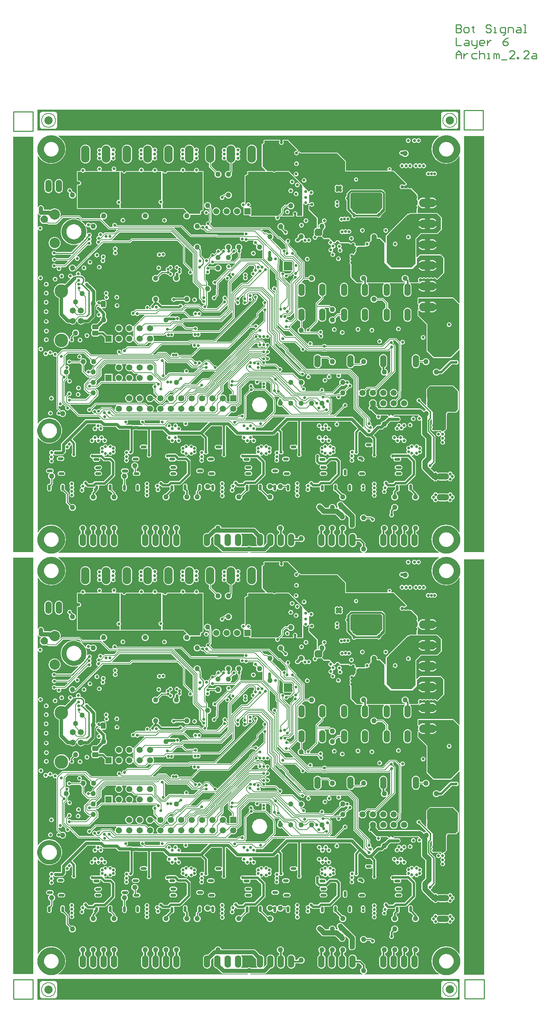
<source format=gbl>
G04*
G04 #@! TF.GenerationSoftware,Altium Limited,Altium Designer,18.1.9 (240)*
G04*
G04 Layer_Physical_Order=6*
G04 Layer_Color=16711680*
%FSLAX25Y25*%
%MOIN*%
G70*
G01*
G75*
%ADD10C,0.00700*%
G04:AMPARAMS|DCode=11|XSize=78.74mil|YSize=78.74mil|CornerRadius=39.37mil|HoleSize=0mil|Usage=FLASHONLY|Rotation=90.000|XOffset=0mil|YOffset=0mil|HoleType=Round|Shape=RoundedRectangle|*
%AMROUNDEDRECTD11*
21,1,0.07874,0.00000,0,0,90.0*
21,1,0.00000,0.07874,0,0,90.0*
1,1,0.07874,0.00000,0.00000*
1,1,0.07874,0.00000,0.00000*
1,1,0.07874,0.00000,0.00000*
1,1,0.07874,0.00000,0.00000*
%
%ADD11ROUNDEDRECTD11*%
%ADD12C,0.01000*%
%ADD13C,0.04500*%
%ADD14C,0.06196*%
%ADD15C,0.04300*%
%ADD34C,0.06000*%
%ADD88C,0.02000*%
%ADD90C,0.02500*%
%ADD91C,0.03000*%
%ADD92C,0.01500*%
%ADD93C,0.02800*%
%ADD94C,0.01600*%
%ADD95C,0.02400*%
%ADD96C,0.02600*%
%ADD98C,0.00800*%
%ADD99C,0.04000*%
%ADD103C,0.02300*%
%ADD104C,0.01200*%
%ADD105C,0.00600*%
%ADD110C,0.05000*%
%ADD116O,0.16500X0.08250*%
G04:AMPARAMS|DCode=117|XSize=133mil|YSize=83mil|CornerRadius=0mil|HoleSize=0mil|Usage=FLASHONLY|Rotation=90.000|XOffset=0mil|YOffset=0mil|HoleType=Round|Shape=Octagon|*
%AMOCTAGOND117*
4,1,8,0.02075,0.06650,-0.02075,0.06650,-0.04150,0.04575,-0.04150,-0.04575,-0.02075,-0.06650,0.02075,-0.06650,0.04150,-0.04575,0.04150,0.04575,0.02075,0.06650,0.0*
%
%ADD117OCTAGOND117*%

%ADD118O,0.08250X0.16500*%
%ADD119P,0.07577X8X292.5*%
%ADD120C,0.10000*%
%ADD121C,0.05800*%
%ADD122C,0.13050*%
%ADD123O,0.06000X0.12000*%
%ADD124C,0.05906*%
%ADD125R,0.05906X0.05906*%
%ADD126O,0.12000X0.06000*%
%ADD127C,0.02800*%
%ADD128C,0.02200*%
%ADD129C,0.02900*%
%ADD130C,0.03000*%
%ADD157C,0.03200*%
G04:AMPARAMS|DCode=158|XSize=50mil|YSize=50mil|CornerRadius=25mil|HoleSize=0mil|Usage=FLASHONLY|Rotation=90.000|XOffset=0mil|YOffset=0mil|HoleType=Round|Shape=RoundedRectangle|*
%AMROUNDEDRECTD158*
21,1,0.05000,0.00000,0,0,90.0*
21,1,0.00000,0.05000,0,0,90.0*
1,1,0.05000,0.00000,0.00000*
1,1,0.05000,0.00000,0.00000*
1,1,0.05000,0.00000,0.00000*
1,1,0.05000,0.00000,0.00000*
%
%ADD158ROUNDEDRECTD158*%
%ADD159C,0.05000*%
G04:AMPARAMS|DCode=160|XSize=46mil|YSize=63mil|CornerRadius=11.5mil|HoleSize=0mil|Usage=FLASHONLY|Rotation=90.000|XOffset=0mil|YOffset=0mil|HoleType=Round|Shape=RoundedRectangle|*
%AMROUNDEDRECTD160*
21,1,0.04600,0.04000,0,0,90.0*
21,1,0.02300,0.06300,0,0,90.0*
1,1,0.02300,0.02000,0.01150*
1,1,0.02300,0.02000,-0.01150*
1,1,0.02300,-0.02000,-0.01150*
1,1,0.02300,-0.02000,0.01150*
%
%ADD160ROUNDEDRECTD160*%
G04:AMPARAMS|DCode=161|XSize=46mil|YSize=63mil|CornerRadius=11.5mil|HoleSize=0mil|Usage=FLASHONLY|Rotation=180.000|XOffset=0mil|YOffset=0mil|HoleType=Round|Shape=RoundedRectangle|*
%AMROUNDEDRECTD161*
21,1,0.04600,0.04000,0,0,180.0*
21,1,0.02300,0.06300,0,0,180.0*
1,1,0.02300,-0.01150,0.02000*
1,1,0.02300,0.01150,0.02000*
1,1,0.02300,0.01150,-0.02000*
1,1,0.02300,-0.01150,-0.02000*
%
%ADD161ROUNDEDRECTD161*%
%ADD162C,0.03600*%
%ADD163C,0.02900*%
G36*
X433783Y838150D02*
X27121D01*
Y858130D01*
X433783D01*
Y838150D01*
D02*
G37*
G36*
X413710Y832832D02*
X412081Y831835D01*
X410394Y830393D01*
X408953Y828706D01*
X407793Y826814D01*
X406944Y824764D01*
X406426Y822606D01*
X406252Y820394D01*
X406426Y818182D01*
X406944Y816024D01*
X407793Y813974D01*
X408953Y812082D01*
X410394Y810394D01*
X412081Y808953D01*
X413974Y807793D01*
X416024Y806944D01*
X418182Y806426D01*
X420394Y806252D01*
X422606Y806426D01*
X424764Y806944D01*
X426814Y807793D01*
X428706Y808953D01*
X430393Y810394D01*
X431835Y812082D01*
X432863Y813759D01*
X433363Y813618D01*
Y672332D01*
X432901Y672140D01*
X427515Y677526D01*
X427515Y677526D01*
X427251Y677702D01*
X426938Y677765D01*
X426938Y677765D01*
X393701Y677764D01*
X393389Y677702D01*
X393124Y677526D01*
X392969Y677294D01*
X392947Y677261D01*
X392885Y676949D01*
X392885Y671847D01*
X392890Y671820D01*
X392887Y671793D01*
X392921Y671665D01*
X392947Y671534D01*
X392962Y671512D01*
X392969Y671486D01*
X393050Y671380D01*
X393124Y671270D01*
X393146Y671255D01*
X393163Y671233D01*
X393278Y671167D01*
X393389Y671093D01*
X393415Y671088D01*
X393439Y671074D01*
X393592Y671022D01*
X393798Y670567D01*
X393533Y669927D01*
X393364Y668642D01*
X393533Y667356D01*
X393798Y666717D01*
X393592Y666261D01*
X393439Y666209D01*
X393415Y666196D01*
X393389Y666190D01*
X393278Y666116D01*
X393163Y666050D01*
X393146Y666029D01*
X393124Y666013D01*
X393050Y665903D01*
X392969Y665798D01*
X392962Y665771D01*
X392947Y665749D01*
X392921Y665619D01*
X392887Y665490D01*
X392890Y665463D01*
X392885Y665437D01*
X392885Y660906D01*
X392885Y660906D01*
X392947Y660593D01*
X393124Y660329D01*
X401478Y651975D01*
X401478Y636994D01*
X401399Y636594D01*
X401478Y636195D01*
Y633647D01*
X401399Y633248D01*
X401478Y632849D01*
Y630301D01*
X401399Y629902D01*
X401478Y629502D01*
Y626694D01*
X401478Y626694D01*
X401540Y626382D01*
X401717Y626117D01*
X407917Y619917D01*
X408182Y619740D01*
X408494Y619678D01*
X408494Y619678D01*
X424694D01*
X424694Y619678D01*
X425006Y619740D01*
X425271Y619917D01*
X432901Y627547D01*
X433363Y627356D01*
Y452169D01*
X432863Y452028D01*
X431835Y453706D01*
X430393Y455393D01*
X428706Y456835D01*
X426814Y457994D01*
X424764Y458843D01*
X422606Y459361D01*
X420394Y459535D01*
X418182Y459361D01*
X416024Y458843D01*
X413974Y457994D01*
X412081Y456835D01*
X410394Y455393D01*
X408953Y453706D01*
X407793Y451814D01*
X406944Y449764D01*
X406426Y447606D01*
X406252Y445394D01*
X406426Y443182D01*
X406944Y441024D01*
X407793Y438974D01*
X408953Y437081D01*
X410394Y435394D01*
X412081Y433953D01*
X413711Y432954D01*
X413570Y432454D01*
X341861D01*
X341755Y432927D01*
X342558Y433259D01*
X343247Y433788D01*
X343776Y434478D01*
X344109Y435280D01*
X344222Y436142D01*
X344109Y437003D01*
X343776Y437806D01*
X343247Y438495D01*
X342558Y439024D01*
X342474Y439059D01*
Y441484D01*
X342354Y442089D01*
X342011Y442602D01*
X338602Y446011D01*
X338089Y446354D01*
X337484Y446474D01*
X334226D01*
Y447894D01*
X334096Y448886D01*
X333713Y449810D01*
X333104Y450604D01*
X332310Y451213D01*
X331386Y451596D01*
X330394Y451726D01*
X329402Y451596D01*
X328477Y451213D01*
X327683Y450604D01*
X327074Y449810D01*
X326692Y448886D01*
X326561Y447894D01*
Y441894D01*
X326692Y440902D01*
X327074Y439977D01*
X327683Y439184D01*
X328477Y438574D01*
X329402Y438192D01*
X330394Y438061D01*
X331386Y438192D01*
X332310Y438574D01*
X333104Y439184D01*
X333713Y439977D01*
X334096Y440902D01*
X334226Y441894D01*
Y443313D01*
X336830D01*
X339313Y440830D01*
Y439059D01*
X339229Y439024D01*
X338540Y438495D01*
X338011Y437806D01*
X337679Y437003D01*
X337565Y436142D01*
X337679Y435280D01*
X338011Y434478D01*
X338540Y433788D01*
X339229Y433259D01*
X340032Y432927D01*
X339927Y432454D01*
X231860D01*
X231755Y432927D01*
X232366Y433180D01*
X245472D01*
X246203Y433276D01*
X246884Y433558D01*
X247469Y434007D01*
X251543Y438081D01*
X252386Y438192D01*
X253310Y438574D01*
X254104Y439184D01*
X254713Y439977D01*
X255096Y440902D01*
X255226Y441894D01*
Y447894D01*
X255096Y448886D01*
X254713Y449810D01*
X254104Y450604D01*
X253310Y451213D01*
X252386Y451596D01*
X251394Y451726D01*
X250402Y451596D01*
X249477Y451213D01*
X248684Y450604D01*
X248074Y449810D01*
X247691Y448886D01*
X247561Y447894D01*
Y442086D01*
X244985Y439510D01*
X244608Y439841D01*
X244713Y439977D01*
X245096Y440902D01*
X245227Y441894D01*
Y447894D01*
X245096Y448886D01*
X244713Y449810D01*
X244104Y450604D01*
X243310Y451213D01*
X242386Y451596D01*
X241394Y451726D01*
X241244Y451707D01*
X237076Y455875D01*
X236491Y456324D01*
X235810Y456606D01*
X235079Y456702D01*
X204148D01*
X204109Y457003D01*
X203776Y457806D01*
X203247Y458495D01*
X202558Y459024D01*
X201755Y459357D01*
X200894Y459470D01*
X200032Y459357D01*
X199230Y459024D01*
X198540Y458495D01*
X198011Y457806D01*
X197679Y457003D01*
X197639Y456702D01*
X197575D01*
X196844Y456606D01*
X196163Y456324D01*
X195578Y455875D01*
X191309Y451606D01*
X190394Y451726D01*
X189402Y451596D01*
X188477Y451213D01*
X187683Y450604D01*
X187074Y449810D01*
X186691Y448886D01*
X186561Y447894D01*
Y441894D01*
X186691Y440902D01*
X187074Y439977D01*
X187683Y439184D01*
X188477Y438574D01*
X189402Y438192D01*
X190394Y438061D01*
X191386Y438192D01*
X192310Y438574D01*
X193104Y439184D01*
X193713Y439977D01*
X194096Y440902D01*
X194227Y441894D01*
Y446536D01*
X196128Y448437D01*
X196602Y448204D01*
X196561Y447894D01*
Y441894D01*
X196692Y440902D01*
X197074Y439977D01*
X197684Y439184D01*
X198477Y438574D01*
X199402Y438192D01*
X199999Y438113D01*
X204105Y434007D01*
X204690Y433558D01*
X205371Y433276D01*
X206102Y433180D01*
X229421D01*
X230032Y432927D01*
X229927Y432454D01*
X47217D01*
X47076Y432954D01*
X48706Y433953D01*
X50393Y435394D01*
X51834Y437081D01*
X52994Y438974D01*
X53843Y441024D01*
X54361Y443182D01*
X54535Y445394D01*
X54361Y447606D01*
X53843Y449764D01*
X52994Y451814D01*
X51834Y453706D01*
X50393Y455393D01*
X48706Y456835D01*
X46814Y457994D01*
X44764Y458843D01*
X42606Y459361D01*
X40394Y459535D01*
X38181Y459361D01*
X36024Y458843D01*
X33974Y457994D01*
X32081Y456835D01*
X30394Y455393D01*
X28953Y453706D01*
X27920Y452020D01*
X27420Y452161D01*
Y543189D01*
X27901Y543325D01*
X28334Y542619D01*
X29607Y541129D01*
X31097Y539856D01*
X32768Y538832D01*
X34578Y538082D01*
X36484Y537625D01*
X38438Y537471D01*
X40391Y537625D01*
X42297Y538082D01*
X44107Y538832D01*
X45778Y539856D01*
X47268Y541129D01*
X48541Y542619D01*
X49565Y544290D01*
X50315Y546100D01*
X50772Y548006D01*
X50926Y549959D01*
X50772Y551913D01*
X50315Y553818D01*
X49565Y555629D01*
X48541Y557300D01*
X47268Y558790D01*
X45778Y560063D01*
X44107Y561087D01*
X42297Y561836D01*
X40391Y562294D01*
X38438Y562448D01*
X36484Y562294D01*
X34578Y561836D01*
X32768Y561087D01*
X31097Y560063D01*
X29607Y558790D01*
X28334Y557300D01*
X27901Y556593D01*
X27420Y556729D01*
Y743136D01*
X27920Y743288D01*
X28308Y742708D01*
X29035Y742221D01*
X29894Y742051D01*
X30752Y742221D01*
X31480Y742708D01*
X31966Y743435D01*
X32137Y744294D01*
X31966Y745152D01*
X31480Y745880D01*
X30752Y746366D01*
X29894Y746537D01*
X29035Y746366D01*
X28308Y745880D01*
X27920Y745300D01*
X27420Y745451D01*
Y758332D01*
X27920Y758432D01*
X28148Y757882D01*
X28597Y757297D01*
X29182Y756848D01*
X29863Y756566D01*
X30522Y756479D01*
X30720Y756165D01*
X30777Y756027D01*
X29694Y754944D01*
Y750644D01*
X31844Y748494D01*
X36144D01*
X36426Y748776D01*
X36801Y748401D01*
X36801Y748401D01*
X37165Y748158D01*
X37594Y748072D01*
X37594Y748072D01*
X45194D01*
X45194Y748072D01*
X45623Y748158D01*
X45987Y748401D01*
X51958Y754372D01*
X67045D01*
X69470Y751947D01*
X69470Y751947D01*
X69834Y751704D01*
X70263Y751618D01*
X70263Y751618D01*
X87537D01*
X95578Y743577D01*
X95578Y743577D01*
X95942Y743334D01*
X96371Y743249D01*
X103366D01*
X103558Y742787D01*
X100937Y740166D01*
X92087D01*
X91658Y740081D01*
X91294Y739838D01*
X91294Y739838D01*
X90457Y739001D01*
X90110Y739106D01*
X89945Y739196D01*
X89493Y739873D01*
X88766Y740359D01*
X87907Y740530D01*
X87049Y740359D01*
X86321Y739873D01*
X85835Y739145D01*
X85664Y738287D01*
X85835Y737429D01*
X85905Y737323D01*
X85714Y736861D01*
X85399Y736799D01*
X84672Y736312D01*
X84185Y735585D01*
X84015Y734726D01*
X84185Y733868D01*
X84584Y733271D01*
X84564Y732656D01*
X84288Y732472D01*
X83802Y731744D01*
X83631Y730886D01*
X83802Y730027D01*
X84288Y729300D01*
X85016Y728814D01*
X85260Y728765D01*
X85406Y728286D01*
X64495Y707376D01*
X63906Y707494D01*
X63776Y707806D01*
X63247Y708495D01*
X62558Y709024D01*
X61755Y709357D01*
X60894Y709470D01*
X60032Y709357D01*
X59229Y709024D01*
X58540Y708495D01*
X58011Y707806D01*
X57679Y707003D01*
X57565Y706142D01*
X57679Y705280D01*
X58011Y704478D01*
X58540Y703788D01*
X58722Y703649D01*
X58855Y703449D01*
X59583Y702963D01*
X60441Y702792D01*
X60686Y702841D01*
X60894Y702813D01*
X61755Y702927D01*
X62558Y703259D01*
X63247Y703788D01*
X63343Y703913D01*
X63740D01*
X63740Y703913D01*
X64170Y703999D01*
X64533Y704242D01*
X90494Y730202D01*
X116032D01*
X116032Y730202D01*
X116461Y730288D01*
X116825Y730531D01*
X118595Y732301D01*
X161721D01*
X167146Y726875D01*
Y711190D01*
X167146Y711190D01*
X167231Y710760D01*
X167474Y710396D01*
X173200Y704671D01*
Y703845D01*
X172736Y703535D01*
X172249Y702807D01*
X172079Y701949D01*
X172249Y701090D01*
X172736Y700363D01*
X173463Y699876D01*
X174322Y699706D01*
X175180Y699876D01*
X175908Y700363D01*
X176222Y700833D01*
X176722Y700682D01*
Y692895D01*
X176722Y692895D01*
X176807Y692466D01*
X177051Y692102D01*
X182672Y686480D01*
Y677261D01*
X182672Y677261D01*
X182757Y676832D01*
X183001Y676468D01*
X185151Y674318D01*
X185042Y673770D01*
X185213Y672911D01*
X185699Y672184D01*
X186426Y671697D01*
X187285Y671526D01*
X187972Y671663D01*
X188390Y671444D01*
X188194Y671137D01*
X187335Y670966D01*
X186608Y670480D01*
X186121Y669752D01*
X186059Y669438D01*
X185580Y669293D01*
X183587Y671287D01*
X183223Y671530D01*
X182794Y671615D01*
X182794Y671615D01*
X169746D01*
X169316Y671530D01*
X168953Y671287D01*
X168953Y671287D01*
X167590Y669925D01*
X167048Y670089D01*
X166966Y670500D01*
X166480Y671228D01*
X165752Y671714D01*
X164894Y671885D01*
X164035Y671714D01*
X163308Y671228D01*
X162873Y670577D01*
X146865D01*
X144357Y673085D01*
X143762Y673483D01*
X143645Y673506D01*
X143451Y674054D01*
X143776Y674478D01*
X144109Y675280D01*
X144222Y676142D01*
X144109Y677003D01*
X143776Y677806D01*
X143247Y678495D01*
X142558Y679024D01*
X141755Y679357D01*
X140894Y679470D01*
X140032Y679357D01*
X139230Y679024D01*
X138540Y678495D01*
X138011Y677806D01*
X137679Y677003D01*
X137565Y676142D01*
X137679Y675280D01*
X138011Y674478D01*
X138540Y673788D01*
X138886Y673523D01*
X138898Y673485D01*
X138916Y672951D01*
X136536Y670571D01*
X136472Y670475D01*
X136331Y670381D01*
X135845Y669654D01*
X135674Y668795D01*
X135845Y667937D01*
X136331Y667209D01*
X136699Y666963D01*
X136548Y666463D01*
X135076D01*
X134809Y666963D01*
X135055Y667332D01*
X135226Y668191D01*
X135055Y669049D01*
X134569Y669777D01*
X133841Y670263D01*
X132983Y670434D01*
X132124Y670263D01*
X131397Y669777D01*
X130910Y669049D01*
X130740Y668191D01*
X130910Y667332D01*
X131157Y666963D01*
X130890Y666463D01*
X122078D01*
X122078Y666463D01*
X121649Y666378D01*
X121285Y666135D01*
X120598Y665448D01*
X120592Y665439D01*
X119861Y664708D01*
X119313Y664817D01*
X118455Y664646D01*
X117727Y664160D01*
X117241Y663432D01*
X117070Y662574D01*
X117241Y661716D01*
X117727Y660988D01*
X118455Y660501D01*
X119313Y660331D01*
X120172Y660501D01*
X120899Y660988D01*
X121477Y660953D01*
X121708Y660608D01*
X122435Y660121D01*
X123294Y659951D01*
X124152Y660121D01*
X124880Y660608D01*
X125195Y661080D01*
X129760D01*
X129819Y661001D01*
X129946Y660580D01*
X119601Y650235D01*
X119507Y650095D01*
X119158Y650085D01*
X118937Y650125D01*
X118370Y650864D01*
X117586Y651465D01*
X116673Y651844D01*
X115694Y651972D01*
X114714Y651844D01*
X113801Y651465D01*
X113017Y650864D01*
X112416Y650080D01*
X112038Y649167D01*
X111909Y648187D01*
X112038Y647208D01*
X112416Y646295D01*
X113017Y645511D01*
X113801Y644909D01*
X114714Y644531D01*
X115694Y644402D01*
X116673Y644531D01*
X117586Y644909D01*
X118370Y645511D01*
X118772Y646035D01*
X119272Y645865D01*
Y640510D01*
X118772Y640340D01*
X118370Y640864D01*
X117586Y641465D01*
X116673Y641844D01*
X115694Y641972D01*
X114714Y641844D01*
X113801Y641465D01*
X113017Y640864D01*
X112416Y640080D01*
X112038Y639167D01*
X111909Y638187D01*
X112038Y637208D01*
X112416Y636295D01*
X113017Y635511D01*
X113801Y634909D01*
X114714Y634531D01*
X115694Y634402D01*
X116673Y634531D01*
X117586Y634909D01*
X118370Y635511D01*
X118939Y636251D01*
X119151Y636292D01*
X119509Y636286D01*
X119601Y636149D01*
X123501Y632249D01*
X123501Y632249D01*
X123864Y632006D01*
X124294Y631920D01*
X130942D01*
X130942Y631920D01*
X131371Y632006D01*
X131735Y632249D01*
X134221Y634735D01*
X134714Y634531D01*
X135694Y634402D01*
X136673Y634531D01*
X136954Y634648D01*
X137238Y634224D01*
X133877Y630863D01*
X113994D01*
X113565Y630778D01*
X113201Y630535D01*
X113201Y630535D01*
X111342Y628676D01*
X110794Y628785D01*
X109935Y628614D01*
X109208Y628128D01*
X108721Y627400D01*
X108551Y626542D01*
X108721Y625683D01*
X109208Y624956D01*
X109268Y624915D01*
X109116Y624415D01*
X108558D01*
X108028Y624946D01*
X108137Y625494D01*
X107966Y626352D01*
X107480Y627080D01*
X106752Y627566D01*
X105894Y627737D01*
X105035Y627566D01*
X104308Y627080D01*
X103821Y626352D01*
X103651Y625494D01*
X103821Y624635D01*
X104308Y623908D01*
X104895Y623515D01*
X104743Y623015D01*
X78965D01*
X74514Y627466D01*
X74150Y627709D01*
X73721Y627795D01*
X73720Y627795D01*
X51279D01*
X50850Y627709D01*
X50486Y627466D01*
X50486Y627466D01*
X46822Y623802D01*
X46344Y623947D01*
X46312Y624106D01*
X45815Y624851D01*
X45071Y625348D01*
X44193Y625523D01*
X43315Y625348D01*
X42571Y624851D01*
X42150Y624221D01*
X42131Y624193D01*
X41660Y624388D01*
X41663Y624399D01*
X41763Y624902D01*
X41588Y625780D01*
X41091Y626524D01*
X40346Y627021D01*
X39469Y627196D01*
X38591Y627021D01*
X37846Y626524D01*
X37349Y625780D01*
X37309Y625578D01*
X37018Y625482D01*
X36773Y625445D01*
X36072Y625913D01*
X35194Y626088D01*
X34316Y625913D01*
X33571Y625416D01*
X33074Y624672D01*
X32900Y623794D01*
X33074Y622916D01*
X33571Y622171D01*
X34316Y621674D01*
X35194Y621500D01*
X36072Y621674D01*
X36816Y622171D01*
X37313Y622916D01*
X37353Y623117D01*
X37644Y623213D01*
X37890Y623251D01*
X38591Y622782D01*
X39469Y622608D01*
X40346Y622782D01*
X41091Y623279D01*
X41511Y623909D01*
X41530Y623937D01*
X42001Y623742D01*
X41999Y623731D01*
X41899Y623228D01*
X42074Y622351D01*
X42571Y621606D01*
X43315Y621109D01*
X44193Y620934D01*
X45022Y621099D01*
X45157Y621075D01*
X45522Y620880D01*
Y576731D01*
X45507Y576709D01*
X45422Y576280D01*
Y571344D01*
X45422Y571344D01*
X45507Y570915D01*
X45751Y570551D01*
X47128Y569174D01*
X46982Y568695D01*
X46835Y568666D01*
X46108Y568180D01*
X45621Y567452D01*
X45451Y566594D01*
X45621Y565735D01*
X46108Y565008D01*
X46835Y564521D01*
X47694Y564351D01*
X48552Y564521D01*
X48697Y564618D01*
X49140Y564040D01*
X49830Y563511D01*
X50632Y563179D01*
X51494Y563065D01*
X52355Y563179D01*
X53158Y563511D01*
X53847Y564040D01*
X54376Y564729D01*
X54709Y565532D01*
X54822Y566394D01*
X54709Y567255D01*
X54376Y568058D01*
X53847Y568747D01*
X53158Y569276D01*
X52355Y569609D01*
X51494Y569722D01*
X50632Y569609D01*
X50090Y569384D01*
X47665Y571808D01*
Y573212D01*
X48106Y573448D01*
X48216Y573374D01*
X49094Y573200D01*
X49972Y573374D01*
X50716Y573872D01*
X51213Y574616D01*
X51281Y574955D01*
X51759Y575100D01*
X54210Y572649D01*
X54119Y572512D01*
X53948Y571654D01*
X54119Y570795D01*
X54605Y570068D01*
X55333Y569581D01*
X56191Y569411D01*
X57050Y569581D01*
X57777Y570068D01*
X58264Y570795D01*
X58282Y570889D01*
X58761Y571034D01*
X66217Y563577D01*
X66217Y563577D01*
X66581Y563334D01*
X67010Y563249D01*
X86256D01*
X88057Y561447D01*
X87850Y560948D01*
X74272D01*
X73374Y560769D01*
X72614Y560261D01*
X60645Y548292D01*
X56137Y543784D01*
X50654Y538301D01*
X50145Y537540D01*
X49967Y536643D01*
Y532562D01*
X50017Y532309D01*
Y531070D01*
X49915Y530967D01*
X44488D01*
X43591Y530789D01*
X42830Y530280D01*
X42549D01*
X42334Y530602D01*
X41606Y531088D01*
X40748Y531259D01*
X39890Y531088D01*
X39162Y530602D01*
X38676Y529874D01*
X38505Y529016D01*
X38676Y528157D01*
X39162Y527430D01*
X39489Y527211D01*
Y526610D01*
X39071Y526330D01*
X38585Y525603D01*
X38414Y524744D01*
X38585Y523886D01*
X39071Y523158D01*
X39392Y522944D01*
Y522444D01*
X39170Y522295D01*
X38684Y521567D01*
X38513Y520709D01*
X38684Y519850D01*
X39170Y519123D01*
X39898Y518636D01*
X40756Y518466D01*
X41614Y518636D01*
X42342Y519123D01*
X42828Y519850D01*
X42999Y520709D01*
X42828Y521567D01*
X42342Y522295D01*
X42021Y522509D01*
Y523009D01*
X42244Y523158D01*
X42730Y523886D01*
X42901Y524744D01*
X42730Y525603D01*
X42244Y526330D01*
X42174Y526377D01*
X42145Y526974D01*
X42251Y527065D01*
X42814Y526988D01*
X42830Y526964D01*
X43591Y526455D01*
X44488Y526277D01*
X50886D01*
X51783Y526455D01*
X52544Y526964D01*
X54020Y528440D01*
X54529Y529201D01*
X54707Y530098D01*
Y531890D01*
X55058Y532077D01*
X55207Y532112D01*
X56012Y531952D01*
X56870Y532122D01*
X57598Y532608D01*
X58084Y533336D01*
X58255Y534195D01*
X58160Y534672D01*
X58652Y534769D01*
X59380Y535256D01*
X59866Y535983D01*
X59969Y536501D01*
X60469Y536452D01*
Y528114D01*
X60232Y527759D01*
X60061Y526901D01*
X60232Y526042D01*
X60718Y525315D01*
X61446Y524828D01*
X62304Y524658D01*
X63163Y524828D01*
X63890Y525315D01*
X64377Y526042D01*
X64547Y526901D01*
X64377Y527759D01*
X64139Y528114D01*
Y537617D01*
X64000Y538319D01*
X63602Y538915D01*
X60751Y541766D01*
X63961Y544976D01*
X75243Y556257D01*
X83289D01*
X83556Y555757D01*
X83361Y555465D01*
X83190Y554606D01*
X83254Y554285D01*
X82900Y553931D01*
X82579Y553995D01*
X81720Y553824D01*
X80993Y553338D01*
X80506Y552610D01*
X80336Y551752D01*
X80506Y550894D01*
X80993Y550166D01*
X81720Y549680D01*
X82579Y549509D01*
X83437Y549680D01*
X84165Y550166D01*
X84651Y550894D01*
X84822Y551752D01*
X84758Y552074D01*
X85111Y552427D01*
X85433Y552363D01*
X85755Y552427D01*
X86108Y552074D01*
X86044Y551752D01*
X86215Y550894D01*
X86701Y550166D01*
X87429Y549680D01*
X88287Y549509D01*
X89146Y549680D01*
X89873Y550166D01*
X90360Y550894D01*
X90531Y551752D01*
X90360Y552610D01*
X89873Y553338D01*
X89146Y553824D01*
X88287Y553995D01*
X87966Y553931D01*
X87612Y554285D01*
X87676Y554606D01*
X87505Y555465D01*
X87906Y555765D01*
X89435Y554236D01*
X90196Y553727D01*
X91094Y553549D01*
X102466D01*
X104543Y551472D01*
X104543Y551472D01*
X105303Y550963D01*
X106201Y550785D01*
X106201Y550785D01*
X115988D01*
Y531338D01*
X115976Y531335D01*
X115248Y530849D01*
X115081Y530598D01*
X114581D01*
X114578Y530602D01*
X113850Y531088D01*
X112992Y531259D01*
X112134Y531088D01*
X111406Y530602D01*
X110920Y529874D01*
X110749Y529016D01*
X110920Y528157D01*
X111406Y527430D01*
X111649Y527268D01*
Y526767D01*
X111348Y526566D01*
X110862Y525839D01*
X110691Y524980D01*
X110862Y524122D01*
X111348Y523394D01*
Y523007D01*
X111284Y522835D01*
X110825Y522149D01*
X110654Y521290D01*
X110825Y520432D01*
X111311Y519704D01*
X112039Y519218D01*
X112897Y519047D01*
X113756Y519218D01*
X114483Y519704D01*
X114970Y520432D01*
X115140Y521290D01*
X114970Y522149D01*
X114483Y522876D01*
Y523263D01*
X114547Y523435D01*
X115006Y524122D01*
X115177Y524980D01*
X115006Y525839D01*
X114520Y526566D01*
X114277Y526729D01*
Y527229D01*
X114578Y527430D01*
X114746Y527681D01*
X115246D01*
X115248Y527677D01*
X115976Y527191D01*
X116834Y527020D01*
X117693Y527191D01*
X118421Y527677D01*
X118907Y528405D01*
X118930Y528519D01*
X119121Y528710D01*
X119518Y529306D01*
X119658Y530008D01*
Y550397D01*
X120222D01*
X120495Y550451D01*
X123206D01*
X123479Y550397D01*
X123479Y550397D01*
X132810D01*
Y536115D01*
X132310Y535974D01*
X131652Y536414D01*
X130794Y536585D01*
X130746Y536575D01*
X127953D01*
X127094Y536405D01*
X126367Y535918D01*
X125880Y535191D01*
X125710Y534332D01*
X125880Y533474D01*
X126367Y532746D01*
X127094Y532260D01*
X127953Y532089D01*
X130784D01*
X131643Y532260D01*
X132310Y532706D01*
X132810Y532573D01*
Y527375D01*
X132573Y527020D01*
X132403Y526161D01*
X132573Y525303D01*
X133060Y524575D01*
X133787Y524089D01*
X134646Y523918D01*
X135504Y524089D01*
X136232Y524575D01*
X136718Y525303D01*
X136889Y526161D01*
X136718Y527020D01*
X136481Y527375D01*
Y550397D01*
X147842D01*
X152279Y545960D01*
X152693Y545683D01*
X152680Y545090D01*
X152208Y544774D01*
X151721Y544047D01*
X151551Y543188D01*
X151721Y542330D01*
X152208Y541602D01*
X152935Y541116D01*
X153794Y540945D01*
X154331Y541052D01*
X154757Y540630D01*
X154689Y540288D01*
X154860Y539430D01*
X155346Y538702D01*
X156074Y538216D01*
X156932Y538045D01*
X157791Y538216D01*
X158518Y538702D01*
X159005Y539430D01*
X159175Y540288D01*
X159111Y540611D01*
X159536Y541036D01*
X159994Y540945D01*
X160531Y541052D01*
X160957Y540630D01*
X160889Y540288D01*
X161060Y539430D01*
X161546Y538702D01*
X162274Y538216D01*
X163132Y538045D01*
X163991Y538216D01*
X164718Y538702D01*
X165205Y539430D01*
X165375Y540288D01*
X165205Y541147D01*
X164718Y541874D01*
X163991Y542360D01*
X163132Y542531D01*
X162595Y542424D01*
X162169Y542846D01*
X162237Y543188D01*
X162066Y544047D01*
X161580Y544774D01*
X161733Y545273D01*
X184478D01*
X187542Y542209D01*
Y530753D01*
X187082Y530448D01*
X186996Y530461D01*
X186929Y530563D01*
X186201Y531049D01*
X185343Y531219D01*
X184484Y531049D01*
X183756Y530563D01*
X183270Y529835D01*
X183099Y528976D01*
X183270Y528118D01*
X183756Y527390D01*
X183946Y527264D01*
Y526764D01*
X183650Y526566D01*
X183164Y525839D01*
X182993Y524980D01*
X183164Y524122D01*
X183642Y523407D01*
X183620Y522917D01*
X183559Y522876D01*
X183073Y522149D01*
X182902Y521290D01*
X183073Y520432D01*
X183559Y519704D01*
X184286Y519218D01*
X185145Y519047D01*
X186003Y519218D01*
X186731Y519704D01*
X187217Y520432D01*
X187388Y521290D01*
X187217Y522149D01*
X186739Y522864D01*
X186761Y523353D01*
X186822Y523394D01*
X187309Y524122D01*
X187479Y524980D01*
X187309Y525839D01*
X186822Y526566D01*
X186633Y526693D01*
Y527193D01*
X186929Y527390D01*
X187122Y527680D01*
X187724D01*
X187791Y527578D01*
X188519Y527092D01*
X189377Y526922D01*
X190236Y527092D01*
X190963Y527578D01*
X191450Y528306D01*
X191621Y529165D01*
X191450Y530023D01*
X191213Y530378D01*
Y542969D01*
X191073Y543671D01*
X190675Y544267D01*
X187684Y547258D01*
X191036Y550609D01*
X191201Y550857D01*
X194475Y554131D01*
X204570D01*
X204598Y553989D01*
X204758Y553749D01*
Y535894D01*
X204258Y535741D01*
X203616Y536170D01*
X202758Y536341D01*
X202757Y536341D01*
X199960D01*
X199101Y536170D01*
X198374Y535684D01*
X197888Y534956D01*
X197717Y534098D01*
X197888Y533239D01*
X198374Y532511D01*
X199101Y532025D01*
X199960Y531854D01*
X202757D01*
X203616Y532025D01*
X204258Y532455D01*
X204758Y532301D01*
Y527955D01*
X204521Y527600D01*
X204351Y526742D01*
X204521Y525883D01*
X205008Y525156D01*
X205735Y524669D01*
X206594Y524499D01*
X207452Y524669D01*
X208180Y525156D01*
X208666Y525883D01*
X208837Y526742D01*
X208666Y527600D01*
X208429Y527955D01*
Y554131D01*
X209588D01*
X217759Y545960D01*
X217759Y545960D01*
X218520Y545452D01*
X219417Y545273D01*
X219417Y545273D01*
X224200D01*
X224353Y544774D01*
X223867Y544047D01*
X223696Y543188D01*
X223867Y542330D01*
X224353Y541602D01*
X225081Y541116D01*
X225939Y540945D01*
X226477Y541052D01*
X226903Y540630D01*
X226835Y540288D01*
X227006Y539430D01*
X227492Y538702D01*
X228220Y538216D01*
X229078Y538045D01*
X229936Y538216D01*
X230664Y538702D01*
X231150Y539430D01*
X231321Y540288D01*
X231257Y540611D01*
X231682Y541036D01*
X232139Y540945D01*
X232677Y541052D01*
X233103Y540630D01*
X233035Y540288D01*
X233206Y539430D01*
X233692Y538702D01*
X234419Y538216D01*
X235278Y538045D01*
X236136Y538216D01*
X236864Y538702D01*
X237350Y539430D01*
X237521Y540288D01*
X237350Y541147D01*
X236864Y541874D01*
X236136Y542360D01*
X235278Y542531D01*
X234740Y542424D01*
X234314Y542846D01*
X234383Y543188D01*
X234212Y544047D01*
X233726Y544774D01*
X233879Y545273D01*
X253937D01*
X254834Y545452D01*
X255595Y545960D01*
X258307Y548672D01*
X259287Y547693D01*
Y530691D01*
X258787Y530424D01*
X258352Y530714D01*
X257494Y530885D01*
X256635Y530714D01*
X255908Y530228D01*
X255421Y529500D01*
X255251Y528642D01*
X255421Y527783D01*
X255852Y527139D01*
X255902Y526774D01*
X255847Y526495D01*
X255408Y525839D01*
X255237Y524980D01*
X255408Y524122D01*
X255894Y523394D01*
Y522986D01*
X255808Y522928D01*
X255321Y522200D01*
X255151Y521342D01*
X255321Y520483D01*
X255808Y519756D01*
X256535Y519269D01*
X257394Y519099D01*
X258252Y519269D01*
X258980Y519756D01*
X259466Y520483D01*
X259637Y521342D01*
X259466Y522200D01*
X259069Y522794D01*
X259067Y523328D01*
X259102Y523448D01*
X259553Y524122D01*
X259723Y524980D01*
X259553Y525839D01*
X259122Y526483D01*
X259072Y526848D01*
X259127Y527127D01*
X259493Y527675D01*
X260034Y527766D01*
X260108Y527656D01*
X260835Y527169D01*
X261694Y526999D01*
X262552Y527169D01*
X263280Y527656D01*
X263766Y528383D01*
X263937Y529242D01*
X263766Y530100D01*
X263280Y530828D01*
X262957Y531043D01*
Y548453D01*
X262818Y549155D01*
X262420Y549751D01*
X260903Y551267D01*
X268294Y558659D01*
X277158D01*
Y535862D01*
X276658Y535710D01*
X276580Y535828D01*
X275852Y536314D01*
X274994Y536485D01*
X274267Y536340D01*
X272716D01*
X272204Y536442D01*
X271345Y536271D01*
X270618Y535785D01*
X270132Y535057D01*
X269961Y534199D01*
X270132Y533341D01*
X270618Y532613D01*
X271345Y532127D01*
X272204Y531956D01*
X272716Y532058D01*
X274696D01*
X274994Y531999D01*
X275852Y532169D01*
X276580Y532656D01*
X276658Y532773D01*
X277158Y532622D01*
Y527955D01*
X276921Y527600D01*
X276751Y526742D01*
X276921Y525883D01*
X277408Y525156D01*
X278135Y524669D01*
X278994Y524499D01*
X279852Y524669D01*
X280580Y525156D01*
X281066Y525883D01*
X281237Y526742D01*
X281066Y527600D01*
X280829Y527955D01*
Y558659D01*
X314764D01*
X314813Y558159D01*
X314299Y558057D01*
X313571Y557570D01*
X313085Y556843D01*
X312914Y555984D01*
X313085Y555126D01*
X313571Y554398D01*
X314299Y553912D01*
X315158Y553741D01*
X316016Y553912D01*
X316744Y554398D01*
X317230Y555126D01*
X317401Y555984D01*
X317230Y556843D01*
X316744Y557570D01*
X316016Y558057D01*
X315502Y558159D01*
X315551Y558659D01*
X328458D01*
X335013Y552104D01*
X332596Y549688D01*
X332198Y549092D01*
X332058Y548390D01*
Y530903D01*
X331558Y530752D01*
X331507Y530828D01*
X330780Y531314D01*
X329921Y531485D01*
X329063Y531314D01*
X328335Y530828D01*
X327849Y530100D01*
X327678Y529242D01*
X327849Y528383D01*
X328231Y527812D01*
X328201Y527190D01*
X328108Y527128D01*
X327621Y526400D01*
X327451Y525542D01*
X327621Y524683D01*
X328108Y523956D01*
X328427Y523742D01*
Y523141D01*
X328108Y522928D01*
X327621Y522200D01*
X327451Y521342D01*
X327621Y520483D01*
X328108Y519756D01*
X328835Y519269D01*
X329694Y519099D01*
X330552Y519269D01*
X331280Y519756D01*
X331766Y520483D01*
X331937Y521342D01*
X331766Y522200D01*
X331280Y522928D01*
X330961Y523141D01*
Y523742D01*
X331280Y523956D01*
X331766Y524683D01*
X331937Y525542D01*
X331766Y526400D01*
X331384Y526972D01*
X331414Y527594D01*
X331507Y527656D01*
X331624Y527830D01*
X332124D01*
X332308Y527556D01*
X333035Y527069D01*
X333894Y526899D01*
X334752Y527069D01*
X335480Y527556D01*
X335966Y528283D01*
X336137Y529142D01*
X335966Y530000D01*
X335729Y530355D01*
Y547630D01*
X337608Y549509D01*
X340474Y546642D01*
X340705Y546297D01*
X342872Y544130D01*
X343633Y543622D01*
X344530Y543443D01*
X347345D01*
X349443Y541346D01*
Y537886D01*
X348943Y537734D01*
X348880Y537828D01*
X348152Y538314D01*
X347294Y538485D01*
X346801Y538387D01*
X344994D01*
X344482Y538489D01*
X343623Y538318D01*
X342896Y537832D01*
X342409Y537104D01*
X342239Y536246D01*
X342409Y535387D01*
X342896Y534660D01*
X343623Y534173D01*
X344482Y534003D01*
X344994Y534104D01*
X346762D01*
X347294Y533999D01*
X348152Y534169D01*
X348880Y534656D01*
X348943Y534750D01*
X349443Y534598D01*
Y527575D01*
X349206Y527220D01*
X349035Y526361D01*
X349206Y525503D01*
X349692Y524775D01*
X350419Y524289D01*
X351278Y524118D01*
X352136Y524289D01*
X352864Y524775D01*
X353350Y525503D01*
X353521Y526361D01*
X353350Y527220D01*
X353113Y527575D01*
Y542106D01*
X352974Y542808D01*
X352576Y543403D01*
X350552Y545428D01*
X351421Y546297D01*
X351652Y546642D01*
X352937Y547928D01*
X353056Y548105D01*
X353233Y548224D01*
X355794Y550785D01*
X357950D01*
X358847Y550963D01*
X359608Y551472D01*
X360958Y552822D01*
X361755Y552927D01*
X362558Y553259D01*
X363247Y553788D01*
X363776Y554478D01*
X364109Y555280D01*
X364214Y556077D01*
X366697Y558561D01*
X370526D01*
X370751Y558605D01*
X370794Y558597D01*
X374194D01*
X375091Y558775D01*
X375852Y559284D01*
X376360Y560044D01*
X376539Y560942D01*
X376360Y561839D01*
X375852Y562600D01*
X375091Y563108D01*
X374194Y563287D01*
X370794D01*
X370569Y563242D01*
X370526Y563251D01*
X369914D01*
X369774Y563751D01*
X370380Y564156D01*
X370587Y564465D01*
X393663D01*
X393993Y564135D01*
X393848Y563657D01*
X393635Y563614D01*
X392908Y563128D01*
X392421Y562400D01*
X392251Y561542D01*
X392421Y560683D01*
X392908Y559956D01*
X393635Y559469D01*
X394494Y559299D01*
X395352Y559469D01*
X395765Y559746D01*
X396265Y559478D01*
Y547342D01*
X396379Y546480D01*
X396573Y546010D01*
X396711Y545678D01*
X397240Y544988D01*
X400146Y542083D01*
Y524801D01*
X397640Y522295D01*
X397111Y521606D01*
X396973Y521274D01*
X396779Y520803D01*
X396665Y519942D01*
Y514465D01*
X396779Y513604D01*
X396973Y513133D01*
X397111Y512801D01*
X397640Y512112D01*
X406212Y503540D01*
X406901Y503011D01*
X407704Y502679D01*
X408001Y502639D01*
X408021Y502535D01*
X408508Y501808D01*
X409235Y501321D01*
X410094Y501151D01*
X410952Y501321D01*
X411680Y501808D01*
X412166Y502535D01*
X412646Y502422D01*
X413202Y502191D01*
X414194Y502061D01*
X420194D01*
X421186Y502191D01*
X421663Y502389D01*
X422121Y502535D01*
X422608Y501808D01*
X423335Y501321D01*
X424194Y501151D01*
X425052Y501321D01*
X425780Y501808D01*
X426266Y502535D01*
X426437Y503394D01*
X426382Y503668D01*
X427152Y503821D01*
X427880Y504308D01*
X428366Y505035D01*
X428537Y505894D01*
X428366Y506752D01*
X427880Y507480D01*
X427152Y507966D01*
X426478Y508100D01*
X426537Y508394D01*
X426366Y509252D01*
X425880Y509980D01*
X425152Y510466D01*
X424294Y510637D01*
X423435Y510466D01*
X422708Y509980D01*
X422445Y509586D01*
X422158Y509267D01*
X421742Y509366D01*
X421186Y509596D01*
X420194Y509726D01*
X414194D01*
X413202Y509596D01*
X412724Y509398D01*
X412266Y509252D01*
X411780Y509980D01*
X411052Y510466D01*
X410194Y510637D01*
X409335Y510466D01*
X408954Y510212D01*
X405507Y513659D01*
X405652Y514138D01*
X405737Y514154D01*
X406465Y514641D01*
X406951Y515368D01*
X407122Y516227D01*
X407085Y516414D01*
X409603Y518932D01*
X409603Y518932D01*
X409912Y519396D01*
X410021Y519942D01*
X410021Y519942D01*
Y544242D01*
X410021Y544242D01*
X409912Y544788D01*
X409603Y545251D01*
X409603Y545251D01*
X405021Y549833D01*
Y559469D01*
X406131Y560579D01*
X406131Y560579D01*
X406159Y560621D01*
X406659Y560469D01*
Y556355D01*
X406221Y555700D01*
X406051Y554842D01*
X406221Y553983D01*
X406406Y553707D01*
X406588Y553240D01*
X406102Y552512D01*
X405931Y551653D01*
X406102Y550795D01*
X406588Y550067D01*
X407316Y549581D01*
X408174Y549410D01*
X409017Y549578D01*
X415125D01*
X415408Y549156D01*
X415653Y548992D01*
Y548492D01*
X415408Y548328D01*
X415177Y547983D01*
X414677D01*
X414580Y548128D01*
X413852Y548614D01*
X412994Y548785D01*
X412135Y548614D01*
X411408Y548128D01*
X410921Y547400D01*
X410751Y546542D01*
X410921Y545683D01*
X411408Y544956D01*
X412135Y544469D01*
X412994Y544299D01*
X413852Y544469D01*
X414580Y544956D01*
X414790Y545270D01*
X415281Y545300D01*
X415364Y545221D01*
X415408Y545156D01*
X415486Y545103D01*
X415636Y544959D01*
X415610Y544463D01*
X415408Y544328D01*
X414921Y543600D01*
X414751Y542742D01*
X414921Y541883D01*
X415408Y541156D01*
X415653Y540992D01*
Y540492D01*
X415408Y540328D01*
X414921Y539600D01*
X414751Y538742D01*
X414921Y537883D01*
X415408Y537156D01*
X416135Y536669D01*
X416994Y536499D01*
X417852Y536669D01*
X418580Y537156D01*
X419066Y537883D01*
X419237Y538742D01*
X419066Y539600D01*
X418580Y540328D01*
X418334Y540492D01*
Y540992D01*
X418580Y541156D01*
X419066Y541883D01*
X419237Y542742D01*
X419066Y543600D01*
X418580Y544328D01*
X418334Y544492D01*
Y544992D01*
X418580Y545156D01*
X419066Y545883D01*
X419237Y546742D01*
X419066Y547600D01*
X418580Y548328D01*
X418334Y548492D01*
Y548992D01*
X418580Y549156D01*
X418867Y549586D01*
X419139Y549640D01*
X419404Y549817D01*
X419404Y549817D01*
X420683Y551096D01*
X420860Y551361D01*
X420922Y551673D01*
X420922Y551673D01*
Y564636D01*
X420947Y564662D01*
X420992Y564728D01*
X421049Y564785D01*
X421080Y564859D01*
X421124Y564926D01*
X421140Y565005D01*
X421171Y565079D01*
Y565160D01*
X421186Y565238D01*
X421171Y565317D01*
Y565397D01*
X421082Y565842D01*
X421190Y566382D01*
X421496Y566840D01*
X421953Y567146D01*
X422494Y567253D01*
X422938Y567165D01*
X423018D01*
X423097Y567149D01*
X423176Y567165D01*
X423256D01*
X423331Y567196D01*
X423400Y567209D01*
X429569D01*
X429569Y567209D01*
X429881Y567272D01*
X430146Y567448D01*
X430146Y567448D01*
X432218Y569520D01*
X432394Y569784D01*
X432456Y570096D01*
X432456Y570097D01*
Y587776D01*
X432456Y587776D01*
X432394Y588088D01*
X432218Y588352D01*
X432218Y588353D01*
X427497Y593073D01*
X427232Y593250D01*
X426920Y593312D01*
X426920Y593312D01*
X404745D01*
X404744Y593312D01*
X404432Y593250D01*
X404168Y593073D01*
X401468Y590373D01*
X401467Y590372D01*
X401466Y590372D01*
X401379Y590241D01*
X401291Y590109D01*
X401291Y590107D01*
X401290Y590107D01*
X401260Y589954D01*
X401229Y589796D01*
X401229Y589795D01*
X401229Y589794D01*
X401254Y580609D01*
X401251Y580594D01*
X401254Y580578D01*
X401263Y577214D01*
X401221Y577152D01*
X401051Y576294D01*
X401221Y575435D01*
X401268Y575366D01*
X401270Y574458D01*
X400809Y574266D01*
X396303Y578771D01*
X396337Y578942D01*
X396166Y579800D01*
X395680Y580528D01*
X394952Y581014D01*
X394094Y581185D01*
X393235Y581014D01*
X392508Y580528D01*
X392021Y579800D01*
X391851Y578942D01*
X392021Y578083D01*
X392508Y577356D01*
X393235Y576869D01*
X394094Y576699D01*
X394298Y576739D01*
X400924Y570113D01*
X400745Y569585D01*
X400360Y569534D01*
X399557Y569202D01*
X398869Y568674D01*
X397395Y570147D01*
X396706Y570676D01*
X396374Y570814D01*
X395903Y571009D01*
X395042Y571122D01*
X355660D01*
X354696Y572086D01*
X354608Y572532D01*
X354110Y573276D01*
X353366Y573773D01*
X353199Y573806D01*
Y574509D01*
X353526Y575300D01*
X353655Y576280D01*
X353526Y577259D01*
X353148Y578172D01*
X352547Y578956D01*
X351763Y579558D01*
X350850Y579936D01*
X349870Y580065D01*
X348890Y579936D01*
X347977Y579558D01*
X347194Y578956D01*
X346592Y578172D01*
X346214Y577259D01*
X346085Y576280D01*
X346214Y575300D01*
X346542Y574509D01*
Y573313D01*
X346339Y573177D01*
X345841Y572433D01*
X345667Y571555D01*
X345841Y570677D01*
X346339Y569933D01*
X347083Y569436D01*
X347961Y569261D01*
X348082Y569285D01*
X351928Y565440D01*
X352617Y564911D01*
X353121Y564702D01*
X353209Y564585D01*
X353331Y564117D01*
X353221Y563952D01*
X353051Y563094D01*
X353221Y562235D01*
X353708Y561508D01*
X354435Y561021D01*
X355294Y560851D01*
X356152Y561021D01*
X356880Y561508D01*
X357366Y562235D01*
X357537Y563094D01*
X357366Y563952D01*
X357318Y564024D01*
X357554Y564465D01*
X363734D01*
X364008Y564056D01*
X364735Y563569D01*
X364751Y563566D01*
X364809Y563195D01*
X364792Y563048D01*
X364067Y562564D01*
X364067Y562564D01*
X360964Y559461D01*
X360894Y559470D01*
X360032Y559357D01*
X359229Y559024D01*
X358540Y558495D01*
X358011Y557806D01*
X357679Y557003D01*
X357565Y556142D01*
X357575Y556071D01*
X356979Y555475D01*
X354823D01*
X353925Y555297D01*
X353165Y554788D01*
X349980Y551603D01*
X349591Y551922D01*
X349766Y552183D01*
X349937Y553042D01*
X349766Y553900D01*
X349280Y554628D01*
X348552Y555114D01*
X348270Y555170D01*
X348079Y555632D01*
X348135Y555716D01*
X348306Y556575D01*
X348135Y557433D01*
X347649Y558161D01*
X347184Y558471D01*
Y561626D01*
X347184Y561626D01*
X347099Y562055D01*
X346856Y562419D01*
X336385Y572889D01*
Y583835D01*
X336885Y584005D01*
X337194Y583603D01*
X337978Y583002D01*
X338890Y582623D01*
X339870Y582494D01*
X340850Y582623D01*
X341763Y583002D01*
X342547Y583603D01*
X343148Y584387D01*
X343526Y585300D01*
X343655Y586280D01*
X343526Y587259D01*
X343207Y588030D01*
X345000Y589823D01*
X347503D01*
X347672Y589323D01*
X347194Y588956D01*
X346592Y588172D01*
X346214Y587259D01*
X346085Y586280D01*
X346214Y585300D01*
X346592Y584387D01*
X347194Y583603D01*
X347977Y583002D01*
X348890Y582623D01*
X349870Y582494D01*
X350850Y582623D01*
X351763Y583002D01*
X352547Y583603D01*
X353148Y584387D01*
X353526Y585300D01*
X353655Y586280D01*
X353526Y587259D01*
X353207Y588030D01*
X371293Y606116D01*
X371293Y606116D01*
X371536Y606480D01*
X371621Y606910D01*
Y631499D01*
X371622Y631499D01*
X371536Y631928D01*
X371293Y632292D01*
X369649Y633937D01*
X369790Y634649D01*
X369619Y635507D01*
X369306Y635977D01*
X369573Y636477D01*
X371603D01*
X374930Y633150D01*
Y588610D01*
X374781Y588387D01*
X374696Y587958D01*
X374696Y587958D01*
Y582691D01*
X371621Y579616D01*
X370850Y579936D01*
X369870Y580065D01*
X368890Y579936D01*
X367977Y579558D01*
X367194Y578956D01*
X366592Y578172D01*
X366214Y577259D01*
X366085Y576280D01*
X366214Y575300D01*
X366592Y574387D01*
X367194Y573603D01*
X367977Y573002D01*
X368890Y572623D01*
X369870Y572495D01*
X370850Y572623D01*
X371763Y573002D01*
X372547Y573603D01*
X373148Y574387D01*
X373526Y575300D01*
X373655Y576280D01*
X373526Y577259D01*
X373207Y578030D01*
X376610Y581434D01*
X376610Y581434D01*
X376853Y581798D01*
X376939Y582227D01*
X376939Y582227D01*
Y587541D01*
X377087Y587763D01*
X377173Y588192D01*
X377173Y588192D01*
Y632535D01*
X377505Y632713D01*
X377673Y632759D01*
X378472Y632599D01*
X379331Y632770D01*
X380059Y633256D01*
X380545Y633984D01*
X380716Y634843D01*
X380545Y635701D01*
X380059Y636429D01*
X379331Y636915D01*
X378472Y637086D01*
X377614Y636915D01*
X376886Y636429D01*
X376400Y635701D01*
X376363Y635513D01*
X375884Y635367D01*
X372860Y638392D01*
X372496Y638635D01*
X372067Y638720D01*
X372067Y638720D01*
X366071D01*
X366071Y638720D01*
X365642Y638635D01*
X365278Y638392D01*
X365278Y638391D01*
X358917Y632031D01*
X305171D01*
X304861Y632495D01*
X304133Y632981D01*
X303275Y633152D01*
X302416Y632981D01*
X301689Y632495D01*
X301378Y632031D01*
X291839D01*
X291603Y632472D01*
X291761Y632708D01*
X291932Y633566D01*
X291761Y634425D01*
X291275Y635152D01*
X290547Y635639D01*
X289689Y635810D01*
X288830Y635639D01*
X288103Y635152D01*
X287617Y634425D01*
X287480Y633738D01*
X286982Y633529D01*
X270899Y649613D01*
X277374Y656088D01*
X278033Y656040D01*
X278383Y655583D01*
X279177Y654974D01*
X279870Y654687D01*
Y649290D01*
X279229Y649024D01*
X278540Y648495D01*
X278011Y647806D01*
X277679Y647003D01*
X277565Y646142D01*
X277679Y645280D01*
X278011Y644478D01*
X278540Y643788D01*
X279229Y643259D01*
X280032Y642927D01*
X280894Y642813D01*
X281755Y642927D01*
X282337Y643168D01*
X282574Y642932D01*
X282971Y642666D01*
X283439Y642573D01*
X296193D01*
X297764Y641002D01*
X297710Y640728D01*
X297880Y639870D01*
X298367Y639142D01*
X299094Y638656D01*
X299953Y638485D01*
X300811Y638656D01*
X301539Y639142D01*
X302025Y639870D01*
X302196Y640728D01*
X302025Y641587D01*
X301539Y642314D01*
X301192Y642546D01*
Y642981D01*
X301679Y643709D01*
X301849Y644567D01*
X301679Y645425D01*
X301192Y646153D01*
X300465Y646639D01*
X299606Y646810D01*
X298748Y646639D01*
X298020Y646153D01*
X297534Y645425D01*
X297459Y645048D01*
X297168Y644927D01*
X296700Y645020D01*
X289760D01*
X289525Y645461D01*
X289637Y645630D01*
X289808Y646488D01*
X289723Y646916D01*
X295588Y652781D01*
X295617Y652824D01*
X296924Y654132D01*
X297190Y654529D01*
X297283Y654997D01*
Y656257D01*
X297747Y656371D01*
X297783Y656366D01*
X298383Y655583D01*
X299177Y654974D01*
X300102Y654592D01*
X301094Y654461D01*
X302086Y654592D01*
X303010Y654974D01*
X303804Y655583D01*
X304413Y656377D01*
X304796Y657302D01*
X304926Y658294D01*
Y664294D01*
X304796Y665286D01*
X304413Y666210D01*
X303804Y667004D01*
X303069Y667568D01*
X303081Y667774D01*
X303208Y668068D01*
X307237D01*
X307861Y667444D01*
X307679Y667003D01*
X307565Y666142D01*
X307679Y665280D01*
X308011Y664478D01*
X308540Y663788D01*
X309229Y663259D01*
X310032Y662927D01*
X310894Y662813D01*
X311755Y662927D01*
X312558Y663259D01*
X313247Y663788D01*
X313776Y664478D01*
X314109Y665280D01*
X314222Y666142D01*
X314109Y667003D01*
X313776Y667806D01*
X313247Y668495D01*
X312558Y669024D01*
X311755Y669357D01*
X310894Y669470D01*
X310032Y669357D01*
X309592Y669174D01*
X308609Y670157D01*
X308212Y670422D01*
X307744Y670515D01*
X297283D01*
Y671533D01*
X301959Y676209D01*
X302224Y676606D01*
X302317Y677075D01*
Y678687D01*
X303010Y678974D01*
X303804Y679584D01*
X304413Y680377D01*
X304796Y681302D01*
X304926Y682294D01*
Y688294D01*
X304796Y689286D01*
X304413Y690210D01*
X303804Y691004D01*
X303010Y691613D01*
X302086Y691996D01*
X301094Y692127D01*
X300102Y691996D01*
X299177Y691613D01*
X298383Y691004D01*
X297774Y690210D01*
X297392Y689286D01*
X297261Y688294D01*
Y682294D01*
X297392Y681302D01*
X297774Y680377D01*
X298383Y679584D01*
X299177Y678974D01*
X299870Y678687D01*
Y677581D01*
X295194Y672905D01*
X294929Y672508D01*
X294836Y672040D01*
Y669291D01*
Y655504D01*
X293843Y654511D01*
X293814Y654468D01*
X287993Y648646D01*
X287565Y648732D01*
X286707Y648561D01*
X285979Y648074D01*
X285493Y647347D01*
X285322Y646488D01*
X285493Y645630D01*
X285606Y645461D01*
X285370Y645020D01*
X284492D01*
X284140Y645520D01*
X284222Y646142D01*
X284109Y647003D01*
X283776Y647806D01*
X283247Y648495D01*
X282558Y649024D01*
X282317Y649124D01*
Y654687D01*
X283010Y654974D01*
X283804Y655583D01*
X284413Y656377D01*
X284796Y657302D01*
X284927Y658294D01*
Y664294D01*
X284796Y665286D01*
X284413Y666210D01*
X283804Y667004D01*
X283010Y667613D01*
X282086Y667996D01*
X281094Y668126D01*
X280102Y667996D01*
X279177Y667613D01*
X278539Y667123D01*
X278039Y667331D01*
Y679257D01*
X278539Y679464D01*
X279177Y678974D01*
X280102Y678591D01*
X281094Y678461D01*
X282086Y678591D01*
X283010Y678974D01*
X283804Y679584D01*
X284413Y680377D01*
X284796Y681302D01*
X284927Y682294D01*
Y688294D01*
X284796Y689286D01*
X284413Y690210D01*
X283804Y691004D01*
X283010Y691613D01*
X282086Y691996D01*
X281361Y692091D01*
X281182Y692619D01*
X283583Y695020D01*
X287786D01*
X288011Y694478D01*
X288540Y693788D01*
X289229Y693259D01*
X290032Y692927D01*
X290894Y692813D01*
X291755Y692927D01*
X292558Y693259D01*
X293247Y693788D01*
X293776Y694478D01*
X294109Y695280D01*
X294222Y696142D01*
X294109Y697003D01*
X293776Y697806D01*
X293247Y698495D01*
X292558Y699024D01*
X291755Y699357D01*
X290894Y699470D01*
X290032Y699357D01*
X289229Y699024D01*
X288540Y698495D01*
X288011Y697806D01*
X287786Y697263D01*
X284240D01*
Y711508D01*
X284240Y711508D01*
X284154Y711937D01*
X283911Y712301D01*
X283911Y712301D01*
X276366Y719846D01*
Y721043D01*
X276366Y721043D01*
X276280Y721473D01*
X276037Y721836D01*
X276037Y721837D01*
X269215Y728658D01*
Y730242D01*
X269680Y730553D01*
X270166Y731280D01*
X270337Y732139D01*
X270166Y732997D01*
X269680Y733725D01*
X268952Y734211D01*
X268094Y734382D01*
X267235Y734211D01*
X266508Y733725D01*
X266021Y732997D01*
X265851Y732139D01*
X265882Y731983D01*
X265421Y731736D01*
X261317Y735840D01*
X260954Y736083D01*
X260524Y736168D01*
X260524Y736168D01*
X259658D01*
X250780Y745046D01*
X250417Y745289D01*
X249987Y745374D01*
X249987Y745374D01*
X196298D01*
X193499Y748174D01*
X193624Y748802D01*
X193565Y749097D01*
X194187Y749719D01*
X194187Y749719D01*
X194430Y750083D01*
X194515Y750512D01*
X194515Y750512D01*
Y763642D01*
X194430Y764071D01*
X194187Y764435D01*
X194187Y764435D01*
X193884Y764738D01*
X194109Y765280D01*
X194222Y766142D01*
X194109Y767003D01*
X193776Y767806D01*
X193247Y768495D01*
X192558Y769024D01*
X191755Y769357D01*
X190894Y769470D01*
X190032Y769357D01*
X189230Y769024D01*
X188540Y768495D01*
X188011Y767806D01*
X187679Y767003D01*
X187565Y766142D01*
X187679Y765280D01*
X188011Y764478D01*
X188540Y763788D01*
X189230Y763259D01*
X190032Y762927D01*
X190894Y762813D01*
X191755Y762927D01*
X191856Y762969D01*
X192272Y762691D01*
Y759867D01*
X191772Y759818D01*
X191686Y760252D01*
X191200Y760980D01*
X190472Y761466D01*
X189613Y761637D01*
X188755Y761466D01*
X188027Y760980D01*
X187541Y760252D01*
X187370Y759394D01*
X187541Y758535D01*
X188027Y757808D01*
X188755Y757321D01*
X189613Y757151D01*
X190472Y757321D01*
X191200Y757808D01*
X191686Y758535D01*
X191772Y758970D01*
X192272Y758920D01*
Y751377D01*
X191776Y750966D01*
X191381Y751045D01*
X190523Y750874D01*
X189795Y750388D01*
X189309Y749660D01*
X189138Y748802D01*
X189309Y747943D01*
X189400Y747806D01*
X189209Y747344D01*
X188967Y747296D01*
X188333Y746873D01*
X187766Y746822D01*
X187750Y746844D01*
X187023Y747331D01*
X186164Y747502D01*
X185306Y747331D01*
X184629Y746879D01*
X184311Y746940D01*
X184099Y747027D01*
X183776Y747806D01*
X183247Y748495D01*
X182558Y749024D01*
X181755Y749357D01*
X180894Y749470D01*
X180032Y749357D01*
X179229Y749024D01*
X178540Y748495D01*
X178011Y747806D01*
X177679Y747003D01*
X177565Y746142D01*
X177679Y745280D01*
X178011Y744478D01*
X178540Y743788D01*
X179229Y743259D01*
X180032Y742927D01*
X180894Y742813D01*
X181755Y742927D01*
X182558Y743259D01*
X183247Y743788D01*
X183515Y744137D01*
X184268D01*
X184578Y743672D01*
X185306Y743186D01*
X186164Y743015D01*
X186780Y743138D01*
X189315Y740602D01*
X189315Y740602D01*
X189679Y740359D01*
X190108Y740274D01*
X190109Y740274D01*
X192833D01*
X192833Y740274D01*
X193123Y740331D01*
X225803D01*
X226039Y739890D01*
X225925Y739719D01*
X225754Y738860D01*
X225894Y738157D01*
X225600Y737657D01*
X223126D01*
X223126Y737657D01*
X223115Y737655D01*
X200947D01*
X200820Y737781D01*
X200457Y738024D01*
X200027Y738110D01*
X200027Y738110D01*
X175312D01*
X166361Y747060D01*
X165997Y747303D01*
X165568Y747389D01*
X165568Y747389D01*
X103699D01*
X103566Y748056D01*
X103080Y748784D01*
X102352Y749270D01*
X101494Y749441D01*
X100636Y749270D01*
X99908Y748784D01*
X99422Y748056D01*
X99251Y747198D01*
X99422Y746339D01*
X99654Y745992D01*
X99387Y745492D01*
X96836D01*
X89862Y752465D01*
X89955Y752716D01*
X90119Y752915D01*
X90894Y752813D01*
X91755Y752927D01*
X92558Y753259D01*
X93247Y753788D01*
X93776Y754478D01*
X94109Y755280D01*
X94222Y756142D01*
X94109Y757003D01*
X93776Y757806D01*
X93247Y758495D01*
X92558Y759024D01*
X91755Y759357D01*
X90894Y759470D01*
X90032Y759357D01*
X89230Y759024D01*
X88540Y758495D01*
X88011Y757806D01*
X87679Y757003D01*
X87565Y756142D01*
X87679Y755280D01*
X87942Y754644D01*
X87971Y754499D01*
X88073Y754347D01*
X88064Y754291D01*
X87796Y753861D01*
X70728D01*
X68302Y756287D01*
X67939Y756530D01*
X67509Y756615D01*
X67509Y756615D01*
X51494D01*
X51494Y756615D01*
X51064Y756530D01*
X50701Y756287D01*
X50701Y756287D01*
X49593Y755179D01*
X49178Y755463D01*
X49510Y756557D01*
X49622Y757694D01*
X49510Y758831D01*
X49178Y759924D01*
X48640Y760932D01*
X47915Y761815D01*
X47032Y762539D01*
X46024Y763078D01*
X44931Y763410D01*
X43794Y763522D01*
X42657Y763410D01*
X41563Y763078D01*
X40556Y762539D01*
X39723Y761857D01*
X39325Y762022D01*
X38594Y762118D01*
X33418D01*
Y763594D01*
X33322Y764325D01*
X33040Y765006D01*
X32591Y765591D01*
X32006Y766040D01*
X31325Y766322D01*
X30594Y766418D01*
X29863Y766322D01*
X29182Y766040D01*
X28597Y765591D01*
X28148Y765006D01*
X27920Y764456D01*
X27420Y764555D01*
Y813626D01*
X27920Y813767D01*
X28953Y812082D01*
X30394Y810394D01*
X32081Y808953D01*
X33974Y807793D01*
X36024Y806944D01*
X38181Y806426D01*
X40394Y806252D01*
X42606Y806426D01*
X44764Y806944D01*
X46814Y807793D01*
X48706Y808953D01*
X50393Y810394D01*
X51834Y812082D01*
X52994Y813974D01*
X53843Y816024D01*
X54361Y818182D01*
X54535Y820394D01*
X54361Y822606D01*
X53843Y824764D01*
X52994Y826814D01*
X51834Y828706D01*
X50393Y830393D01*
X48706Y831835D01*
X47078Y832832D01*
X47219Y833332D01*
X413569D01*
X413710Y832832D01*
D02*
G37*
G36*
X161337Y735006D02*
X161146Y734544D01*
X118130D01*
X118130Y734544D01*
X117701Y734458D01*
X117337Y734215D01*
X115567Y732445D01*
X99022D01*
X98830Y732907D01*
X106307Y740384D01*
X155958D01*
X161337Y735006D01*
D02*
G37*
G36*
X258401Y734254D02*
X258401Y734253D01*
X258765Y734010D01*
X259194Y733925D01*
X259194Y733925D01*
X260060D01*
X265572Y728413D01*
Y727614D01*
X265572Y727614D01*
X265657Y727185D01*
X265901Y726821D01*
X266248Y726473D01*
Y724511D01*
X265749Y724244D01*
X265373Y724495D01*
X264514Y724666D01*
X263656Y724495D01*
X262928Y724009D01*
X262807Y723828D01*
X262660Y723801D01*
X262231Y723865D01*
X262073Y724101D01*
X262073Y724101D01*
X253028Y733146D01*
X253060Y733645D01*
X253247Y733788D01*
X253776Y734478D01*
X254109Y735280D01*
X254222Y736142D01*
X254109Y737003D01*
X253776Y737806D01*
X253247Y738495D01*
X252558Y739024D01*
X251755Y739357D01*
X250894Y739470D01*
X250032Y739357D01*
X249489Y739132D01*
X248797Y739825D01*
X248433Y740068D01*
X248004Y740154D01*
X248004Y740154D01*
X246020D01*
X243504Y742669D01*
X243695Y743131D01*
X249523D01*
X258401Y734254D01*
D02*
G37*
G36*
X174054Y736195D02*
X174054Y736195D01*
X174418Y735952D01*
X174847Y735867D01*
X199563D01*
X199689Y735740D01*
X199689Y735740D01*
X200053Y735497D01*
X200482Y735412D01*
X200482Y735412D01*
X221905D01*
X222141Y734971D01*
X222089Y734894D01*
X221918Y734035D01*
X222089Y733177D01*
X222575Y732449D01*
X223303Y731963D01*
X224161Y731792D01*
X225020Y731963D01*
X225572Y732332D01*
X226162Y732238D01*
X226331Y731984D01*
X227059Y731498D01*
X227917Y731327D01*
X228776Y731498D01*
X229503Y731984D01*
X229814Y732449D01*
X234902D01*
X235089Y731949D01*
X234688Y731347D01*
X234517Y730489D01*
X234688Y729631D01*
X235174Y728903D01*
X235902Y728417D01*
X236760Y728246D01*
X237308Y728355D01*
X237966Y727697D01*
X237679Y727003D01*
X237565Y726142D01*
X237679Y725280D01*
X238011Y724478D01*
X238540Y723788D01*
X239229Y723259D01*
X240032Y722927D01*
X240894Y722813D01*
X241755Y722927D01*
X242558Y723259D01*
X243012Y723608D01*
X243512Y723361D01*
Y715363D01*
X222794D01*
X222794Y715363D01*
X222364Y715278D01*
X222101Y715697D01*
X222091Y715714D01*
X222334Y716077D01*
X222419Y716507D01*
X222419Y716507D01*
Y720372D01*
X222884Y720682D01*
X223370Y721410D01*
X223541Y722268D01*
X223370Y723127D01*
X223133Y723482D01*
Y723701D01*
X223247Y723788D01*
X223776Y724478D01*
X224109Y725280D01*
X224222Y726142D01*
X224109Y727003D01*
X223776Y727806D01*
X223247Y728495D01*
X222558Y729024D01*
X221755Y729357D01*
X220894Y729470D01*
X220032Y729357D01*
X219230Y729024D01*
X218540Y728495D01*
X218011Y727806D01*
X217679Y727003D01*
X217565Y726142D01*
X217679Y725280D01*
X218011Y724478D01*
X218540Y723788D01*
X219229Y723259D01*
X219256Y723172D01*
X219225Y723127D01*
X219055Y722268D01*
X219225Y721410D01*
X219712Y720682D01*
X220176Y720372D01*
Y716971D01*
X216120Y712915D01*
X212931D01*
X212761Y713415D01*
X213247Y713788D01*
X213776Y714478D01*
X214109Y715280D01*
X214222Y716142D01*
X214109Y717003D01*
X213776Y717806D01*
X213646Y717976D01*
X215724Y720055D01*
X216272Y719946D01*
X217130Y720116D01*
X217858Y720603D01*
X218344Y721330D01*
X218515Y722189D01*
X218344Y723047D01*
X217858Y723775D01*
X217130Y724261D01*
X216272Y724432D01*
X215413Y724261D01*
X214686Y723775D01*
X214199Y723047D01*
X214029Y722189D01*
X214124Y721710D01*
X213837Y721446D01*
X213391Y721679D01*
X213499Y722219D01*
X213328Y723077D01*
X213091Y723432D01*
Y723668D01*
X213247Y723788D01*
X213776Y724478D01*
X214109Y725280D01*
X214222Y726142D01*
X214109Y727003D01*
X213776Y727806D01*
X213247Y728495D01*
X212558Y729024D01*
X211755Y729357D01*
X210894Y729470D01*
X210032Y729357D01*
X209229Y729024D01*
X208540Y728495D01*
X208011Y727806D01*
X207679Y727003D01*
X207565Y726142D01*
X207679Y725280D01*
X208011Y724478D01*
X208088Y724377D01*
X208075Y724292D01*
X207534Y724053D01*
X207178Y724291D01*
X206319Y724462D01*
X205461Y724291D01*
X204733Y723805D01*
X204247Y723077D01*
X204076Y722219D01*
X204012Y722173D01*
X203986Y722174D01*
X203492Y722417D01*
X203366Y723052D01*
X202880Y723780D01*
X202152Y724266D01*
X201294Y724437D01*
X200435Y724266D01*
X199708Y723780D01*
X199221Y723052D01*
X199051Y722194D01*
X199160Y721646D01*
X197228Y719714D01*
X196528Y720183D01*
X195669Y720353D01*
X194811Y720183D01*
X194083Y719696D01*
X193597Y718969D01*
X193426Y718110D01*
X193552Y717480D01*
X191774Y715703D01*
X191553Y715372D01*
X191514Y715333D01*
X190984Y715151D01*
X190819Y715261D01*
X189961Y715432D01*
X189102Y715261D01*
X188400Y714792D01*
X188227Y714823D01*
X187881Y714936D01*
X187818Y715249D01*
X187531Y715679D01*
X184819Y718391D01*
Y723542D01*
X184819Y723542D01*
X184718Y724049D01*
X184431Y724479D01*
X183968Y724942D01*
X184109Y725280D01*
X184222Y726142D01*
X184109Y727003D01*
X183776Y727806D01*
X183247Y728495D01*
X182558Y729024D01*
X181755Y729357D01*
X180894Y729470D01*
X180032Y729357D01*
X179229Y729024D01*
X178540Y728495D01*
X178011Y727806D01*
X177679Y727003D01*
X177620Y726561D01*
X177093Y726382D01*
X158791Y744684D01*
X158982Y745146D01*
X165104D01*
X174054Y736195D01*
D02*
G37*
G36*
X217339Y710373D02*
X213683Y706717D01*
X213222Y706963D01*
X213337Y707542D01*
X213166Y708400D01*
X212680Y709128D01*
X211952Y709614D01*
X211094Y709785D01*
X210235Y709614D01*
X209508Y709128D01*
X209021Y708400D01*
X208851Y707542D01*
X209021Y706683D01*
X209508Y705956D01*
X209543Y705932D01*
X209549Y705335D01*
X209549Y705335D01*
X198515Y694301D01*
X197779Y694448D01*
X196921Y694277D01*
X196193Y693791D01*
X195707Y693063D01*
X195536Y692205D01*
X195707Y691346D01*
X196193Y690619D01*
X196921Y690132D01*
X197779Y689961D01*
X198637Y690132D01*
X198872Y690289D01*
X199372Y690022D01*
Y687301D01*
X199306Y687235D01*
X199063Y686871D01*
X198977Y686442D01*
X198977Y686442D01*
Y680758D01*
X197693Y679474D01*
X197145Y679583D01*
X196287Y679412D01*
X195559Y678926D01*
X195073Y678198D01*
X194902Y677340D01*
X195073Y676481D01*
X195559Y675754D01*
X196287Y675267D01*
X197145Y675097D01*
X198003Y675267D01*
X198731Y675754D01*
X199217Y676481D01*
X199388Y677340D01*
X199279Y677888D01*
X200892Y679501D01*
X200892Y679501D01*
X201135Y679865D01*
X201220Y680294D01*
Y685977D01*
X201287Y686044D01*
X201287Y686044D01*
X201530Y686407D01*
X201615Y686837D01*
Y691177D01*
X207365Y696927D01*
X207826Y696681D01*
X207767Y696386D01*
X207938Y695528D01*
X208424Y694800D01*
X209152Y694313D01*
X210010Y694143D01*
X210869Y694313D01*
X211596Y694800D01*
X212083Y695528D01*
X212253Y696386D01*
X212083Y697244D01*
X211596Y697972D01*
X210869Y698458D01*
X210010Y698629D01*
X209716Y698570D01*
X209469Y699031D01*
X212458Y702020D01*
X213295D01*
X213432Y701740D01*
X213486Y701520D01*
X213030Y700839D01*
X212860Y699981D01*
X213030Y699122D01*
X213516Y698394D01*
X214244Y697908D01*
X214697Y697818D01*
X214861Y697276D01*
X210701Y693115D01*
X210457Y692751D01*
X210372Y692322D01*
X210372Y692322D01*
Y676619D01*
X209910Y676428D01*
X209535Y676803D01*
X209644Y677351D01*
X209473Y678209D01*
X208987Y678937D01*
X208260Y679423D01*
X207401Y679594D01*
X206543Y679423D01*
X205815Y678937D01*
X205329Y678209D01*
X205158Y677351D01*
X205329Y676493D01*
X205737Y675882D01*
X205808Y675328D01*
X205321Y674600D01*
X205151Y673742D01*
X205231Y673339D01*
X199407Y667515D01*
X190449D01*
X190213Y667956D01*
X190266Y668035D01*
X190437Y668894D01*
X190328Y669442D01*
X190787Y669901D01*
X190787Y669901D01*
X191030Y670264D01*
X191115Y670694D01*
Y682842D01*
X191755Y682927D01*
X192558Y683259D01*
X193247Y683788D01*
X193776Y684478D01*
X194109Y685280D01*
X194222Y686142D01*
X194109Y687003D01*
X193776Y687806D01*
X193247Y688495D01*
X192558Y689024D01*
X191755Y689357D01*
X191115Y689441D01*
Y692543D01*
X191115Y692543D01*
X191030Y692972D01*
X190787Y693336D01*
X190787Y693336D01*
X188866Y695257D01*
Y700560D01*
X189366Y700711D01*
X189401Y700658D01*
X190129Y700172D01*
X190987Y700001D01*
X191846Y700172D01*
X192573Y700658D01*
X193060Y701386D01*
X193230Y702245D01*
X193060Y703103D01*
X192792Y703503D01*
X192886Y704168D01*
X193319Y704816D01*
X197871D01*
X198011Y704478D01*
X198540Y703788D01*
X199230Y703259D01*
X200032Y702927D01*
X200894Y702813D01*
X201755Y702927D01*
X202558Y703259D01*
X203247Y703788D01*
X203776Y704478D01*
X204109Y705280D01*
X204222Y706142D01*
X204109Y707003D01*
X203776Y707806D01*
X203247Y708495D01*
X202558Y709024D01*
X201755Y709357D01*
X200894Y709470D01*
X200032Y709357D01*
X199230Y709024D01*
X198540Y708495D01*
X198011Y707806D01*
X197871Y707467D01*
X192695D01*
X192158Y707826D01*
X191300Y707997D01*
X191253Y707987D01*
X191007Y708448D01*
X193090Y710531D01*
X193726Y710479D01*
X193908Y710208D01*
X194635Y709721D01*
X195494Y709551D01*
X196352Y709721D01*
X197080Y710208D01*
X197390Y710672D01*
X216585D01*
X216585Y710672D01*
X217014Y710757D01*
X217021Y710762D01*
X217339Y710373D01*
D02*
G37*
G36*
X272449Y711130D02*
Y709779D01*
X272239Y709465D01*
X272154Y709035D01*
X272154Y709035D01*
Y707362D01*
X272154Y707362D01*
X272239Y706933D01*
X272482Y706569D01*
X272646Y706406D01*
Y704016D01*
X264137D01*
Y712095D01*
X264319Y712245D01*
X264319Y712245D01*
X271335D01*
X272449Y711130D01*
D02*
G37*
G36*
X176722Y719621D02*
Y703216D01*
X176222Y703064D01*
X175908Y703535D01*
X175443Y703845D01*
Y705135D01*
X175443Y705135D01*
X175358Y705564D01*
X175115Y705928D01*
X175115Y705928D01*
X169389Y711654D01*
Y726301D01*
X169851Y726492D01*
X176722Y719621D01*
D02*
G37*
G36*
X263507Y712592D02*
X263494Y712572D01*
X263418Y712480D01*
X263406Y712441D01*
X263383Y712407D01*
X263360Y712290D01*
X263325Y712175D01*
X263329Y712135D01*
X263321Y712095D01*
Y704016D01*
X263383Y703704D01*
X263560Y703439D01*
X263825Y703262D01*
X264137Y703200D01*
X271795D01*
X271987Y702738D01*
X270014Y700765D01*
X267452D01*
X267440Y700773D01*
X266582Y700944D01*
X265826Y700794D01*
X265367Y700921D01*
X265283Y700955D01*
X265209Y701331D01*
X264723Y702059D01*
X263995Y702545D01*
X263136Y702716D01*
X262278Y702545D01*
X261668Y702138D01*
X261184Y702254D01*
X261130Y702283D01*
X260887Y702646D01*
X260887Y702647D01*
X259615Y703919D01*
Y709225D01*
X259843Y709567D01*
X259929Y709996D01*
X259929Y709996D01*
Y715517D01*
X260391Y715708D01*
X263507Y712592D01*
D02*
G37*
G36*
X273412Y700284D02*
X273467Y700008D01*
X273912Y699341D01*
X273838Y698802D01*
X273808Y698781D01*
X273321Y698054D01*
X273151Y697195D01*
X273243Y696729D01*
X270565Y694051D01*
X270322Y693687D01*
X270237Y693258D01*
X270237Y693258D01*
Y691350D01*
X269775Y691158D01*
X264258Y696675D01*
Y697319D01*
X264758Y697470D01*
X264995Y697115D01*
X265723Y696629D01*
X266582Y696458D01*
X267440Y696629D01*
X268168Y697115D01*
X268654Y697843D01*
X268789Y698522D01*
X270478D01*
X270478Y698522D01*
X270907Y698607D01*
X271271Y698851D01*
X272869Y700449D01*
X273412Y700284D01*
D02*
G37*
G36*
X256172Y700229D02*
Y696114D01*
X256172Y696114D01*
X256258Y695685D01*
X256501Y695321D01*
X257472Y694349D01*
Y687642D01*
X256972Y687490D01*
X256680Y687928D01*
X255952Y688414D01*
X255094Y688585D01*
X254235Y688414D01*
X253508Y687928D01*
X253021Y687200D01*
X252851Y686342D01*
X253021Y685483D01*
X253508Y684756D01*
X254235Y684269D01*
X255094Y684099D01*
X255172Y684114D01*
X255672Y683704D01*
Y682394D01*
X255210Y682203D01*
X250515Y686898D01*
Y705233D01*
X250977Y705424D01*
X256172Y700229D01*
D02*
G37*
G36*
X235672Y707729D02*
Y705938D01*
X235208Y705628D01*
X234721Y704900D01*
X234551Y704042D01*
X234714Y703222D01*
X234707Y703159D01*
X234444Y702698D01*
X233808Y702571D01*
X233081Y702085D01*
X232594Y701357D01*
X232423Y700499D01*
X232594Y699640D01*
X233081Y698913D01*
X233808Y698426D01*
X234206Y698347D01*
X234370Y697805D01*
X228629Y692063D01*
X223861D01*
X223431Y691978D01*
X223067Y691735D01*
X223067Y691735D01*
X214477Y683145D01*
X214015Y683336D01*
Y691277D01*
X231058Y708320D01*
X235081D01*
X235672Y707729D01*
D02*
G37*
G36*
X210372Y670481D02*
Y667606D01*
X202729Y659963D01*
X183971D01*
X183819Y660463D01*
X184361Y660825D01*
X184847Y661553D01*
X185018Y662411D01*
X184847Y663270D01*
X184361Y663997D01*
X183633Y664484D01*
X182775Y664654D01*
X181916Y664484D01*
X181188Y663997D01*
X181182Y663987D01*
X180822D01*
X180613Y664036D01*
X179950Y664479D01*
X179091Y664650D01*
X178233Y664479D01*
X177505Y663993D01*
X177019Y663265D01*
X176848Y662407D01*
X177019Y661548D01*
X177505Y660821D01*
X178040Y660463D01*
X177888Y659963D01*
X174058D01*
X169535Y664487D01*
X169171Y664730D01*
X168742Y664815D01*
X168742Y664815D01*
X168307D01*
X168115Y665277D01*
X170410Y667572D01*
X182149D01*
X185821Y663901D01*
X185821Y663901D01*
X186185Y663658D01*
X186614Y663572D01*
X202346D01*
X202346Y663572D01*
X202775Y663658D01*
X203139Y663901D01*
X209910Y670672D01*
X210372Y670481D01*
D02*
G37*
G36*
X432794Y671094D02*
X432794Y628594D01*
X424694Y620494D01*
X408494D01*
X402294Y626694D01*
X402294Y652313D01*
X393701Y660906D01*
X393701Y665437D01*
X394201Y665606D01*
X394676Y664987D01*
X395747Y664165D01*
X396994Y663649D01*
X398332Y663473D01*
X399957D01*
Y668642D01*
Y673811D01*
X398332D01*
X396994Y673635D01*
X395747Y673118D01*
X394676Y672297D01*
X394201Y671677D01*
X393701Y671847D01*
X393701Y676949D01*
X426938Y676949D01*
X432794Y671094D01*
D02*
G37*
G36*
X274319Y662983D02*
Y658906D01*
X271437Y656023D01*
X269076D01*
X269071Y656052D01*
X268584Y656780D01*
X267857Y657266D01*
X266998Y657437D01*
X266826Y657402D01*
X266631Y657873D01*
X266718Y657932D01*
X267204Y658659D01*
X267286Y659072D01*
X269316D01*
X269316Y659072D01*
X269745Y659158D01*
X270109Y659401D01*
X273773Y663065D01*
X273819Y663134D01*
X274319Y662983D01*
D02*
G37*
G36*
X172534Y658315D02*
X172327Y657815D01*
X167214D01*
X166785Y657730D01*
X166421Y657487D01*
X166421Y657487D01*
X164760Y655826D01*
X163895D01*
X163628Y656326D01*
X163866Y656683D01*
X164037Y657542D01*
X163866Y658400D01*
X163380Y659128D01*
X162652Y659614D01*
X161794Y659785D01*
X160935Y659614D01*
X160283Y659178D01*
X159852Y659466D01*
X158994Y659637D01*
X154828D01*
X154637Y660099D01*
X157110Y662572D01*
X168277D01*
X172534Y658315D01*
D02*
G37*
G36*
X214572Y663633D02*
Y659106D01*
X201729Y646263D01*
X181285D01*
X181017Y646763D01*
X181266Y647135D01*
X181437Y647994D01*
X181266Y648852D01*
X180780Y649580D01*
X180052Y650066D01*
X179194Y650237D01*
X178335Y650066D01*
X177608Y649580D01*
X177365Y649217D01*
X170577D01*
X168736Y651059D01*
X168579Y651163D01*
X167184Y652559D01*
X167136Y653050D01*
X168258Y654172D01*
X203994D01*
X203994Y654172D01*
X204423Y654257D01*
X204787Y654501D01*
X214110Y663824D01*
X214572Y663633D01*
D02*
G37*
G36*
X243796Y665162D02*
X243821Y665035D01*
X244308Y664308D01*
X244772Y663997D01*
Y655592D01*
X239976Y650796D01*
X239498Y650941D01*
X239466Y651100D01*
X238980Y651828D01*
X238252Y652314D01*
X237394Y652485D01*
X236535Y652314D01*
X235808Y651828D01*
X235399Y651217D01*
X232856D01*
X232665Y651679D01*
X239680Y658694D01*
X239680Y658694D01*
X239923Y659058D01*
X240009Y659487D01*
X240009Y659487D01*
Y661998D01*
X243318Y665307D01*
X243796Y665162D01*
D02*
G37*
G36*
X166954Y649329D02*
X167110Y649224D01*
X169205Y647128D01*
X169602Y646863D01*
X170071Y646770D01*
X176807D01*
X176811Y646763D01*
X176527Y646263D01*
X176194D01*
X175765Y646178D01*
X175401Y645935D01*
X175401Y645935D01*
X175081Y645615D01*
X157175D01*
X157023Y646115D01*
X157115Y646177D01*
X161409Y650470D01*
X165812D01*
X166954Y649329D01*
D02*
G37*
G36*
X263851Y646051D02*
X263851Y646051D01*
X264214Y645808D01*
X264644Y645722D01*
X269284D01*
X273680Y641325D01*
X273489Y640863D01*
X266104D01*
X263265Y643702D01*
Y643744D01*
X263180Y644173D01*
X262937Y644537D01*
X262937Y644537D01*
X257915Y649558D01*
Y651333D01*
X258377Y651524D01*
X263851Y646051D01*
D02*
G37*
G36*
X251522Y640003D02*
Y631516D01*
X251522Y631516D01*
X251607Y631087D01*
X251851Y630723D01*
X279036Y603538D01*
X279036Y603538D01*
X279400Y603295D01*
X279829Y603209D01*
X280218D01*
X280528Y602745D01*
X281256Y602258D01*
X282114Y602088D01*
X282973Y602258D01*
X283700Y602745D01*
X284187Y603472D01*
X284327Y604177D01*
X284335Y604180D01*
X284764Y604095D01*
X286989D01*
X287038Y603595D01*
X286987Y603585D01*
X286260Y603099D01*
X285773Y602371D01*
X285603Y601513D01*
X285773Y600654D01*
X286260Y599927D01*
X286987Y599440D01*
X287846Y599269D01*
X288704Y599440D01*
X289432Y599927D01*
X289918Y600654D01*
X290089Y601513D01*
X289918Y602371D01*
X289432Y603099D01*
X288704Y603585D01*
X288653Y603595D01*
X288703Y604095D01*
X306737D01*
X306813Y603865D01*
X306820Y603595D01*
X306159Y603154D01*
X305673Y602426D01*
X305503Y601568D01*
X305673Y600709D01*
X306159Y599982D01*
X306887Y599495D01*
X307746Y599325D01*
X308604Y599495D01*
X309332Y599982D01*
X309818Y600709D01*
X309989Y601568D01*
X309818Y602426D01*
X309332Y603154D01*
X308671Y603595D01*
X308679Y603865D01*
X308755Y604095D01*
X314905D01*
X315141Y603654D01*
X314983Y603417D01*
X314812Y602559D01*
X314983Y601701D01*
X315469Y600973D01*
X316197Y600487D01*
X317055Y600316D01*
X317914Y600487D01*
X318641Y600973D01*
X319127Y601701D01*
X319298Y602559D01*
X319127Y603417D01*
X318969Y603654D01*
X319205Y604095D01*
X326138D01*
X331189Y599043D01*
Y571260D01*
X331189Y571260D01*
X331275Y570831D01*
X331518Y570467D01*
X340808Y561177D01*
Y553649D01*
X340747Y553594D01*
X340340Y553409D01*
X339383Y554367D01*
X331087Y562662D01*
X330327Y563170D01*
X329429Y563349D01*
X314435D01*
X314243Y563811D01*
X322560Y572128D01*
X323108Y572019D01*
X323967Y572190D01*
X324694Y572676D01*
X325181Y573404D01*
X325351Y574262D01*
X325181Y575120D01*
X324694Y575848D01*
X323967Y576334D01*
X323108Y576505D01*
X322250Y576334D01*
X321522Y575848D01*
X321036Y575120D01*
X320865Y574262D01*
X320974Y573714D01*
X312457Y565196D01*
X308507D01*
X308315Y565658D01*
X310269Y567613D01*
X310513Y567976D01*
X310598Y568406D01*
X310598Y568406D01*
Y579921D01*
X310598Y579921D01*
X310513Y580350D01*
X310269Y580714D01*
X310269Y580714D01*
X308611Y582373D01*
X308802Y582835D01*
X314449D01*
X314766Y582449D01*
X314714Y582185D01*
X314884Y581327D01*
X315371Y580599D01*
X316098Y580113D01*
X316957Y579942D01*
X317815Y580113D01*
X318543Y580599D01*
X319029Y581327D01*
X319200Y582185D01*
X319056Y582909D01*
X319144Y582927D01*
X319484Y583154D01*
X320032Y582927D01*
X320894Y582813D01*
X321755Y582927D01*
X322558Y583259D01*
X323247Y583788D01*
X323776Y584478D01*
X324109Y585280D01*
X324222Y586142D01*
X324109Y587003D01*
X323884Y587546D01*
X327186Y590848D01*
X327734Y590739D01*
X328593Y590910D01*
X329320Y591396D01*
X329807Y592124D01*
X329977Y592982D01*
X329807Y593841D01*
X329320Y594568D01*
X328593Y595055D01*
X327734Y595225D01*
X327688Y595216D01*
X327263Y595642D01*
X327367Y596163D01*
X327196Y597021D01*
X326710Y597749D01*
X325982Y598235D01*
X325124Y598406D01*
X324265Y598235D01*
X323724Y597874D01*
X323247Y598495D01*
X322558Y599024D01*
X321755Y599357D01*
X320894Y599470D01*
X320032Y599357D01*
X319230Y599024D01*
X318540Y598495D01*
X318011Y597806D01*
X317679Y597003D01*
X317565Y596142D01*
X317679Y595280D01*
X317903Y594738D01*
X310569Y587403D01*
X303093D01*
X302857Y587845D01*
X302918Y587935D01*
X303089Y588794D01*
X302918Y589652D01*
X302432Y590380D01*
X301704Y590866D01*
X300846Y591037D01*
X299987Y590866D01*
X299259Y590380D01*
X298773Y589652D01*
X298603Y588794D01*
X298706Y588272D01*
X298352Y587918D01*
X284980D01*
X284779Y588418D01*
X285171Y589004D01*
X285342Y589862D01*
X285171Y590721D01*
X284684Y591448D01*
X283957Y591935D01*
X283098Y592105D01*
X282550Y591996D01*
X282015Y592532D01*
Y593035D01*
X282558Y593259D01*
X283247Y593788D01*
X283776Y594478D01*
X284109Y595280D01*
X284222Y596142D01*
X284109Y597003D01*
X283776Y597806D01*
X283247Y598495D01*
X282558Y599024D01*
X281755Y599357D01*
X280894Y599470D01*
X280032Y599357D01*
X279489Y599132D01*
X273498Y605124D01*
X273134Y605367D01*
X272705Y605452D01*
X272705Y605452D01*
X261669D01*
X261038Y606084D01*
X261183Y606562D01*
X261455Y606616D01*
X262199Y607114D01*
X262697Y607858D01*
X262871Y608736D01*
X262697Y609614D01*
X262199Y610358D01*
X261455Y610855D01*
X260577Y611030D01*
X259965Y610908D01*
X257087Y613787D01*
X256723Y614030D01*
X256294Y614115D01*
X256294Y614115D01*
X247176D01*
X246892Y614615D01*
X247037Y615342D01*
X246866Y616200D01*
X246380Y616928D01*
Y616993D01*
X246509Y617143D01*
X246921Y617424D01*
X247648Y616938D01*
X248507Y616767D01*
X249365Y616938D01*
X250093Y617424D01*
X250579Y618152D01*
X250750Y619010D01*
X250579Y619868D01*
X250093Y620596D01*
X249365Y621082D01*
X248507Y621253D01*
X247959Y621144D01*
X246862Y622241D01*
X247958Y623337D01*
X248506Y623228D01*
X249364Y623399D01*
X250092Y623885D01*
X250578Y624613D01*
X250749Y625471D01*
X250578Y626330D01*
X250092Y627057D01*
X249364Y627544D01*
X248506Y627714D01*
X247982Y627610D01*
X247736Y628071D01*
X249225Y629561D01*
X249469Y629924D01*
X249550Y630334D01*
X250019Y630647D01*
X250505Y631374D01*
X250676Y632233D01*
X250505Y633091D01*
X250019Y633819D01*
X249291Y634305D01*
X248432Y634476D01*
X247574Y634305D01*
X246846Y633819D01*
X246316Y633926D01*
X245928Y634186D01*
Y634770D01*
X245842Y635199D01*
X245599Y635563D01*
X245599Y635563D01*
X244116Y637047D01*
X243752Y637290D01*
X243323Y637375D01*
X243322Y637375D01*
X236980D01*
X236758Y637875D01*
X236939Y638075D01*
X237416Y637980D01*
X238274Y638151D01*
X238953Y638604D01*
X239125Y638660D01*
X239517D01*
X239527Y638646D01*
X240255Y638160D01*
X241113Y637989D01*
X241971Y638160D01*
X242699Y638646D01*
X242713Y638667D01*
X243222Y638712D01*
X243924Y638243D01*
X244783Y638072D01*
X245641Y638243D01*
X246341Y638711D01*
X246481Y638775D01*
X246811D01*
X246960Y638714D01*
X247653Y638250D01*
X248512Y638079D01*
X249370Y638250D01*
X250098Y638736D01*
X250584Y639464D01*
X250714Y640120D01*
X251161Y640294D01*
X251522Y640003D01*
D02*
G37*
G36*
X245480Y675386D02*
X245335Y674907D01*
X245028Y674846D01*
X244301Y674360D01*
X243814Y673632D01*
X243644Y672774D01*
X243814Y671915D01*
X244301Y671187D01*
X244765Y670877D01*
Y669926D01*
X238094Y663255D01*
X237851Y662891D01*
X237766Y662462D01*
X237766Y662462D01*
Y659952D01*
X213129Y635315D01*
X199455D01*
X199263Y635777D01*
X237787Y674301D01*
X237787Y674301D01*
X238030Y674664D01*
X238115Y675094D01*
X238115Y675094D01*
Y676297D01*
X238580Y676608D01*
X239066Y677335D01*
X239237Y678194D01*
X239066Y679052D01*
X238580Y679780D01*
X237852Y680266D01*
X236994Y680437D01*
X236135Y680266D01*
X235408Y679780D01*
X234921Y679052D01*
X234751Y678194D01*
X234921Y677335D01*
X235408Y676608D01*
X235872Y676297D01*
Y675558D01*
X197224Y636910D01*
X173640D01*
X173211Y636824D01*
X172847Y636581D01*
X172847Y636581D01*
X172054Y635788D01*
X139267D01*
X139204Y635776D01*
X138922Y636230D01*
X138972Y636295D01*
X139350Y637208D01*
X139479Y638187D01*
X139350Y639167D01*
X138972Y640080D01*
X138404Y640820D01*
X138473Y641166D01*
X138525Y641320D01*
X148894D01*
X148894Y641320D01*
X149323Y641406D01*
X149687Y641649D01*
X150542Y642504D01*
X151003Y642258D01*
X150951Y641994D01*
X151121Y641135D01*
X151608Y640408D01*
X152335Y639921D01*
X153194Y639751D01*
X154052Y639921D01*
X154744Y640383D01*
X155435Y639921D01*
X156294Y639751D01*
X157152Y639921D01*
X157880Y640408D01*
X158366Y641135D01*
X158537Y641994D01*
X158366Y642852D01*
X158313Y642931D01*
X158549Y643372D01*
X175546D01*
X175546Y643372D01*
X175975Y643458D01*
X176339Y643701D01*
X176343Y643705D01*
X176507Y643679D01*
X176745Y643137D01*
X176658Y643006D01*
X176488Y642147D01*
X176658Y641289D01*
X177145Y640561D01*
X177872Y640075D01*
X178731Y639904D01*
X179589Y640075D01*
X180308Y640556D01*
X181009Y640088D01*
X181867Y639917D01*
X182726Y640088D01*
X183453Y640574D01*
X183939Y641302D01*
X184110Y642160D01*
X183939Y643018D01*
X183604Y643520D01*
X183871Y644020D01*
X202194D01*
X202194Y644020D01*
X202623Y644106D01*
X202987Y644349D01*
X216487Y657849D01*
X216487Y657849D01*
X216730Y658213D01*
X216815Y658642D01*
Y673555D01*
X217277Y673746D01*
X217700Y673324D01*
X217590Y672776D01*
X217761Y671917D01*
X218248Y671190D01*
X218975Y670703D01*
X219834Y670533D01*
X220692Y670703D01*
X221420Y671190D01*
X221906Y671917D01*
X222077Y672776D01*
X221906Y673634D01*
X221462Y674299D01*
X221412Y674503D01*
Y674867D01*
X221417Y674871D01*
X221903Y675598D01*
X222074Y676457D01*
X221986Y676900D01*
X225097Y680011D01*
X225559Y679820D01*
Y678638D01*
X225094Y678328D01*
X224608Y677600D01*
X224437Y676742D01*
X224608Y675883D01*
X225094Y675156D01*
X225272Y675037D01*
Y674537D01*
X225081Y674410D01*
X224595Y673682D01*
X224425Y672824D01*
X224595Y671965D01*
X225081Y671238D01*
X225809Y670751D01*
X226668Y670580D01*
X227526Y670751D01*
X228254Y671238D01*
X228564Y671702D01*
X228575D01*
X228575Y671702D01*
X229005Y671787D01*
X229369Y672030D01*
X229989Y672651D01*
X229989Y672651D01*
X230232Y673015D01*
X230318Y673444D01*
Y673939D01*
X230818Y674206D01*
X231148Y673985D01*
X232007Y673815D01*
X232865Y673985D01*
X233593Y674472D01*
X234079Y675199D01*
X234250Y676058D01*
X234079Y676916D01*
X233593Y677644D01*
Y677973D01*
X233595Y677975D01*
X234082Y678702D01*
X234252Y679561D01*
X234082Y680419D01*
X233880Y680720D01*
X234147Y681220D01*
X239646D01*
X245480Y675386D01*
D02*
G37*
G36*
X176192Y632746D02*
X176139Y632666D01*
X175968Y631808D01*
X176139Y630950D01*
X176625Y630222D01*
X177353Y629736D01*
X178211Y629565D01*
X179070Y629736D01*
X179588Y630082D01*
X180208Y630056D01*
X180935Y629569D01*
X181029Y629551D01*
X181174Y629072D01*
X174812Y622711D01*
X164342D01*
X164342Y622711D01*
X163912Y622626D01*
X163549Y622383D01*
X163549Y622383D01*
X163330Y622164D01*
X162869Y622410D01*
X162912Y622625D01*
X162741Y623484D01*
X162255Y624211D01*
X161527Y624697D01*
X160669Y624868D01*
X159810Y624697D01*
X159233Y624312D01*
X158690Y624675D01*
X157832Y624846D01*
X156973Y624675D01*
X156246Y624189D01*
X155759Y623461D01*
X155588Y622603D01*
X155691Y622086D01*
X155352Y621538D01*
X155331Y621528D01*
X155170Y621504D01*
X151587Y625087D01*
X151223Y625330D01*
X150794Y625415D01*
X150794Y625415D01*
X143594D01*
X143165Y625330D01*
X142801Y625087D01*
X142801Y625087D01*
X140729Y623015D01*
X138607D01*
X138415Y623477D01*
X147058Y632120D01*
X173194D01*
X173194Y632120D01*
X173623Y632206D01*
X173987Y632449D01*
X174724Y633186D01*
X175956D01*
X176192Y632746D01*
D02*
G37*
G36*
X239195Y633232D02*
X239030Y632985D01*
X238859Y632127D01*
X239030Y631268D01*
X239516Y630541D01*
X240244Y630054D01*
X241102Y629883D01*
X241961Y630054D01*
X242688Y630541D01*
X242731Y630604D01*
X243343Y630621D01*
X243948Y630217D01*
X244806Y630046D01*
X245664Y630217D01*
X245958Y630413D01*
X246576Y630252D01*
X246628Y630135D01*
X245744Y629251D01*
X232591D01*
X232400Y629713D01*
X236418Y633732D01*
X238928D01*
X239195Y633232D01*
D02*
G37*
G36*
X235808Y648656D02*
X236535Y648169D01*
X236694Y648138D01*
X236839Y647659D01*
X235824Y646644D01*
X235027D01*
X234598Y646559D01*
X234234Y646316D01*
X234234Y646316D01*
X231143Y643225D01*
X230900Y642861D01*
X230815Y642432D01*
X230815Y642432D01*
Y641250D01*
X200664Y611100D01*
X200186Y611245D01*
X200167Y611339D01*
X199681Y612066D01*
X198953Y612552D01*
X198095Y612723D01*
X197547Y612614D01*
X192526Y617635D01*
X192163Y617878D01*
X191734Y617963D01*
X191733Y617963D01*
X188590D01*
X188161Y617878D01*
X187797Y617635D01*
X187797Y617635D01*
X185570Y615408D01*
X185091Y615553D01*
X185053Y615745D01*
X184567Y616473D01*
X183839Y616959D01*
X182981Y617130D01*
X182122Y616959D01*
X181458Y616515D01*
X181253Y616465D01*
X180889D01*
X180880Y616480D01*
X180152Y616966D01*
X179294Y617137D01*
X178746Y617028D01*
X176287Y619487D01*
X175923Y619730D01*
X175494Y619815D01*
X175494Y619815D01*
X165216D01*
X164964Y620315D01*
X165077Y620468D01*
X175277D01*
X175277Y620468D01*
X175706Y620553D01*
X176070Y620797D01*
X183546Y628272D01*
X210931D01*
X210931Y628272D01*
X211360Y628358D01*
X211724Y628601D01*
X232097Y648974D01*
X235595D01*
X235808Y648656D01*
D02*
G37*
G36*
X242965Y612049D02*
X242965Y612049D01*
X243329Y611806D01*
X243758Y611720D01*
X245829D01*
X245829Y611720D01*
X246258Y611806D01*
X246358Y611872D01*
X255829D01*
X258066Y609636D01*
X258025Y609312D01*
X257742Y608915D01*
X257742Y608915D01*
X241815D01*
X241580Y609356D01*
X241766Y609635D01*
X241937Y610494D01*
X241766Y611352D01*
X241280Y612080D01*
X241267Y612088D01*
Y612586D01*
X241513Y612955D01*
X242010Y613003D01*
X242965Y612049D01*
D02*
G37*
G36*
X259903Y630366D02*
X260267Y630123D01*
X260696Y630038D01*
X260696Y630038D01*
X261892D01*
X265343Y626587D01*
Y625496D01*
X265343Y625496D01*
X265428Y625067D01*
X265671Y624703D01*
X281704Y608670D01*
X281513Y608208D01*
X279659D01*
X256015Y631852D01*
Y633601D01*
X256477Y633792D01*
X259903Y630366D01*
D02*
G37*
G36*
X78112Y617546D02*
X77887Y617003D01*
X77774Y616142D01*
X77887Y615280D01*
X78220Y614478D01*
X78749Y613788D01*
X79438Y613259D01*
X80241Y612927D01*
X81102Y612813D01*
X81238Y612831D01*
X81472Y612358D01*
X80101Y610987D01*
X79857Y610623D01*
X79772Y610194D01*
X79772Y610194D01*
Y609249D01*
X79229Y609024D01*
X78540Y608495D01*
X78235Y608098D01*
X77942Y607835D01*
X77551Y607999D01*
X77152Y608266D01*
X76294Y608437D01*
X75435Y608266D01*
X74708Y607780D01*
X74221Y607052D01*
X74081Y606348D01*
X73592Y606129D01*
X72224Y607498D01*
Y613034D01*
X72767Y613259D01*
X73456Y613788D01*
X73985Y614478D01*
X74317Y615280D01*
X74431Y616142D01*
X74317Y617003D01*
X73985Y617806D01*
X73456Y618495D01*
X72767Y619024D01*
X71964Y619357D01*
X71102Y619470D01*
X70241Y619357D01*
X69549Y619070D01*
X69263Y619474D01*
X69749Y620201D01*
X69920Y621060D01*
X69749Y621918D01*
X69263Y622646D01*
X68536Y623132D01*
X67677Y623303D01*
X66819Y623132D01*
X66091Y622646D01*
X65605Y621918D01*
X65434Y621060D01*
X65605Y620201D01*
X66091Y619474D01*
X66819Y618988D01*
X67677Y618817D01*
X68536Y618988D01*
X68793Y619160D01*
X69084Y618753D01*
X68749Y618495D01*
X68220Y617806D01*
X67887Y617003D01*
X67883Y616968D01*
X59663D01*
X59352Y617433D01*
X58625Y617919D01*
X57766Y618090D01*
X56908Y617919D01*
X56180Y617433D01*
X55694Y616705D01*
X55523Y615846D01*
X55694Y614988D01*
X56180Y614260D01*
X56908Y613774D01*
X57766Y613603D01*
X58625Y613774D01*
X59352Y614260D01*
X59663Y614725D01*
X68117D01*
X68220Y614478D01*
X68749Y613788D01*
X69438Y613259D01*
X69981Y613034D01*
Y607033D01*
X69981Y607033D01*
X70066Y606604D01*
X70309Y606240D01*
X75201Y601349D01*
X75564Y601106D01*
X75994Y601020D01*
X75994Y601020D01*
X77481D01*
X77672Y600558D01*
X72301Y595187D01*
X72057Y594823D01*
X71972Y594394D01*
X71972Y594394D01*
Y589594D01*
X71972Y589594D01*
X72057Y589164D01*
X72301Y588801D01*
X75753Y585349D01*
X75753Y585349D01*
X76116Y585106D01*
X76546Y585020D01*
X77479D01*
X77686Y584520D01*
X73681Y580515D01*
X59790D01*
X59480Y580980D01*
X58752Y581466D01*
X57894Y581637D01*
X57035Y581466D01*
X56856Y581346D01*
X56415Y581582D01*
Y582277D01*
X57346Y583208D01*
X57894Y583099D01*
X58752Y583269D01*
X59480Y583756D01*
X59966Y584483D01*
X60137Y585342D01*
X59966Y586200D01*
X59480Y586928D01*
X58752Y587414D01*
X57894Y587585D01*
X57035Y587414D01*
X56308Y586928D01*
X55821Y586200D01*
X55651Y585342D01*
X55760Y584794D01*
X54501Y583535D01*
X54258Y583171D01*
X54215Y582959D01*
X53715Y583008D01*
Y596767D01*
X55765Y598816D01*
X56153Y598497D01*
X56021Y598300D01*
X55851Y597442D01*
X56021Y596583D01*
X56508Y595856D01*
X57235Y595369D01*
X58094Y595199D01*
X58952Y595369D01*
X59680Y595856D01*
X60166Y596583D01*
X60337Y597442D01*
X60166Y598300D01*
X59680Y599028D01*
X58952Y599514D01*
X58094Y599685D01*
X57235Y599514D01*
X56795Y599220D01*
X56435Y599580D01*
X56487Y599659D01*
X56573Y600089D01*
X56573Y600089D01*
Y603271D01*
X57247Y603788D01*
X57776Y604478D01*
X58109Y605280D01*
X58222Y606142D01*
X58109Y607003D01*
X57776Y607806D01*
X57304Y608422D01*
X57254Y608733D01*
X57262Y608996D01*
X57280Y609008D01*
X57766Y609735D01*
X57937Y610594D01*
X57766Y611452D01*
X57280Y612180D01*
X56552Y612666D01*
X55694Y612837D01*
X54835Y612666D01*
X54427Y612393D01*
X54106Y612652D01*
X54042Y612737D01*
X54122Y613138D01*
X54122Y613138D01*
Y621335D01*
X56665Y623878D01*
X71780D01*
X78112Y617546D01*
D02*
G37*
G36*
X112942Y613272D02*
X112416Y612586D01*
X112038Y611673D01*
X111909Y610694D01*
X112038Y609714D01*
X112416Y608801D01*
X113017Y608017D01*
X113801Y607416D01*
X114714Y607038D01*
X115694Y606909D01*
X116673Y607038D01*
X117444Y607357D01*
X120001Y604801D01*
X120364Y604558D01*
X120794Y604472D01*
X120794Y604472D01*
X123703D01*
X123802Y603972D01*
X123801Y603972D01*
X123017Y603370D01*
X122416Y602586D01*
X122038Y601673D01*
X121909Y600694D01*
X122038Y599714D01*
X122416Y598801D01*
X123017Y598017D01*
X123054Y597989D01*
X122894Y597515D01*
X118494D01*
X118333Y597989D01*
X118370Y598017D01*
X118972Y598801D01*
X119350Y599714D01*
X119479Y600694D01*
X119350Y601673D01*
X118972Y602586D01*
X118370Y603370D01*
X117586Y603972D01*
X116673Y604350D01*
X115694Y604479D01*
X114714Y604350D01*
X113801Y603972D01*
X113017Y603370D01*
X112416Y602586D01*
X112038Y601673D01*
X111909Y600694D01*
X112038Y599714D01*
X112416Y598801D01*
X113017Y598017D01*
X113054Y597989D01*
X112894Y597515D01*
X108494D01*
X108333Y597989D01*
X108370Y598017D01*
X108972Y598801D01*
X109350Y599714D01*
X109479Y600694D01*
X109350Y601673D01*
X108972Y602586D01*
X108370Y603370D01*
X107586Y603972D01*
X106673Y604350D01*
X105694Y604479D01*
X104714Y604350D01*
X103801Y603972D01*
X103017Y603370D01*
X102416Y602586D01*
X102038Y601673D01*
X101909Y600694D01*
X102038Y599714D01*
X102416Y598801D01*
X103017Y598017D01*
X103054Y597989D01*
X102894Y597515D01*
X99446D01*
Y604447D01*
X91941D01*
Y597515D01*
X88794D01*
X88364Y597430D01*
X88001Y597187D01*
X88001Y597187D01*
X84429Y593615D01*
X83745D01*
X83498Y594115D01*
X83776Y594478D01*
X84109Y595280D01*
X84222Y596142D01*
X84109Y597003D01*
X83884Y597546D01*
X88487Y602149D01*
X88487Y602149D01*
X88730Y602513D01*
X88815Y602942D01*
Y608949D01*
X93638Y613772D01*
X102789D01*
X102942Y613272D01*
X102416Y612586D01*
X102038Y611673D01*
X101909Y610694D01*
X102038Y609714D01*
X102416Y608801D01*
X103017Y608017D01*
X103801Y607416D01*
X104714Y607038D01*
X105694Y606909D01*
X106673Y607038D01*
X107586Y607416D01*
X108370Y608017D01*
X108972Y608801D01*
X109350Y609714D01*
X109479Y610694D01*
X109350Y611673D01*
X108972Y612586D01*
X108445Y613272D01*
X108598Y613772D01*
X112789D01*
X112942Y613272D01*
D02*
G37*
G36*
X152001Y615101D02*
X152001Y615101D01*
X152365Y614857D01*
X152794Y614772D01*
X152794Y614772D01*
X171029D01*
X175601Y610201D01*
X175601Y610201D01*
X175964Y609958D01*
X176394Y609872D01*
X176394Y609872D01*
X181395D01*
X181587Y609410D01*
X177692Y605515D01*
X172528D01*
X172292Y605956D01*
X172474Y606228D01*
X172645Y607087D01*
X172474Y607945D01*
X171988Y608673D01*
X171260Y609159D01*
X170402Y609330D01*
X169543Y609159D01*
X168816Y608673D01*
X168329Y607945D01*
X168158Y607087D01*
X168329Y606228D01*
X168511Y605956D01*
X168275Y605515D01*
X166922D01*
X166902Y605535D01*
X166538Y605778D01*
X166109Y605863D01*
X166109Y605863D01*
X154114D01*
X154114Y605863D01*
X153685Y605778D01*
X153321Y605535D01*
X153321Y605535D01*
X153013Y605227D01*
X152953Y605187D01*
X152953Y605187D01*
X150843Y603077D01*
X150365Y603222D01*
X150337Y603362D01*
X149851Y604089D01*
X149786Y604133D01*
Y615992D01*
X149791Y616018D01*
X149706Y616447D01*
X149675Y616493D01*
X149735Y616659D01*
X150312Y616789D01*
X152001Y615101D01*
D02*
G37*
G36*
X280342Y628926D02*
X280333Y628913D01*
X280162Y628054D01*
X280333Y627196D01*
X280819Y626468D01*
X281547Y625982D01*
X282405Y625811D01*
X283263Y625982D01*
X283991Y626468D01*
X284477Y627196D01*
X284584Y627734D01*
X285127Y627899D01*
X286435Y626591D01*
X286435Y626591D01*
X286798Y626348D01*
X287228Y626263D01*
X287228Y626263D01*
X300820D01*
X300866Y626216D01*
X300866Y626216D01*
X301230Y625973D01*
X301659Y625888D01*
X304890D01*
X304890Y625888D01*
X305319Y625973D01*
X305683Y626216D01*
X305730Y626263D01*
X364813D01*
X364813Y626263D01*
X365243Y626348D01*
X365606Y626591D01*
X366161Y627145D01*
X366622Y626954D01*
Y606598D01*
X364091Y604067D01*
X363715Y604397D01*
X363776Y604478D01*
X364109Y605280D01*
X364222Y606142D01*
X364109Y607003D01*
X363776Y607806D01*
X363247Y608495D01*
X362558Y609024D01*
X361755Y609357D01*
X361474Y609394D01*
Y610235D01*
X361810Y610374D01*
X362604Y610984D01*
X363213Y611777D01*
X363596Y612702D01*
X363726Y613694D01*
Y619694D01*
X363596Y620686D01*
X363213Y621610D01*
X362604Y622404D01*
X361810Y623013D01*
X360886Y623396D01*
X359894Y623526D01*
X358902Y623396D01*
X357977Y623013D01*
X357184Y622404D01*
X356574Y621610D01*
X356191Y620686D01*
X356061Y619694D01*
Y613694D01*
X356191Y612702D01*
X356574Y611777D01*
X357184Y610984D01*
X357977Y610374D01*
X358313Y610235D01*
Y608200D01*
X358011Y607806D01*
X357679Y607003D01*
X357565Y606142D01*
X357679Y605280D01*
X358011Y604478D01*
X358540Y603788D01*
X359229Y603259D01*
X360032Y602927D01*
X360894Y602813D01*
X361755Y602927D01*
X362558Y603259D01*
X362638Y603321D01*
X362969Y602944D01*
X352091Y592066D01*
X344535D01*
X344535Y592066D01*
X344106Y591981D01*
X343742Y591738D01*
X343742Y591738D01*
X341621Y589616D01*
X340850Y589936D01*
X339870Y590065D01*
X338890Y589936D01*
X337978Y589558D01*
X337194Y588956D01*
X336885Y588554D01*
X336385Y588724D01*
Y600515D01*
X336300Y600944D01*
X336057Y601308D01*
X336057Y601308D01*
X328555Y608810D01*
X328191Y609053D01*
X327762Y609138D01*
X327762Y609138D01*
X286388D01*
X268986Y626540D01*
Y627631D01*
X268901Y628060D01*
X268658Y628424D01*
X268658Y628424D01*
X266877Y630205D01*
X266707Y630459D01*
X263814Y633352D01*
X263450Y633595D01*
X263021Y633681D01*
X263021Y633681D01*
X262201D01*
X262163Y633738D01*
X262431Y634238D01*
X275031D01*
X280342Y628926D01*
D02*
G37*
G36*
X197899Y606355D02*
X191797Y600253D01*
X186168D01*
X186168Y600253D01*
X185739Y600168D01*
X185375Y599925D01*
X185375Y599925D01*
X180095Y594645D01*
X174731D01*
X174540Y595107D01*
X186250Y606817D01*
X197708D01*
X197899Y606355D01*
D02*
G37*
G36*
X141028Y594843D02*
X141013Y594719D01*
X140510Y594354D01*
X140094Y594437D01*
X139235Y594266D01*
X138508Y593780D01*
X138021Y593052D01*
X137851Y592194D01*
X138021Y591335D01*
X138508Y590608D01*
X138972Y590297D01*
Y586571D01*
X138972Y586571D01*
X139058Y586141D01*
X139301Y585778D01*
X142209Y582869D01*
X141838Y581973D01*
X141709Y580994D01*
X141715Y580942D01*
X141267Y580721D01*
X140201Y581787D01*
X139837Y582030D01*
X139408Y582115D01*
X139408Y582115D01*
X139091D01*
X138772Y582886D01*
X138170Y583670D01*
X137386Y584272D01*
X136473Y584650D01*
X135494Y584779D01*
X134514Y584650D01*
X133601Y584272D01*
X132817Y583670D01*
X132216Y582886D01*
X131838Y581973D01*
X131709Y580994D01*
X131838Y580014D01*
X132216Y579101D01*
X132817Y578317D01*
X133601Y577716D01*
X134514Y577338D01*
X135494Y577209D01*
X136473Y577338D01*
X137386Y577716D01*
X138170Y578317D01*
X138772Y579101D01*
X138876Y579352D01*
X139366Y579450D01*
X143053Y575762D01*
X143053Y575762D01*
X143417Y575519D01*
X143846Y575434D01*
X143846Y575434D01*
X146800D01*
X146800Y575434D01*
X147229Y575519D01*
X147593Y575762D01*
X150734Y578903D01*
X150734Y578903D01*
X150977Y579267D01*
X151063Y579696D01*
Y582829D01*
X154761Y586527D01*
X157289D01*
X157289Y586527D01*
X157718Y586613D01*
X158082Y586856D01*
X160559Y589332D01*
X160626Y589319D01*
X160791Y588777D01*
X156608Y584594D01*
X156473Y584650D01*
X155494Y584779D01*
X154514Y584650D01*
X153601Y584272D01*
X152817Y583670D01*
X152216Y582886D01*
X151838Y581973D01*
X151709Y580994D01*
X151838Y580014D01*
X152216Y579101D01*
X152817Y578317D01*
X153601Y577716D01*
X154056Y577527D01*
X153957Y577027D01*
X150406D01*
X150406Y577027D01*
X149976Y576942D01*
X149612Y576699D01*
X149612Y576699D01*
X147244Y574331D01*
X146473Y574650D01*
X145494Y574779D01*
X144514Y574650D01*
X143601Y574272D01*
X142817Y573670D01*
X142216Y572886D01*
X141838Y571973D01*
X141709Y570994D01*
X141838Y570014D01*
X142216Y569101D01*
X142665Y568515D01*
X142419Y568015D01*
X138569D01*
X138322Y568515D01*
X138772Y569101D01*
X139150Y570014D01*
X139279Y570994D01*
X139150Y571973D01*
X138772Y572886D01*
X138170Y573670D01*
X137386Y574272D01*
X136473Y574650D01*
X135494Y574779D01*
X134514Y574650D01*
X133743Y574331D01*
X131687Y576387D01*
X131323Y576630D01*
X130894Y576715D01*
X130894Y576715D01*
X125577D01*
X125545Y577215D01*
X125914Y577264D01*
X126473Y577338D01*
X127386Y577716D01*
X128170Y578317D01*
X128772Y579101D01*
X129150Y580014D01*
X129279Y580994D01*
X129150Y581973D01*
X128772Y582886D01*
X128170Y583670D01*
X127386Y584272D01*
X126473Y584650D01*
X125494Y584779D01*
X124514Y584650D01*
X123601Y584272D01*
X122817Y583670D01*
X122216Y582886D01*
X121838Y581973D01*
X121709Y580994D01*
X121838Y580014D01*
X122216Y579101D01*
X122817Y578317D01*
X123601Y577716D01*
X124514Y577338D01*
X125443Y577215D01*
X125410Y576715D01*
X115577D01*
X115544Y577215D01*
X115914Y577264D01*
X116473Y577338D01*
X117386Y577716D01*
X118170Y578317D01*
X118772Y579101D01*
X119150Y580014D01*
X119279Y580994D01*
X119150Y581973D01*
X118772Y582886D01*
X118170Y583670D01*
X117386Y584272D01*
X116473Y584650D01*
X115494Y584779D01*
X114514Y584650D01*
X113601Y584272D01*
X112817Y583670D01*
X112216Y582886D01*
X111838Y581973D01*
X111709Y580994D01*
X111838Y580014D01*
X112216Y579101D01*
X112817Y578317D01*
X113601Y577716D01*
X114514Y577338D01*
X115443Y577215D01*
X115410Y576715D01*
X83294D01*
X83294Y576715D01*
X82864Y576630D01*
X82501Y576387D01*
X82501Y576387D01*
X78052Y571938D01*
X77213Y572105D01*
X76354Y571935D01*
X75626Y571448D01*
X75140Y570721D01*
X74970Y569862D01*
X75140Y569004D01*
X75626Y568276D01*
X76354Y567790D01*
X77213Y567619D01*
X78071Y567790D01*
X78799Y568276D01*
X79285Y569004D01*
X79456Y569862D01*
X79405Y570119D01*
X83758Y574472D01*
X103041D01*
X103211Y573972D01*
X102817Y573670D01*
X102216Y572886D01*
X101838Y571973D01*
X101709Y570994D01*
X101818Y570163D01*
X101365Y569908D01*
X99039Y572235D01*
X98675Y572478D01*
X98246Y572563D01*
X98246Y572563D01*
X89042D01*
X89042Y572563D01*
X88613Y572478D01*
X88249Y572235D01*
X86665Y570651D01*
X85994Y570785D01*
X85135Y570614D01*
X84408Y570128D01*
X84175Y569780D01*
X83880D01*
X83152Y570266D01*
X82294Y570437D01*
X81435Y570266D01*
X80708Y569780D01*
X80221Y569052D01*
X80051Y568194D01*
X80221Y567335D01*
X80708Y566608D01*
X81435Y566121D01*
X82087Y565992D01*
X82038Y565492D01*
X67475D01*
X58556Y574410D01*
X58748Y574872D01*
X76846D01*
X76846Y574872D01*
X77275Y574958D01*
X77639Y575201D01*
X85487Y583049D01*
X85730Y583413D01*
X85815Y583842D01*
X85815Y583842D01*
Y588042D01*
X85815Y588042D01*
X85730Y588471D01*
X85487Y588835D01*
X85487Y588835D01*
X83587Y590735D01*
X83381Y590872D01*
X83533Y591372D01*
X84894D01*
X84894Y591372D01*
X85323Y591458D01*
X85687Y591701D01*
X89258Y595272D01*
X140654D01*
X141028Y594843D01*
D02*
G37*
G36*
X324265Y594091D02*
X325124Y593920D01*
X325170Y593929D01*
X325595Y593504D01*
X325491Y592982D01*
X325600Y592434D01*
X322298Y589132D01*
X321755Y589357D01*
X320894Y589470D01*
X320032Y589357D01*
X319230Y589024D01*
X318540Y588495D01*
X318011Y587806D01*
X317679Y587003D01*
X317565Y586142D01*
X317271Y585807D01*
X315921D01*
X315492Y585721D01*
X315128Y585478D01*
X315128Y585478D01*
X314728Y585078D01*
X312108D01*
X312004Y585230D01*
X311916Y585578D01*
X319490Y593152D01*
X320032Y592927D01*
X320894Y592813D01*
X321755Y592927D01*
X322558Y593259D01*
X323247Y593788D01*
X323746Y594438D01*
X324265Y594091D01*
D02*
G37*
G36*
X236747Y597680D02*
X236483Y597285D01*
X236312Y596426D01*
X236483Y595568D01*
X236969Y594840D01*
X237697Y594354D01*
X238556Y594183D01*
X239414Y594354D01*
X240142Y594840D01*
X240628Y595568D01*
X240798Y596426D01*
X240937Y596595D01*
X242902D01*
X243138Y596154D01*
X242947Y595868D01*
X242776Y595010D01*
X242947Y594151D01*
X243371Y593516D01*
X242940Y592871D01*
X242769Y592012D01*
X242940Y591154D01*
X243140Y590854D01*
X242873Y590354D01*
X236648D01*
X234818Y592184D01*
X234927Y592732D01*
X234756Y593590D01*
X234270Y594318D01*
X233542Y594804D01*
X232684Y594975D01*
X231825Y594804D01*
X231098Y594318D01*
X230611Y593590D01*
X230441Y592732D01*
X230611Y591873D01*
X231098Y591146D01*
X231147Y591112D01*
Y590710D01*
X230661Y589982D01*
X230490Y589124D01*
X230566Y588742D01*
X226151Y584327D01*
X225907Y583963D01*
X225822Y583534D01*
X225822Y583534D01*
Y566064D01*
X225381Y565828D01*
X225252Y565914D01*
X224394Y566085D01*
X223535Y565914D01*
X222808Y565428D01*
X222497Y564963D01*
X220642D01*
X220213Y564878D01*
X219849Y564635D01*
X219849Y564635D01*
X218729Y563515D01*
X210255D01*
X210063Y563977D01*
X213743Y567657D01*
X214514Y567338D01*
X215494Y567209D01*
X216473Y567338D01*
X217386Y567716D01*
X218170Y568317D01*
X218772Y569101D01*
X219150Y570014D01*
X219279Y570994D01*
X219156Y571925D01*
X219186Y572086D01*
X219413Y572425D01*
X219750D01*
X219750Y572425D01*
X220179Y572510D01*
X220543Y572753D01*
X223387Y575597D01*
X223387Y575597D01*
X223630Y575961D01*
X223715Y576390D01*
X223715Y576390D01*
Y590645D01*
X231251Y598180D01*
X236480D01*
X236747Y597680D01*
D02*
G37*
G36*
X235390Y588439D02*
X235390Y588439D01*
X235754Y588196D01*
X236183Y588111D01*
X245867D01*
X253453Y580524D01*
Y580098D01*
X253453Y580098D01*
X253539Y579669D01*
X253782Y579305D01*
X253979Y579109D01*
Y568537D01*
X245795Y560354D01*
X227145D01*
X226954Y560816D01*
X227737Y561599D01*
X227737Y561599D01*
X227980Y561963D01*
X228065Y562392D01*
Y583069D01*
X232019Y587023D01*
X232733Y586881D01*
X233592Y587051D01*
X234320Y587537D01*
X234806Y588265D01*
X234828Y588378D01*
X235307Y588523D01*
X235390Y588439D01*
D02*
G37*
G36*
X251477Y594632D02*
Y586567D01*
X251477Y586567D01*
X251523Y586334D01*
X251062Y586088D01*
X247125Y590026D01*
X246977Y590124D01*
X246815Y590687D01*
X246825Y590766D01*
X247084Y591154D01*
X247255Y592012D01*
X247084Y592871D01*
X246660Y593506D01*
X247091Y594151D01*
X247262Y595010D01*
X247091Y595868D01*
X246900Y596154D01*
X247136Y596595D01*
X249514D01*
X251477Y594632D01*
D02*
G37*
G36*
X210402Y597063D02*
Y591564D01*
X210402Y591564D01*
X210487Y591135D01*
X210731Y590771D01*
X214372Y587129D01*
Y584747D01*
X211741D01*
Y577668D01*
X210405D01*
X208830Y579243D01*
X209150Y580014D01*
X209279Y580994D01*
X209150Y581973D01*
X208772Y582886D01*
X208170Y583670D01*
X207386Y584272D01*
X206473Y584650D01*
X205494Y584779D01*
X204514Y584650D01*
X203700Y584313D01*
X203417Y584737D01*
X205801Y587120D01*
X205801Y587120D01*
X206044Y587484D01*
X206129Y587914D01*
X206129Y587914D01*
Y593443D01*
X209940Y597254D01*
X210402Y597063D01*
D02*
G37*
G36*
X431641Y587776D02*
Y570096D01*
X429569Y568025D01*
X423158D01*
X423097Y567965D01*
X422494Y568085D01*
X421635Y567914D01*
X420908Y567428D01*
X420421Y566700D01*
X420251Y565842D01*
X420371Y565238D01*
X420106Y564974D01*
Y551673D01*
X418827Y550394D01*
X408294D01*
X407474Y551213D01*
Y568025D01*
X402089Y573411D01*
X402044Y589796D01*
X404744Y592497D01*
X426920D01*
X431641Y587776D01*
D02*
G37*
G36*
X255442Y582602D02*
X259140D01*
X260103Y581638D01*
X259939Y581096D01*
X259613Y581031D01*
X258885Y580545D01*
X258399Y579817D01*
X258228Y578959D01*
X258365Y578268D01*
X258011Y577806D01*
X257679Y577003D01*
X257565Y576142D01*
X257679Y575280D01*
X258011Y574478D01*
X258540Y573788D01*
X259229Y573259D01*
X260032Y572927D01*
X260894Y572813D01*
X261755Y572927D01*
X262298Y573151D01*
X269791Y565658D01*
X269600Y565196D01*
X254463D01*
X254272Y565658D01*
X255893Y567279D01*
X255893Y567279D01*
X256136Y567643D01*
X256222Y568073D01*
X256222Y568073D01*
Y579573D01*
X256222Y579573D01*
X256136Y580002D01*
X255893Y580366D01*
X255893Y580366D01*
X255696Y580563D01*
Y580989D01*
X255696Y580989D01*
X255611Y581418D01*
X255368Y581782D01*
X255368Y581782D01*
X254962Y582188D01*
X255209Y582648D01*
X255442Y582602D01*
D02*
G37*
G36*
X145318Y559284D02*
X145160Y559047D01*
X144989Y558189D01*
X145160Y557331D01*
X145244Y557204D01*
X145009Y556763D01*
X131248D01*
X130272Y557739D01*
X130381Y558287D01*
X130210Y559146D01*
X130078Y559343D01*
X130314Y559784D01*
X145051D01*
X145318Y559284D01*
D02*
G37*
G36*
X126197Y559343D02*
X126065Y559146D01*
X125895Y558287D01*
X126065Y557429D01*
X126552Y556701D01*
X127279Y556215D01*
X128138Y556044D01*
X128686Y556153D01*
X129290Y555549D01*
X129099Y555087D01*
X123697D01*
X123424Y555141D01*
X120276D01*
X120276Y555141D01*
X120003Y555087D01*
X119034D01*
X118720Y555297D01*
X117823Y555475D01*
X112290D01*
X112241Y555975D01*
X112953Y556117D01*
X113681Y556603D01*
X114167Y557331D01*
X114338Y558189D01*
X114167Y559047D01*
X114009Y559284D01*
X114276Y559784D01*
X125961D01*
X126197Y559343D01*
D02*
G37*
G36*
X191261Y557550D02*
X187859Y554148D01*
X187694Y553900D01*
X183757Y549963D01*
X165160D01*
X164893Y550463D01*
X165205Y550930D01*
X165375Y551788D01*
X165205Y552647D01*
X164718Y553374D01*
X163991Y553861D01*
X163132Y554031D01*
X162635Y553932D01*
X162210Y554358D01*
X162275Y554688D01*
X162105Y555547D01*
X161618Y556274D01*
X160891Y556761D01*
X160032Y556931D01*
X159174Y556761D01*
X158446Y556274D01*
X157960Y555547D01*
X157789Y554688D01*
X157855Y554358D01*
X157430Y553932D01*
X156932Y554031D01*
X156395Y553924D01*
X155969Y554346D01*
X156037Y554688D01*
X155866Y555547D01*
X155380Y556274D01*
X154652Y556761D01*
X153794Y556931D01*
X152935Y556761D01*
X152208Y556274D01*
X151721Y555547D01*
X151551Y554688D01*
X151715Y553864D01*
X151692Y553834D01*
X151190Y553681D01*
X150471Y554400D01*
X150341Y554488D01*
X150284Y555127D01*
X153169Y558012D01*
X167720D01*
X167956Y557571D01*
X167775Y557300D01*
X167604Y556442D01*
X167775Y555583D01*
X168261Y554856D01*
X168989Y554369D01*
X169847Y554199D01*
X170706Y554369D01*
X171433Y554856D01*
X171920Y555583D01*
X172090Y556442D01*
X171920Y557300D01*
X171739Y557571D01*
X171974Y558012D01*
X191070D01*
X191261Y557550D01*
D02*
G37*
G36*
X265456Y562453D02*
X256289Y553286D01*
X252966Y549963D01*
X237306D01*
X237038Y550463D01*
X237350Y550930D01*
X237521Y551788D01*
X237381Y552493D01*
X237619Y552898D01*
X237720Y552993D01*
X243307D01*
X243307Y552993D01*
X243736Y553078D01*
X244100Y553321D01*
X253732Y562953D01*
X265249D01*
X265456Y562453D01*
D02*
G37*
G36*
X237561Y447402D02*
Y441894D01*
X237691Y440902D01*
X238074Y439977D01*
X238573Y439328D01*
X238375Y438828D01*
X232814D01*
X232558Y439024D01*
X231755Y439357D01*
X230894Y439470D01*
X230032Y439357D01*
X229229Y439024D01*
X228974Y438828D01*
X223412D01*
X223215Y439328D01*
X223713Y439977D01*
X224096Y440902D01*
X224226Y441894D01*
Y447894D01*
X224096Y448886D01*
X223713Y449810D01*
X223142Y450554D01*
X223235Y450989D01*
X223257Y451054D01*
X233909D01*
X237561Y447402D01*
D02*
G37*
G36*
X457000Y433284D02*
X437610D01*
X437610Y832784D01*
X457000D01*
X457000Y433284D01*
D02*
G37*
G36*
X23283Y433283D02*
X3894D01*
Y832283D01*
X23283D01*
Y433283D01*
D02*
G37*
G36*
X413710Y427832D02*
X412081Y426834D01*
X410394Y425393D01*
X408953Y423706D01*
X407793Y421814D01*
X406944Y419764D01*
X406426Y417606D01*
X406252Y415394D01*
X406426Y413181D01*
X406944Y411024D01*
X407793Y408974D01*
X408953Y407081D01*
X410394Y405394D01*
X412081Y403953D01*
X413974Y402793D01*
X416024Y401944D01*
X418182Y401426D01*
X420394Y401252D01*
X422606Y401426D01*
X424764Y401944D01*
X426814Y402793D01*
X428706Y403953D01*
X430393Y405394D01*
X431835Y407081D01*
X432863Y408759D01*
X433363Y408618D01*
Y267332D01*
X432901Y267140D01*
X427515Y272526D01*
X427515Y272526D01*
X427251Y272702D01*
X426938Y272764D01*
X426938Y272764D01*
X393701Y272764D01*
X393389Y272702D01*
X393124Y272526D01*
X392969Y272294D01*
X392947Y272261D01*
X392885Y271949D01*
X392885Y266847D01*
X392890Y266820D01*
X392887Y266793D01*
X392921Y266665D01*
X392947Y266534D01*
X392962Y266512D01*
X392969Y266486D01*
X393050Y266380D01*
X393124Y266270D01*
X393146Y266255D01*
X393163Y266233D01*
X393278Y266167D01*
X393389Y266093D01*
X393415Y266088D01*
X393439Y266074D01*
X393592Y266022D01*
X393798Y265567D01*
X393533Y264927D01*
X393364Y263642D01*
X393533Y262356D01*
X393798Y261717D01*
X393592Y261261D01*
X393439Y261209D01*
X393415Y261196D01*
X393389Y261190D01*
X393278Y261116D01*
X393163Y261050D01*
X393146Y261029D01*
X393124Y261014D01*
X393050Y260903D01*
X392969Y260798D01*
X392962Y260771D01*
X392947Y260749D01*
X392921Y260618D01*
X392887Y260490D01*
X392890Y260463D01*
X392885Y260437D01*
X392885Y255906D01*
X392885Y255906D01*
X392947Y255593D01*
X393124Y255329D01*
X401478Y246975D01*
X401478Y231994D01*
X401399Y231594D01*
X401478Y231195D01*
Y228647D01*
X401399Y228248D01*
X401478Y227849D01*
Y225301D01*
X401399Y224902D01*
X401478Y224502D01*
Y221694D01*
X401478Y221694D01*
X401540Y221382D01*
X401717Y221117D01*
X407917Y214917D01*
X408182Y214740D01*
X408494Y214678D01*
X408494Y214678D01*
X424694D01*
X424694Y214678D01*
X425006Y214740D01*
X425271Y214917D01*
X432901Y222547D01*
X433363Y222356D01*
Y47169D01*
X432863Y47028D01*
X431835Y48706D01*
X430393Y50393D01*
X428706Y51834D01*
X426814Y52994D01*
X424764Y53843D01*
X422606Y54361D01*
X420394Y54535D01*
X418182Y54361D01*
X416024Y53843D01*
X413974Y52994D01*
X412081Y51834D01*
X410394Y50393D01*
X408953Y48706D01*
X407793Y46814D01*
X406944Y44764D01*
X406426Y42606D01*
X406252Y40394D01*
X406426Y38181D01*
X406944Y36024D01*
X407793Y33974D01*
X408953Y32081D01*
X410394Y30394D01*
X412081Y28953D01*
X413711Y27954D01*
X413570Y27454D01*
X341861D01*
X341755Y27927D01*
X342558Y28259D01*
X343247Y28788D01*
X343776Y29478D01*
X344109Y30280D01*
X344222Y31142D01*
X344109Y32003D01*
X343776Y32806D01*
X343247Y33495D01*
X342558Y34024D01*
X342474Y34059D01*
Y36484D01*
X342354Y37089D01*
X342011Y37602D01*
X338602Y41011D01*
X338089Y41354D01*
X337484Y41474D01*
X334226D01*
Y42894D01*
X334096Y43886D01*
X333713Y44810D01*
X333104Y45604D01*
X332310Y46213D01*
X331386Y46596D01*
X330394Y46727D01*
X329402Y46596D01*
X328477Y46213D01*
X327683Y45604D01*
X327074Y44810D01*
X326692Y43886D01*
X326561Y42894D01*
Y36894D01*
X326692Y35902D01*
X327074Y34977D01*
X327683Y34183D01*
X328477Y33574D01*
X329402Y33191D01*
X330394Y33061D01*
X331386Y33191D01*
X332310Y33574D01*
X333104Y34183D01*
X333713Y34977D01*
X334096Y35902D01*
X334226Y36894D01*
Y38313D01*
X336830D01*
X339313Y35830D01*
Y34059D01*
X339229Y34024D01*
X338540Y33495D01*
X338011Y32806D01*
X337679Y32003D01*
X337565Y31142D01*
X337679Y30280D01*
X338011Y29478D01*
X338540Y28788D01*
X339229Y28259D01*
X340032Y27927D01*
X339927Y27454D01*
X231860D01*
X231755Y27927D01*
X232366Y28180D01*
X245472D01*
X246203Y28276D01*
X246884Y28558D01*
X247469Y29007D01*
X251543Y33081D01*
X252386Y33191D01*
X253310Y33574D01*
X254104Y34183D01*
X254713Y34977D01*
X255096Y35902D01*
X255226Y36894D01*
Y42894D01*
X255096Y43886D01*
X254713Y44810D01*
X254104Y45604D01*
X253310Y46213D01*
X252386Y46596D01*
X251394Y46727D01*
X250402Y46596D01*
X249477Y46213D01*
X248684Y45604D01*
X248074Y44810D01*
X247691Y43886D01*
X247561Y42894D01*
Y37086D01*
X244985Y34510D01*
X244608Y34841D01*
X244713Y34977D01*
X245096Y35902D01*
X245227Y36894D01*
Y42894D01*
X245096Y43886D01*
X244713Y44810D01*
X244104Y45604D01*
X243310Y46213D01*
X242386Y46596D01*
X241394Y46727D01*
X241244Y46707D01*
X237076Y50875D01*
X236491Y51324D01*
X235810Y51606D01*
X235079Y51702D01*
X204148D01*
X204109Y52003D01*
X203776Y52806D01*
X203247Y53495D01*
X202558Y54024D01*
X201755Y54357D01*
X200894Y54470D01*
X200032Y54357D01*
X199230Y54024D01*
X198540Y53495D01*
X198011Y52806D01*
X197679Y52003D01*
X197639Y51702D01*
X197575D01*
X196844Y51606D01*
X196163Y51324D01*
X195578Y50875D01*
X191309Y46606D01*
X190394Y46727D01*
X189402Y46596D01*
X188477Y46213D01*
X187683Y45604D01*
X187074Y44810D01*
X186691Y43886D01*
X186561Y42894D01*
Y36894D01*
X186691Y35902D01*
X187074Y34977D01*
X187683Y34183D01*
X188477Y33574D01*
X189402Y33191D01*
X190394Y33061D01*
X191386Y33191D01*
X192310Y33574D01*
X193104Y34183D01*
X193713Y34977D01*
X194096Y35902D01*
X194227Y36894D01*
Y41536D01*
X196128Y43437D01*
X196602Y43204D01*
X196561Y42894D01*
Y36894D01*
X196692Y35902D01*
X197074Y34977D01*
X197684Y34183D01*
X198477Y33574D01*
X199402Y33191D01*
X199999Y33113D01*
X204105Y29007D01*
X204690Y28558D01*
X205371Y28276D01*
X206102Y28180D01*
X229421D01*
X230032Y27927D01*
X229927Y27454D01*
X47217D01*
X47076Y27954D01*
X48706Y28953D01*
X50393Y30394D01*
X51834Y32081D01*
X52994Y33974D01*
X53843Y36024D01*
X54361Y38181D01*
X54535Y40394D01*
X54361Y42606D01*
X53843Y44764D01*
X52994Y46814D01*
X51834Y48706D01*
X50393Y50393D01*
X48706Y51834D01*
X46814Y52994D01*
X44764Y53843D01*
X42606Y54361D01*
X40394Y54535D01*
X38181Y54361D01*
X36024Y53843D01*
X33974Y52994D01*
X32081Y51834D01*
X30394Y50393D01*
X28953Y48706D01*
X27920Y47020D01*
X27420Y47161D01*
Y138189D01*
X27901Y138325D01*
X28334Y137619D01*
X29607Y136129D01*
X31097Y134856D01*
X32768Y133832D01*
X34578Y133082D01*
X36484Y132624D01*
X38438Y132471D01*
X40391Y132624D01*
X42297Y133082D01*
X44107Y133832D01*
X45778Y134856D01*
X47268Y136129D01*
X48541Y137619D01*
X49565Y139290D01*
X50315Y141100D01*
X50772Y143006D01*
X50926Y144959D01*
X50772Y146913D01*
X50315Y148818D01*
X49565Y150629D01*
X48541Y152300D01*
X47268Y153790D01*
X45778Y155063D01*
X44107Y156087D01*
X42297Y156837D01*
X40391Y157294D01*
X38438Y157448D01*
X36484Y157294D01*
X34578Y156837D01*
X32768Y156087D01*
X31097Y155063D01*
X29607Y153790D01*
X28334Y152300D01*
X27901Y151593D01*
X27420Y151729D01*
Y338136D01*
X27920Y338288D01*
X28308Y337708D01*
X29035Y337221D01*
X29894Y337051D01*
X30752Y337221D01*
X31480Y337708D01*
X31966Y338435D01*
X32137Y339294D01*
X31966Y340152D01*
X31480Y340880D01*
X30752Y341366D01*
X29894Y341537D01*
X29035Y341366D01*
X28308Y340880D01*
X27920Y340300D01*
X27420Y340451D01*
Y353332D01*
X27920Y353432D01*
X28148Y352882D01*
X28597Y352297D01*
X29182Y351848D01*
X29863Y351566D01*
X30522Y351479D01*
X30720Y351165D01*
X30777Y351027D01*
X29694Y349944D01*
Y345644D01*
X31844Y343494D01*
X36144D01*
X36426Y343776D01*
X36801Y343401D01*
X36801Y343401D01*
X37165Y343158D01*
X37594Y343072D01*
X37594Y343072D01*
X45194D01*
X45194Y343072D01*
X45623Y343158D01*
X45987Y343401D01*
X51958Y349372D01*
X67045D01*
X69470Y346947D01*
X69470Y346947D01*
X69834Y346704D01*
X70263Y346618D01*
X70263Y346618D01*
X87537D01*
X95578Y338577D01*
X95578Y338577D01*
X95942Y338334D01*
X96371Y338249D01*
X103366D01*
X103558Y337787D01*
X100937Y335166D01*
X92087D01*
X91658Y335081D01*
X91294Y334838D01*
X91294Y334838D01*
X90457Y334001D01*
X90110Y334106D01*
X89945Y334196D01*
X89493Y334873D01*
X88766Y335359D01*
X87907Y335530D01*
X87049Y335359D01*
X86321Y334873D01*
X85835Y334145D01*
X85664Y333287D01*
X85835Y332429D01*
X85905Y332323D01*
X85714Y331861D01*
X85399Y331799D01*
X84672Y331312D01*
X84185Y330585D01*
X84015Y329726D01*
X84185Y328868D01*
X84584Y328271D01*
X84564Y327657D01*
X84288Y327472D01*
X83802Y326744D01*
X83631Y325886D01*
X83802Y325027D01*
X84288Y324300D01*
X85016Y323814D01*
X85260Y323765D01*
X85406Y323286D01*
X64495Y302376D01*
X63906Y302494D01*
X63776Y302806D01*
X63247Y303495D01*
X62558Y304024D01*
X61755Y304357D01*
X60894Y304470D01*
X60032Y304357D01*
X59229Y304024D01*
X58540Y303495D01*
X58011Y302806D01*
X57679Y302003D01*
X57565Y301142D01*
X57679Y300280D01*
X58011Y299478D01*
X58540Y298788D01*
X58722Y298649D01*
X58855Y298449D01*
X59583Y297963D01*
X60441Y297792D01*
X60686Y297841D01*
X60894Y297813D01*
X61755Y297927D01*
X62558Y298259D01*
X63247Y298788D01*
X63343Y298914D01*
X63740D01*
X63740Y298913D01*
X64170Y298999D01*
X64533Y299242D01*
X90494Y325202D01*
X116032D01*
X116032Y325202D01*
X116461Y325288D01*
X116825Y325531D01*
X118595Y327301D01*
X161721D01*
X167146Y321876D01*
Y306189D01*
X167146Y306189D01*
X167231Y305760D01*
X167474Y305396D01*
X173200Y299671D01*
Y298845D01*
X172736Y298535D01*
X172249Y297807D01*
X172079Y296949D01*
X172249Y296090D01*
X172736Y295363D01*
X173463Y294876D01*
X174322Y294706D01*
X175180Y294876D01*
X175908Y295363D01*
X176222Y295833D01*
X176722Y295682D01*
Y287895D01*
X176722Y287895D01*
X176807Y287466D01*
X177051Y287102D01*
X182672Y281480D01*
Y272261D01*
X182672Y272261D01*
X182757Y271832D01*
X183001Y271468D01*
X185151Y269318D01*
X185042Y268770D01*
X185213Y267911D01*
X185699Y267183D01*
X186426Y266697D01*
X187285Y266527D01*
X187972Y266663D01*
X188390Y266443D01*
X188194Y266137D01*
X187335Y265966D01*
X186608Y265480D01*
X186121Y264752D01*
X186059Y264438D01*
X185580Y264293D01*
X183587Y266287D01*
X183223Y266530D01*
X182794Y266615D01*
X182794Y266615D01*
X169746D01*
X169316Y266530D01*
X168953Y266287D01*
X168953Y266287D01*
X167590Y264925D01*
X167048Y265089D01*
X166966Y265500D01*
X166480Y266228D01*
X165752Y266714D01*
X164894Y266885D01*
X164035Y266714D01*
X163308Y266228D01*
X162873Y265577D01*
X146865D01*
X144357Y268085D01*
X143762Y268483D01*
X143645Y268506D01*
X143451Y269054D01*
X143776Y269478D01*
X144109Y270280D01*
X144222Y271142D01*
X144109Y272003D01*
X143776Y272806D01*
X143247Y273495D01*
X142558Y274024D01*
X141755Y274357D01*
X140894Y274470D01*
X140032Y274357D01*
X139230Y274024D01*
X138540Y273495D01*
X138011Y272806D01*
X137679Y272003D01*
X137565Y271142D01*
X137679Y270280D01*
X138011Y269478D01*
X138540Y268788D01*
X138886Y268523D01*
X138898Y268485D01*
X138916Y267951D01*
X136536Y265571D01*
X136472Y265475D01*
X136331Y265381D01*
X135845Y264654D01*
X135674Y263795D01*
X135845Y262937D01*
X136331Y262209D01*
X136699Y261963D01*
X136548Y261463D01*
X135076D01*
X134809Y261963D01*
X135055Y262332D01*
X135226Y263191D01*
X135055Y264049D01*
X134569Y264777D01*
X133841Y265263D01*
X132983Y265434D01*
X132124Y265263D01*
X131397Y264777D01*
X130910Y264049D01*
X130740Y263191D01*
X130910Y262332D01*
X131157Y261963D01*
X130890Y261463D01*
X122078D01*
X122078Y261463D01*
X121649Y261378D01*
X121285Y261135D01*
X120598Y260448D01*
X120592Y260438D01*
X119861Y259708D01*
X119313Y259817D01*
X118455Y259646D01*
X117727Y259160D01*
X117241Y258432D01*
X117070Y257574D01*
X117241Y256715D01*
X117727Y255988D01*
X118455Y255502D01*
X119313Y255331D01*
X120172Y255502D01*
X120899Y255988D01*
X121477Y255953D01*
X121708Y255608D01*
X122435Y255121D01*
X123294Y254951D01*
X124152Y255121D01*
X124880Y255608D01*
X125195Y256080D01*
X129760D01*
X129819Y256001D01*
X129946Y255580D01*
X119601Y245235D01*
X119507Y245094D01*
X119158Y245085D01*
X118937Y245125D01*
X118370Y245864D01*
X117586Y246465D01*
X116673Y246844D01*
X115694Y246972D01*
X114714Y246844D01*
X113801Y246465D01*
X113017Y245864D01*
X112416Y245080D01*
X112038Y244167D01*
X111909Y243187D01*
X112038Y242208D01*
X112416Y241295D01*
X113017Y240511D01*
X113801Y239909D01*
X114714Y239531D01*
X115694Y239402D01*
X116673Y239531D01*
X117586Y239909D01*
X118370Y240511D01*
X118772Y241035D01*
X119272Y240865D01*
Y235510D01*
X118772Y235340D01*
X118370Y235864D01*
X117586Y236465D01*
X116673Y236844D01*
X115694Y236972D01*
X114714Y236844D01*
X113801Y236465D01*
X113017Y235864D01*
X112416Y235080D01*
X112038Y234167D01*
X111909Y233187D01*
X112038Y232208D01*
X112416Y231295D01*
X113017Y230511D01*
X113801Y229909D01*
X114714Y229531D01*
X115694Y229402D01*
X116673Y229531D01*
X117586Y229909D01*
X118370Y230511D01*
X118939Y231252D01*
X119151Y231292D01*
X119509Y231286D01*
X119601Y231149D01*
X123501Y227249D01*
X123501Y227249D01*
X123864Y227006D01*
X124294Y226920D01*
X130942D01*
X130942Y226920D01*
X131371Y227006D01*
X131735Y227249D01*
X134221Y229735D01*
X134714Y229531D01*
X135694Y229402D01*
X136673Y229531D01*
X136954Y229648D01*
X137238Y229224D01*
X133877Y225863D01*
X113994D01*
X113565Y225778D01*
X113201Y225535D01*
X113201Y225535D01*
X111342Y223676D01*
X110794Y223785D01*
X109935Y223614D01*
X109208Y223128D01*
X108721Y222400D01*
X108551Y221542D01*
X108721Y220683D01*
X109208Y219956D01*
X109268Y219915D01*
X109116Y219415D01*
X108558D01*
X108028Y219946D01*
X108137Y220494D01*
X107966Y221352D01*
X107480Y222080D01*
X106752Y222566D01*
X105894Y222737D01*
X105035Y222566D01*
X104308Y222080D01*
X103821Y221352D01*
X103651Y220494D01*
X103821Y219635D01*
X104308Y218908D01*
X104895Y218515D01*
X104743Y218015D01*
X78965D01*
X74514Y222466D01*
X74150Y222709D01*
X73721Y222795D01*
X73720Y222795D01*
X51279D01*
X50850Y222709D01*
X50486Y222466D01*
X50486Y222466D01*
X46822Y218802D01*
X46344Y218948D01*
X46312Y219106D01*
X45815Y219851D01*
X45071Y220348D01*
X44193Y220522D01*
X43315Y220348D01*
X42571Y219851D01*
X42150Y219221D01*
X42131Y219193D01*
X41660Y219388D01*
X41663Y219399D01*
X41763Y219902D01*
X41588Y220780D01*
X41091Y221524D01*
X40346Y222021D01*
X39469Y222196D01*
X38591Y222021D01*
X37846Y221524D01*
X37349Y220780D01*
X37309Y220578D01*
X37018Y220482D01*
X36773Y220445D01*
X36072Y220913D01*
X35194Y221088D01*
X34316Y220913D01*
X33571Y220416D01*
X33074Y219672D01*
X32900Y218794D01*
X33074Y217916D01*
X33571Y217172D01*
X34316Y216674D01*
X35194Y216500D01*
X36072Y216674D01*
X36816Y217172D01*
X37313Y217916D01*
X37353Y218117D01*
X37644Y218213D01*
X37890Y218251D01*
X38591Y217782D01*
X39469Y217608D01*
X40346Y217782D01*
X41091Y218280D01*
X41511Y218909D01*
X41530Y218937D01*
X42001Y218742D01*
X41999Y218731D01*
X41899Y218228D01*
X42074Y217351D01*
X42571Y216606D01*
X43315Y216109D01*
X44193Y215934D01*
X45022Y216099D01*
X45157Y216075D01*
X45522Y215880D01*
Y171731D01*
X45507Y171709D01*
X45422Y171280D01*
Y166344D01*
X45422Y166344D01*
X45507Y165914D01*
X45751Y165551D01*
X47128Y164174D01*
X46982Y163695D01*
X46835Y163666D01*
X46108Y163180D01*
X45621Y162452D01*
X45451Y161594D01*
X45621Y160735D01*
X46108Y160008D01*
X46835Y159521D01*
X47694Y159351D01*
X48552Y159521D01*
X48697Y159618D01*
X49140Y159040D01*
X49830Y158511D01*
X50632Y158179D01*
X51494Y158065D01*
X52355Y158179D01*
X53158Y158511D01*
X53847Y159040D01*
X54376Y159730D01*
X54709Y160532D01*
X54822Y161394D01*
X54709Y162255D01*
X54376Y163058D01*
X53847Y163747D01*
X53158Y164276D01*
X52355Y164609D01*
X51494Y164722D01*
X50632Y164609D01*
X50090Y164384D01*
X47665Y166808D01*
Y168212D01*
X48106Y168447D01*
X48216Y168374D01*
X49094Y168200D01*
X49972Y168374D01*
X50716Y168871D01*
X51213Y169616D01*
X51281Y169955D01*
X51759Y170100D01*
X54210Y167649D01*
X54119Y167512D01*
X53948Y166654D01*
X54119Y165795D01*
X54605Y165068D01*
X55333Y164581D01*
X56191Y164410D01*
X57050Y164581D01*
X57777Y165068D01*
X58264Y165795D01*
X58282Y165889D01*
X58761Y166034D01*
X66217Y158577D01*
X66217Y158577D01*
X66581Y158334D01*
X67010Y158249D01*
X86256D01*
X88057Y156448D01*
X87850Y155947D01*
X74272D01*
X73374Y155769D01*
X72614Y155261D01*
X60645Y143292D01*
X56137Y138784D01*
X50654Y133301D01*
X50145Y132540D01*
X49967Y131642D01*
Y127562D01*
X50017Y127309D01*
Y126070D01*
X49915Y125967D01*
X44488D01*
X43591Y125789D01*
X42830Y125280D01*
X42549D01*
X42334Y125602D01*
X41606Y126088D01*
X40748Y126259D01*
X39890Y126088D01*
X39162Y125602D01*
X38676Y124874D01*
X38505Y124016D01*
X38676Y123157D01*
X39162Y122430D01*
X39489Y122211D01*
Y121609D01*
X39071Y121330D01*
X38585Y120603D01*
X38414Y119744D01*
X38585Y118886D01*
X39071Y118158D01*
X39392Y117944D01*
Y117444D01*
X39170Y117295D01*
X38684Y116567D01*
X38513Y115709D01*
X38684Y114850D01*
X39170Y114123D01*
X39898Y113636D01*
X40756Y113466D01*
X41614Y113636D01*
X42342Y114123D01*
X42828Y114850D01*
X42999Y115709D01*
X42828Y116567D01*
X42342Y117295D01*
X42021Y117509D01*
Y118009D01*
X42244Y118158D01*
X42730Y118886D01*
X42901Y119744D01*
X42730Y120603D01*
X42244Y121330D01*
X42174Y121377D01*
X42145Y121975D01*
X42251Y122065D01*
X42814Y121988D01*
X42830Y121964D01*
X43591Y121456D01*
X44488Y121277D01*
X50886D01*
X51783Y121456D01*
X52544Y121964D01*
X54020Y123440D01*
X54529Y124201D01*
X54707Y125098D01*
Y126890D01*
X55058Y127077D01*
X55207Y127111D01*
X56012Y126952D01*
X56870Y127122D01*
X57598Y127608D01*
X58084Y128336D01*
X58255Y129195D01*
X58160Y129672D01*
X58652Y129770D01*
X59380Y130256D01*
X59866Y130983D01*
X59969Y131501D01*
X60469Y131452D01*
Y123114D01*
X60232Y122759D01*
X60061Y121901D01*
X60232Y121042D01*
X60718Y120315D01*
X61446Y119828D01*
X62304Y119658D01*
X63163Y119828D01*
X63890Y120315D01*
X64377Y121042D01*
X64547Y121901D01*
X64377Y122759D01*
X64139Y123114D01*
Y132617D01*
X64000Y133319D01*
X63602Y133915D01*
X60751Y136766D01*
X63961Y139976D01*
X75243Y151257D01*
X83289D01*
X83556Y150757D01*
X83361Y150465D01*
X83190Y149606D01*
X83254Y149285D01*
X82900Y148931D01*
X82579Y148995D01*
X81720Y148824D01*
X80993Y148338D01*
X80506Y147610D01*
X80336Y146752D01*
X80506Y145894D01*
X80993Y145166D01*
X81720Y144680D01*
X82579Y144509D01*
X83437Y144680D01*
X84165Y145166D01*
X84651Y145894D01*
X84822Y146752D01*
X84758Y147074D01*
X85111Y147427D01*
X85433Y147363D01*
X85755Y147427D01*
X86108Y147074D01*
X86044Y146752D01*
X86215Y145894D01*
X86701Y145166D01*
X87429Y144680D01*
X88287Y144509D01*
X89146Y144680D01*
X89873Y145166D01*
X90360Y145894D01*
X90531Y146752D01*
X90360Y147610D01*
X89873Y148338D01*
X89146Y148824D01*
X88287Y148995D01*
X87966Y148931D01*
X87612Y149285D01*
X87676Y149606D01*
X87505Y150465D01*
X87906Y150765D01*
X89435Y149235D01*
X90196Y148727D01*
X91094Y148549D01*
X102466D01*
X104543Y146472D01*
X104543Y146472D01*
X105303Y145963D01*
X106201Y145785D01*
X106201Y145785D01*
X115988D01*
Y126338D01*
X115976Y126335D01*
X115248Y125849D01*
X115081Y125598D01*
X114581D01*
X114578Y125602D01*
X113850Y126088D01*
X112992Y126259D01*
X112134Y126088D01*
X111406Y125602D01*
X110920Y124874D01*
X110749Y124016D01*
X110920Y123157D01*
X111406Y122430D01*
X111649Y122267D01*
Y121767D01*
X111348Y121566D01*
X110862Y120839D01*
X110691Y119980D01*
X110862Y119122D01*
X111348Y118394D01*
Y118007D01*
X111284Y117835D01*
X110825Y117149D01*
X110654Y116290D01*
X110825Y115432D01*
X111311Y114704D01*
X112039Y114218D01*
X112897Y114047D01*
X113756Y114218D01*
X114483Y114704D01*
X114970Y115432D01*
X115140Y116290D01*
X114970Y117149D01*
X114483Y117876D01*
Y118263D01*
X114547Y118435D01*
X115006Y119122D01*
X115177Y119980D01*
X115006Y120839D01*
X114520Y121566D01*
X114277Y121729D01*
Y122229D01*
X114578Y122430D01*
X114746Y122681D01*
X115246D01*
X115248Y122677D01*
X115976Y122191D01*
X116834Y122020D01*
X117693Y122191D01*
X118421Y122677D01*
X118907Y123405D01*
X118930Y123519D01*
X119121Y123710D01*
X119518Y124305D01*
X119658Y125008D01*
Y145397D01*
X120222D01*
X120495Y145451D01*
X123206D01*
X123479Y145397D01*
X123479Y145397D01*
X132810D01*
Y131115D01*
X132310Y130974D01*
X131652Y131414D01*
X130794Y131585D01*
X130746Y131575D01*
X127953D01*
X127094Y131405D01*
X126367Y130918D01*
X125880Y130191D01*
X125710Y129332D01*
X125880Y128474D01*
X126367Y127746D01*
X127094Y127260D01*
X127953Y127089D01*
X130784D01*
X131643Y127260D01*
X132310Y127706D01*
X132810Y127573D01*
Y122375D01*
X132573Y122020D01*
X132403Y121161D01*
X132573Y120303D01*
X133060Y119575D01*
X133787Y119089D01*
X134646Y118918D01*
X135504Y119089D01*
X136232Y119575D01*
X136718Y120303D01*
X136889Y121161D01*
X136718Y122020D01*
X136481Y122375D01*
Y145397D01*
X147842D01*
X152279Y140960D01*
X152693Y140683D01*
X152680Y140090D01*
X152208Y139774D01*
X151721Y139047D01*
X151551Y138188D01*
X151721Y137330D01*
X152208Y136602D01*
X152935Y136116D01*
X153794Y135945D01*
X154331Y136052D01*
X154757Y135631D01*
X154689Y135288D01*
X154860Y134430D01*
X155346Y133702D01*
X156074Y133216D01*
X156932Y133045D01*
X157791Y133216D01*
X158518Y133702D01*
X159005Y134430D01*
X159175Y135288D01*
X159111Y135611D01*
X159536Y136036D01*
X159994Y135945D01*
X160531Y136052D01*
X160957Y135631D01*
X160889Y135288D01*
X161060Y134430D01*
X161546Y133702D01*
X162274Y133216D01*
X163132Y133045D01*
X163991Y133216D01*
X164718Y133702D01*
X165205Y134430D01*
X165375Y135288D01*
X165205Y136147D01*
X164718Y136874D01*
X163991Y137361D01*
X163132Y137531D01*
X162595Y137424D01*
X162169Y137846D01*
X162237Y138188D01*
X162066Y139047D01*
X161580Y139774D01*
X161733Y140273D01*
X184478D01*
X187542Y137209D01*
Y125753D01*
X187082Y125448D01*
X186996Y125461D01*
X186929Y125563D01*
X186201Y126049D01*
X185343Y126220D01*
X184484Y126049D01*
X183756Y125563D01*
X183270Y124835D01*
X183099Y123976D01*
X183270Y123118D01*
X183756Y122390D01*
X183946Y122264D01*
Y121764D01*
X183650Y121566D01*
X183164Y120839D01*
X182993Y119980D01*
X183164Y119122D01*
X183642Y118407D01*
X183620Y117917D01*
X183559Y117876D01*
X183073Y117149D01*
X182902Y116290D01*
X183073Y115432D01*
X183559Y114704D01*
X184286Y114218D01*
X185145Y114047D01*
X186003Y114218D01*
X186731Y114704D01*
X187217Y115432D01*
X187388Y116290D01*
X187217Y117149D01*
X186739Y117864D01*
X186761Y118353D01*
X186822Y118394D01*
X187309Y119122D01*
X187479Y119980D01*
X187309Y120839D01*
X186822Y121566D01*
X186633Y121693D01*
Y122193D01*
X186929Y122390D01*
X187122Y122680D01*
X187724D01*
X187791Y122579D01*
X188519Y122092D01*
X189377Y121922D01*
X190236Y122092D01*
X190963Y122579D01*
X191450Y123306D01*
X191621Y124165D01*
X191450Y125023D01*
X191213Y125378D01*
Y137969D01*
X191073Y138671D01*
X190675Y139267D01*
X187684Y142258D01*
X191036Y145609D01*
X191201Y145858D01*
X194475Y149131D01*
X204570D01*
X204598Y148989D01*
X204758Y148749D01*
Y130894D01*
X204258Y130741D01*
X203616Y131170D01*
X202758Y131341D01*
X202757Y131341D01*
X199960D01*
X199101Y131170D01*
X198374Y130684D01*
X197888Y129956D01*
X197717Y129098D01*
X197888Y128239D01*
X198374Y127511D01*
X199101Y127025D01*
X199960Y126855D01*
X202757D01*
X203616Y127025D01*
X204258Y127455D01*
X204758Y127301D01*
Y122955D01*
X204521Y122600D01*
X204351Y121742D01*
X204521Y120883D01*
X205008Y120156D01*
X205735Y119669D01*
X206594Y119499D01*
X207452Y119669D01*
X208180Y120156D01*
X208666Y120883D01*
X208837Y121742D01*
X208666Y122600D01*
X208429Y122955D01*
Y149131D01*
X209588D01*
X217759Y140960D01*
X217759Y140960D01*
X218520Y140452D01*
X219417Y140273D01*
X219417Y140273D01*
X224200D01*
X224353Y139774D01*
X223867Y139047D01*
X223696Y138188D01*
X223867Y137330D01*
X224353Y136602D01*
X225081Y136116D01*
X225939Y135945D01*
X226477Y136052D01*
X226903Y135631D01*
X226835Y135288D01*
X227006Y134430D01*
X227492Y133702D01*
X228220Y133216D01*
X229078Y133045D01*
X229936Y133216D01*
X230664Y133702D01*
X231150Y134430D01*
X231321Y135288D01*
X231257Y135611D01*
X231682Y136036D01*
X232139Y135945D01*
X232677Y136052D01*
X233103Y135631D01*
X233035Y135288D01*
X233206Y134430D01*
X233692Y133702D01*
X234419Y133216D01*
X235278Y133045D01*
X236136Y133216D01*
X236864Y133702D01*
X237350Y134430D01*
X237521Y135288D01*
X237350Y136147D01*
X236864Y136874D01*
X236136Y137361D01*
X235278Y137531D01*
X234740Y137424D01*
X234314Y137846D01*
X234383Y138188D01*
X234212Y139047D01*
X233726Y139774D01*
X233879Y140273D01*
X253937D01*
X254834Y140452D01*
X255595Y140960D01*
X258307Y143672D01*
X259287Y142693D01*
Y125691D01*
X258787Y125424D01*
X258352Y125714D01*
X257494Y125885D01*
X256635Y125714D01*
X255908Y125228D01*
X255421Y124500D01*
X255251Y123642D01*
X255421Y122783D01*
X255852Y122139D01*
X255902Y121774D01*
X255847Y121495D01*
X255408Y120839D01*
X255237Y119980D01*
X255408Y119122D01*
X255894Y118394D01*
Y117986D01*
X255808Y117928D01*
X255321Y117200D01*
X255151Y116342D01*
X255321Y115483D01*
X255808Y114756D01*
X256535Y114269D01*
X257394Y114099D01*
X258252Y114269D01*
X258980Y114756D01*
X259466Y115483D01*
X259637Y116342D01*
X259466Y117200D01*
X259069Y117795D01*
X259067Y118328D01*
X259102Y118448D01*
X259553Y119122D01*
X259723Y119980D01*
X259553Y120839D01*
X259122Y121483D01*
X259072Y121848D01*
X259127Y122127D01*
X259493Y122675D01*
X260034Y122766D01*
X260108Y122656D01*
X260835Y122169D01*
X261694Y121999D01*
X262552Y122169D01*
X263280Y122656D01*
X263766Y123383D01*
X263937Y124242D01*
X263766Y125100D01*
X263280Y125828D01*
X262957Y126043D01*
Y143453D01*
X262818Y144155D01*
X262420Y144750D01*
X260903Y146267D01*
X268294Y153659D01*
X277158D01*
Y130862D01*
X276658Y130710D01*
X276580Y130828D01*
X275852Y131314D01*
X274994Y131485D01*
X274267Y131340D01*
X272716D01*
X272204Y131442D01*
X271345Y131272D01*
X270618Y130785D01*
X270132Y130058D01*
X269961Y129199D01*
X270132Y128341D01*
X270618Y127613D01*
X271345Y127127D01*
X272204Y126956D01*
X272716Y127058D01*
X274696D01*
X274994Y126999D01*
X275852Y127170D01*
X276580Y127656D01*
X276658Y127773D01*
X277158Y127622D01*
Y122955D01*
X276921Y122600D01*
X276751Y121742D01*
X276921Y120883D01*
X277408Y120156D01*
X278135Y119669D01*
X278994Y119499D01*
X279852Y119669D01*
X280580Y120156D01*
X281066Y120883D01*
X281237Y121742D01*
X281066Y122600D01*
X280829Y122955D01*
Y153659D01*
X314764D01*
X314813Y153159D01*
X314299Y153057D01*
X313571Y152570D01*
X313085Y151843D01*
X312914Y150984D01*
X313085Y150126D01*
X313571Y149398D01*
X314299Y148912D01*
X315158Y148741D01*
X316016Y148912D01*
X316744Y149398D01*
X317230Y150126D01*
X317401Y150984D01*
X317230Y151843D01*
X316744Y152570D01*
X316016Y153057D01*
X315502Y153159D01*
X315551Y153659D01*
X328458D01*
X335013Y147104D01*
X332596Y144688D01*
X332198Y144092D01*
X332058Y143390D01*
Y125903D01*
X331558Y125751D01*
X331507Y125828D01*
X330780Y126314D01*
X329921Y126485D01*
X329063Y126314D01*
X328335Y125828D01*
X327849Y125100D01*
X327678Y124242D01*
X327849Y123383D01*
X328231Y122812D01*
X328201Y122190D01*
X328108Y122128D01*
X327621Y121400D01*
X327451Y120542D01*
X327621Y119683D01*
X328108Y118956D01*
X328427Y118743D01*
Y118141D01*
X328108Y117928D01*
X327621Y117200D01*
X327451Y116342D01*
X327621Y115483D01*
X328108Y114756D01*
X328835Y114269D01*
X329694Y114099D01*
X330552Y114269D01*
X331280Y114756D01*
X331766Y115483D01*
X331937Y116342D01*
X331766Y117200D01*
X331280Y117928D01*
X330961Y118141D01*
Y118743D01*
X331280Y118956D01*
X331766Y119683D01*
X331937Y120542D01*
X331766Y121400D01*
X331384Y121972D01*
X331414Y122594D01*
X331507Y122656D01*
X331624Y122830D01*
X332124D01*
X332308Y122556D01*
X333035Y122070D01*
X333894Y121899D01*
X334752Y122070D01*
X335480Y122556D01*
X335966Y123283D01*
X336137Y124142D01*
X335966Y125000D01*
X335729Y125355D01*
Y142630D01*
X337608Y144509D01*
X340474Y141642D01*
X340705Y141297D01*
X342872Y139130D01*
X343633Y138622D01*
X344530Y138443D01*
X347345D01*
X349443Y136346D01*
Y132886D01*
X348943Y132734D01*
X348880Y132828D01*
X348152Y133314D01*
X347294Y133485D01*
X346801Y133387D01*
X344994D01*
X344482Y133489D01*
X343623Y133318D01*
X342896Y132832D01*
X342409Y132104D01*
X342239Y131246D01*
X342409Y130387D01*
X342896Y129660D01*
X343623Y129173D01*
X344482Y129003D01*
X344994Y129104D01*
X346762D01*
X347294Y128999D01*
X348152Y129169D01*
X348880Y129656D01*
X348943Y129750D01*
X349443Y129598D01*
Y122575D01*
X349206Y122220D01*
X349035Y121361D01*
X349206Y120503D01*
X349692Y119775D01*
X350419Y119289D01*
X351278Y119118D01*
X352136Y119289D01*
X352864Y119775D01*
X353350Y120503D01*
X353521Y121361D01*
X353350Y122220D01*
X353113Y122575D01*
Y137106D01*
X352974Y137808D01*
X352576Y138403D01*
X350552Y140428D01*
X351421Y141297D01*
X351652Y141642D01*
X352937Y142928D01*
X353056Y143105D01*
X353233Y143224D01*
X355794Y145785D01*
X357950D01*
X358847Y145963D01*
X359608Y146472D01*
X360958Y147822D01*
X361755Y147927D01*
X362558Y148259D01*
X363247Y148788D01*
X363776Y149478D01*
X364109Y150280D01*
X364214Y151077D01*
X366697Y153560D01*
X370526D01*
X370751Y153605D01*
X370794Y153597D01*
X374194D01*
X375091Y153775D01*
X375852Y154284D01*
X376360Y155044D01*
X376539Y155942D01*
X376360Y156839D01*
X375852Y157600D01*
X375091Y158108D01*
X374194Y158287D01*
X370794D01*
X370569Y158242D01*
X370526Y158251D01*
X369914D01*
X369774Y158751D01*
X370380Y159156D01*
X370587Y159465D01*
X393663D01*
X393993Y159135D01*
X393848Y158657D01*
X393635Y158614D01*
X392908Y158128D01*
X392421Y157400D01*
X392251Y156542D01*
X392421Y155683D01*
X392908Y154956D01*
X393635Y154470D01*
X394494Y154299D01*
X395352Y154470D01*
X395765Y154745D01*
X396265Y154478D01*
Y142342D01*
X396379Y141480D01*
X396573Y141010D01*
X396711Y140678D01*
X397240Y139988D01*
X400146Y137083D01*
Y119801D01*
X397640Y117295D01*
X397111Y116606D01*
X396973Y116273D01*
X396779Y115803D01*
X396665Y114942D01*
Y109465D01*
X396779Y108604D01*
X396973Y108133D01*
X397111Y107801D01*
X397640Y107112D01*
X406212Y98540D01*
X406901Y98011D01*
X407704Y97679D01*
X408001Y97640D01*
X408021Y97535D01*
X408508Y96808D01*
X409235Y96321D01*
X410094Y96151D01*
X410952Y96321D01*
X411680Y96808D01*
X412166Y97535D01*
X412646Y97422D01*
X413202Y97192D01*
X414194Y97061D01*
X420194D01*
X421186Y97192D01*
X421663Y97389D01*
X422121Y97535D01*
X422608Y96808D01*
X423335Y96321D01*
X424194Y96151D01*
X425052Y96321D01*
X425780Y96808D01*
X426266Y97535D01*
X426437Y98394D01*
X426382Y98668D01*
X427152Y98821D01*
X427880Y99308D01*
X428366Y100035D01*
X428537Y100894D01*
X428366Y101752D01*
X427880Y102480D01*
X427152Y102966D01*
X426478Y103100D01*
X426537Y103394D01*
X426366Y104252D01*
X425880Y104980D01*
X425152Y105466D01*
X424294Y105637D01*
X423435Y105466D01*
X422708Y104980D01*
X422445Y104586D01*
X422158Y104267D01*
X421742Y104366D01*
X421186Y104596D01*
X420194Y104727D01*
X414194D01*
X413202Y104596D01*
X412724Y104398D01*
X412266Y104252D01*
X411780Y104980D01*
X411052Y105466D01*
X410194Y105637D01*
X409335Y105466D01*
X408954Y105212D01*
X405507Y108659D01*
X405652Y109138D01*
X405737Y109154D01*
X406465Y109641D01*
X406951Y110368D01*
X407122Y111227D01*
X407085Y111414D01*
X409603Y113932D01*
X409603Y113932D01*
X409912Y114396D01*
X410021Y114942D01*
X410021Y114942D01*
Y139242D01*
X410021Y139242D01*
X409912Y139788D01*
X409603Y140251D01*
X409603Y140251D01*
X405021Y144833D01*
Y154469D01*
X406131Y155579D01*
X406131Y155579D01*
X406159Y155621D01*
X406659Y155469D01*
Y151355D01*
X406221Y150700D01*
X406051Y149842D01*
X406221Y148983D01*
X406406Y148707D01*
X406588Y148240D01*
X406102Y147512D01*
X405931Y146653D01*
X406102Y145795D01*
X406588Y145067D01*
X407316Y144581D01*
X408174Y144410D01*
X409017Y144578D01*
X415125D01*
X415408Y144156D01*
X415653Y143992D01*
Y143492D01*
X415408Y143328D01*
X415177Y142983D01*
X414677D01*
X414580Y143128D01*
X413852Y143614D01*
X412994Y143785D01*
X412135Y143614D01*
X411408Y143128D01*
X410921Y142400D01*
X410751Y141542D01*
X410921Y140683D01*
X411408Y139956D01*
X412135Y139470D01*
X412994Y139299D01*
X413852Y139470D01*
X414580Y139956D01*
X414790Y140270D01*
X415281Y140301D01*
X415364Y140221D01*
X415408Y140156D01*
X415486Y140103D01*
X415636Y139959D01*
X415610Y139463D01*
X415408Y139328D01*
X414921Y138600D01*
X414751Y137742D01*
X414921Y136883D01*
X415408Y136156D01*
X415653Y135992D01*
Y135492D01*
X415408Y135328D01*
X414921Y134600D01*
X414751Y133742D01*
X414921Y132883D01*
X415408Y132156D01*
X416135Y131669D01*
X416994Y131499D01*
X417852Y131669D01*
X418580Y132156D01*
X419066Y132883D01*
X419237Y133742D01*
X419066Y134600D01*
X418580Y135328D01*
X418334Y135492D01*
Y135992D01*
X418580Y136156D01*
X419066Y136883D01*
X419237Y137742D01*
X419066Y138600D01*
X418580Y139328D01*
X418334Y139492D01*
Y139992D01*
X418580Y140156D01*
X419066Y140883D01*
X419237Y141742D01*
X419066Y142600D01*
X418580Y143328D01*
X418334Y143492D01*
Y143992D01*
X418580Y144156D01*
X418867Y144586D01*
X419139Y144640D01*
X419404Y144817D01*
X419404Y144817D01*
X420683Y146097D01*
X420860Y146361D01*
X420922Y146673D01*
X420922Y146673D01*
Y159636D01*
X420947Y159661D01*
X420992Y159728D01*
X421049Y159785D01*
X421080Y159859D01*
X421124Y159926D01*
X421140Y160005D01*
X421171Y160079D01*
Y160159D01*
X421186Y160238D01*
X421171Y160317D01*
Y160397D01*
X421082Y160842D01*
X421190Y161382D01*
X421496Y161840D01*
X421953Y162146D01*
X422494Y162253D01*
X422938Y162165D01*
X423018D01*
X423097Y162149D01*
X423176Y162165D01*
X423256D01*
X423331Y162196D01*
X423400Y162209D01*
X429569D01*
X429569Y162209D01*
X429881Y162271D01*
X430146Y162448D01*
X430146Y162448D01*
X432218Y164520D01*
X432394Y164784D01*
X432456Y165096D01*
X432456Y165097D01*
Y182776D01*
X432456Y182776D01*
X432394Y183088D01*
X432218Y183352D01*
X432218Y183353D01*
X427497Y188073D01*
X427232Y188250D01*
X426920Y188312D01*
X426920Y188312D01*
X404745D01*
X404744Y188312D01*
X404432Y188250D01*
X404168Y188073D01*
X401468Y185373D01*
X401467Y185372D01*
X401466Y185372D01*
X401379Y185241D01*
X401291Y185109D01*
X401291Y185108D01*
X401290Y185107D01*
X401260Y184953D01*
X401229Y184797D01*
X401229Y184795D01*
X401229Y184794D01*
X401254Y175609D01*
X401251Y175594D01*
X401254Y175578D01*
X401263Y172214D01*
X401221Y172152D01*
X401051Y171294D01*
X401221Y170435D01*
X401268Y170366D01*
X401270Y169458D01*
X400809Y169266D01*
X396303Y173772D01*
X396337Y173942D01*
X396166Y174800D01*
X395680Y175528D01*
X394952Y176014D01*
X394094Y176185D01*
X393235Y176014D01*
X392508Y175528D01*
X392021Y174800D01*
X391851Y173942D01*
X392021Y173083D01*
X392508Y172356D01*
X393235Y171870D01*
X394094Y171699D01*
X394298Y171739D01*
X400924Y165113D01*
X400745Y164585D01*
X400360Y164534D01*
X399557Y164201D01*
X398869Y163674D01*
X397395Y165147D01*
X396706Y165676D01*
X396374Y165814D01*
X395903Y166009D01*
X395042Y166122D01*
X355660D01*
X354696Y167086D01*
X354608Y167532D01*
X354110Y168276D01*
X353366Y168773D01*
X353199Y168806D01*
Y169509D01*
X353526Y170300D01*
X353655Y171280D01*
X353526Y172259D01*
X353148Y173172D01*
X352547Y173956D01*
X351763Y174558D01*
X350850Y174936D01*
X349870Y175065D01*
X348890Y174936D01*
X347977Y174558D01*
X347194Y173956D01*
X346592Y173172D01*
X346214Y172259D01*
X346085Y171280D01*
X346214Y170300D01*
X346542Y169509D01*
Y168313D01*
X346339Y168177D01*
X345841Y167433D01*
X345667Y166555D01*
X345841Y165677D01*
X346339Y164933D01*
X347083Y164436D01*
X347961Y164261D01*
X348082Y164285D01*
X351928Y160440D01*
X352617Y159911D01*
X353121Y159702D01*
X353209Y159585D01*
X353331Y159117D01*
X353221Y158952D01*
X353051Y158094D01*
X353221Y157235D01*
X353708Y156508D01*
X354435Y156021D01*
X355294Y155851D01*
X356152Y156021D01*
X356880Y156508D01*
X357366Y157235D01*
X357537Y158094D01*
X357366Y158952D01*
X357318Y159024D01*
X357554Y159465D01*
X363734D01*
X364008Y159056D01*
X364735Y158570D01*
X364751Y158566D01*
X364809Y158195D01*
X364792Y158048D01*
X364067Y157564D01*
X364067Y157564D01*
X360964Y154461D01*
X360894Y154470D01*
X360032Y154357D01*
X359229Y154024D01*
X358540Y153495D01*
X358011Y152806D01*
X357679Y152003D01*
X357565Y151142D01*
X357575Y151071D01*
X356979Y150475D01*
X354823D01*
X353925Y150296D01*
X353165Y149788D01*
X349980Y146603D01*
X349591Y146922D01*
X349766Y147183D01*
X349937Y148042D01*
X349766Y148900D01*
X349280Y149628D01*
X348552Y150114D01*
X348270Y150170D01*
X348079Y150632D01*
X348135Y150716D01*
X348306Y151575D01*
X348135Y152433D01*
X347649Y153161D01*
X347184Y153471D01*
Y156626D01*
X347184Y156626D01*
X347099Y157055D01*
X346856Y157419D01*
X336385Y167889D01*
Y178835D01*
X336885Y179005D01*
X337194Y178603D01*
X337978Y178002D01*
X338890Y177623D01*
X339870Y177495D01*
X340850Y177623D01*
X341763Y178002D01*
X342547Y178603D01*
X343148Y179387D01*
X343526Y180300D01*
X343655Y181280D01*
X343526Y182259D01*
X343207Y183030D01*
X345000Y184823D01*
X347503D01*
X347672Y184323D01*
X347194Y183956D01*
X346592Y183172D01*
X346214Y182259D01*
X346085Y181280D01*
X346214Y180300D01*
X346592Y179387D01*
X347194Y178603D01*
X347977Y178002D01*
X348890Y177623D01*
X349870Y177495D01*
X350850Y177623D01*
X351763Y178002D01*
X352547Y178603D01*
X353148Y179387D01*
X353526Y180300D01*
X353655Y181280D01*
X353526Y182259D01*
X353207Y183030D01*
X371293Y201116D01*
X371293Y201116D01*
X371536Y201480D01*
X371621Y201909D01*
Y226499D01*
X371622Y226499D01*
X371536Y226928D01*
X371293Y227292D01*
X369649Y228937D01*
X369790Y229649D01*
X369619Y230507D01*
X369306Y230977D01*
X369573Y231477D01*
X371603D01*
X374930Y228150D01*
Y183610D01*
X374781Y183387D01*
X374696Y182958D01*
X374696Y182958D01*
Y177691D01*
X371621Y174616D01*
X370850Y174936D01*
X369870Y175065D01*
X368890Y174936D01*
X367977Y174558D01*
X367194Y173956D01*
X366592Y173172D01*
X366214Y172259D01*
X366085Y171280D01*
X366214Y170300D01*
X366592Y169387D01*
X367194Y168603D01*
X367977Y168002D01*
X368890Y167623D01*
X369870Y167494D01*
X370850Y167623D01*
X371763Y168002D01*
X372547Y168603D01*
X373148Y169387D01*
X373526Y170300D01*
X373655Y171280D01*
X373526Y172259D01*
X373207Y173030D01*
X376610Y176434D01*
X376610Y176434D01*
X376853Y176798D01*
X376939Y177227D01*
X376939Y177227D01*
Y182541D01*
X377087Y182763D01*
X377173Y183192D01*
X377173Y183192D01*
Y227535D01*
X377505Y227712D01*
X377673Y227759D01*
X378472Y227600D01*
X379331Y227770D01*
X380059Y228257D01*
X380545Y228984D01*
X380716Y229843D01*
X380545Y230701D01*
X380059Y231429D01*
X379331Y231915D01*
X378472Y232086D01*
X377614Y231915D01*
X376886Y231429D01*
X376400Y230701D01*
X376363Y230513D01*
X375884Y230367D01*
X372860Y233392D01*
X372496Y233635D01*
X372067Y233720D01*
X372067Y233720D01*
X366071D01*
X366071Y233720D01*
X365642Y233635D01*
X365278Y233392D01*
X365278Y233391D01*
X358917Y227031D01*
X305171D01*
X304861Y227495D01*
X304133Y227981D01*
X303275Y228152D01*
X302416Y227981D01*
X301689Y227495D01*
X301378Y227031D01*
X291839D01*
X291603Y227472D01*
X291761Y227708D01*
X291932Y228566D01*
X291761Y229425D01*
X291275Y230153D01*
X290547Y230639D01*
X289689Y230809D01*
X288830Y230639D01*
X288103Y230153D01*
X287617Y229425D01*
X287480Y228738D01*
X286982Y228529D01*
X270899Y244613D01*
X277374Y251088D01*
X278033Y251040D01*
X278383Y250584D01*
X279177Y249974D01*
X279870Y249687D01*
Y244290D01*
X279229Y244024D01*
X278540Y243495D01*
X278011Y242806D01*
X277679Y242003D01*
X277565Y241142D01*
X277679Y240280D01*
X278011Y239478D01*
X278540Y238788D01*
X279229Y238259D01*
X280032Y237927D01*
X280894Y237813D01*
X281755Y237927D01*
X282337Y238168D01*
X282574Y237931D01*
X282971Y237666D01*
X283439Y237573D01*
X296193D01*
X297764Y236002D01*
X297710Y235728D01*
X297880Y234870D01*
X298367Y234142D01*
X299094Y233656D01*
X299953Y233485D01*
X300811Y233656D01*
X301539Y234142D01*
X302025Y234870D01*
X302196Y235728D01*
X302025Y236587D01*
X301539Y237315D01*
X301192Y237546D01*
Y237981D01*
X301679Y238709D01*
X301849Y239567D01*
X301679Y240425D01*
X301192Y241153D01*
X300465Y241639D01*
X299606Y241810D01*
X298748Y241639D01*
X298020Y241153D01*
X297534Y240425D01*
X297459Y240048D01*
X297168Y239927D01*
X296700Y240020D01*
X289760D01*
X289525Y240461D01*
X289637Y240630D01*
X289808Y241488D01*
X289723Y241916D01*
X295588Y247781D01*
X295617Y247824D01*
X296924Y249132D01*
X297190Y249529D01*
X297283Y249997D01*
Y251257D01*
X297747Y251371D01*
X297783Y251366D01*
X298383Y250584D01*
X299177Y249974D01*
X300102Y249591D01*
X301094Y249461D01*
X302086Y249591D01*
X303010Y249974D01*
X303804Y250584D01*
X304413Y251377D01*
X304796Y252302D01*
X304926Y253294D01*
Y259294D01*
X304796Y260286D01*
X304413Y261210D01*
X303804Y262004D01*
X303069Y262568D01*
X303081Y262774D01*
X303208Y263068D01*
X307237D01*
X307861Y262444D01*
X307679Y262003D01*
X307565Y261142D01*
X307679Y260280D01*
X308011Y259478D01*
X308540Y258788D01*
X309229Y258259D01*
X310032Y257927D01*
X310894Y257813D01*
X311755Y257927D01*
X312558Y258259D01*
X313247Y258788D01*
X313776Y259478D01*
X314109Y260280D01*
X314222Y261142D01*
X314109Y262003D01*
X313776Y262806D01*
X313247Y263495D01*
X312558Y264024D01*
X311755Y264357D01*
X310894Y264470D01*
X310032Y264357D01*
X309592Y264174D01*
X308609Y265157D01*
X308212Y265422D01*
X307744Y265515D01*
X297283D01*
Y266533D01*
X301959Y271210D01*
X302224Y271606D01*
X302317Y272075D01*
Y273687D01*
X303010Y273974D01*
X303804Y274584D01*
X304413Y275377D01*
X304796Y276302D01*
X304926Y277294D01*
Y283294D01*
X304796Y284286D01*
X304413Y285210D01*
X303804Y286004D01*
X303010Y286613D01*
X302086Y286996D01*
X301094Y287126D01*
X300102Y286996D01*
X299177Y286613D01*
X298383Y286004D01*
X297774Y285210D01*
X297392Y284286D01*
X297261Y283294D01*
Y277294D01*
X297392Y276302D01*
X297774Y275377D01*
X298383Y274584D01*
X299177Y273974D01*
X299870Y273687D01*
Y272581D01*
X295194Y267905D01*
X294929Y267509D01*
X294836Y267040D01*
Y264291D01*
Y250504D01*
X293843Y249511D01*
X293814Y249468D01*
X287993Y243647D01*
X287565Y243731D01*
X286707Y243561D01*
X285979Y243074D01*
X285493Y242347D01*
X285322Y241488D01*
X285493Y240630D01*
X285606Y240461D01*
X285370Y240020D01*
X284492D01*
X284140Y240520D01*
X284222Y241142D01*
X284109Y242003D01*
X283776Y242806D01*
X283247Y243495D01*
X282558Y244024D01*
X282317Y244124D01*
Y249687D01*
X283010Y249974D01*
X283804Y250584D01*
X284413Y251377D01*
X284796Y252302D01*
X284927Y253294D01*
Y259294D01*
X284796Y260286D01*
X284413Y261210D01*
X283804Y262004D01*
X283010Y262613D01*
X282086Y262996D01*
X281094Y263126D01*
X280102Y262996D01*
X279177Y262613D01*
X278539Y262123D01*
X278039Y262331D01*
Y274257D01*
X278539Y274464D01*
X279177Y273974D01*
X280102Y273591D01*
X281094Y273461D01*
X282086Y273591D01*
X283010Y273974D01*
X283804Y274584D01*
X284413Y275377D01*
X284796Y276302D01*
X284927Y277294D01*
Y283294D01*
X284796Y284286D01*
X284413Y285210D01*
X283804Y286004D01*
X283010Y286613D01*
X282086Y286996D01*
X281361Y287091D01*
X281182Y287619D01*
X283583Y290020D01*
X287786D01*
X288011Y289478D01*
X288540Y288788D01*
X289229Y288259D01*
X290032Y287927D01*
X290894Y287813D01*
X291755Y287927D01*
X292558Y288259D01*
X293247Y288788D01*
X293776Y289478D01*
X294109Y290280D01*
X294222Y291142D01*
X294109Y292003D01*
X293776Y292806D01*
X293247Y293495D01*
X292558Y294024D01*
X291755Y294357D01*
X290894Y294470D01*
X290032Y294357D01*
X289229Y294024D01*
X288540Y293495D01*
X288011Y292806D01*
X287786Y292263D01*
X284240D01*
Y306507D01*
X284240Y306507D01*
X284154Y306937D01*
X283911Y307301D01*
X283911Y307301D01*
X276366Y314846D01*
Y316043D01*
X276366Y316043D01*
X276280Y316473D01*
X276037Y316836D01*
X276037Y316837D01*
X269215Y323658D01*
Y325242D01*
X269680Y325553D01*
X270166Y326280D01*
X270337Y327139D01*
X270166Y327997D01*
X269680Y328725D01*
X268952Y329211D01*
X268094Y329382D01*
X267235Y329211D01*
X266508Y328725D01*
X266021Y327997D01*
X265851Y327139D01*
X265882Y326982D01*
X265421Y326736D01*
X261317Y330840D01*
X260954Y331083D01*
X260524Y331168D01*
X260524Y331168D01*
X259658D01*
X250780Y340046D01*
X250417Y340289D01*
X249987Y340374D01*
X249987Y340374D01*
X196298D01*
X193499Y343174D01*
X193624Y343802D01*
X193565Y344097D01*
X194187Y344719D01*
X194187Y344719D01*
X194430Y345083D01*
X194515Y345512D01*
X194515Y345512D01*
Y358642D01*
X194430Y359071D01*
X194187Y359435D01*
X194187Y359435D01*
X193884Y359738D01*
X194109Y360280D01*
X194222Y361142D01*
X194109Y362003D01*
X193776Y362806D01*
X193247Y363495D01*
X192558Y364024D01*
X191755Y364357D01*
X190894Y364470D01*
X190032Y364357D01*
X189230Y364024D01*
X188540Y363495D01*
X188011Y362806D01*
X187679Y362003D01*
X187565Y361142D01*
X187679Y360280D01*
X188011Y359478D01*
X188540Y358788D01*
X189230Y358259D01*
X190032Y357927D01*
X190894Y357813D01*
X191755Y357927D01*
X191856Y357969D01*
X192272Y357691D01*
Y354867D01*
X191772Y354818D01*
X191686Y355252D01*
X191200Y355980D01*
X190472Y356466D01*
X189613Y356637D01*
X188755Y356466D01*
X188027Y355980D01*
X187541Y355252D01*
X187370Y354394D01*
X187541Y353535D01*
X188027Y352808D01*
X188755Y352321D01*
X189613Y352151D01*
X190472Y352321D01*
X191200Y352808D01*
X191686Y353535D01*
X191772Y353970D01*
X192272Y353921D01*
Y346377D01*
X191776Y345966D01*
X191381Y346045D01*
X190523Y345874D01*
X189795Y345388D01*
X189309Y344660D01*
X189138Y343802D01*
X189309Y342943D01*
X189400Y342806D01*
X189209Y342344D01*
X188967Y342296D01*
X188333Y341873D01*
X187766Y341822D01*
X187750Y341845D01*
X187023Y342331D01*
X186164Y342501D01*
X185306Y342331D01*
X184629Y341879D01*
X184311Y341940D01*
X184099Y342027D01*
X183776Y342806D01*
X183247Y343495D01*
X182558Y344024D01*
X181755Y344357D01*
X180894Y344470D01*
X180032Y344357D01*
X179229Y344024D01*
X178540Y343495D01*
X178011Y342806D01*
X177679Y342003D01*
X177565Y341142D01*
X177679Y340280D01*
X178011Y339478D01*
X178540Y338788D01*
X179229Y338259D01*
X180032Y337927D01*
X180894Y337813D01*
X181755Y337927D01*
X182558Y338259D01*
X183247Y338788D01*
X183515Y339137D01*
X184268D01*
X184578Y338672D01*
X185306Y338186D01*
X186164Y338015D01*
X186780Y338138D01*
X189315Y335602D01*
X189315Y335602D01*
X189679Y335359D01*
X190108Y335274D01*
X190109Y335274D01*
X192833D01*
X192833Y335274D01*
X193123Y335331D01*
X225803D01*
X226039Y334890D01*
X225925Y334719D01*
X225754Y333860D01*
X225894Y333157D01*
X225600Y332657D01*
X223126D01*
X223126Y332657D01*
X223115Y332655D01*
X200947D01*
X200820Y332781D01*
X200457Y333024D01*
X200027Y333110D01*
X200027Y333110D01*
X175312D01*
X166361Y342060D01*
X165997Y342303D01*
X165568Y342389D01*
X165568Y342389D01*
X103699D01*
X103566Y343056D01*
X103080Y343784D01*
X102352Y344270D01*
X101494Y344441D01*
X100636Y344270D01*
X99908Y343784D01*
X99422Y343056D01*
X99251Y342198D01*
X99422Y341339D01*
X99654Y340992D01*
X99387Y340492D01*
X96836D01*
X89862Y347465D01*
X89955Y347716D01*
X90119Y347915D01*
X90894Y347813D01*
X91755Y347927D01*
X92558Y348259D01*
X93247Y348788D01*
X93776Y349478D01*
X94109Y350280D01*
X94222Y351142D01*
X94109Y352003D01*
X93776Y352806D01*
X93247Y353495D01*
X92558Y354024D01*
X91755Y354357D01*
X90894Y354470D01*
X90032Y354357D01*
X89230Y354024D01*
X88540Y353495D01*
X88011Y352806D01*
X87679Y352003D01*
X87565Y351142D01*
X87679Y350280D01*
X87942Y349644D01*
X87971Y349499D01*
X88073Y349347D01*
X88064Y349291D01*
X87796Y348862D01*
X70728D01*
X68302Y351287D01*
X67939Y351530D01*
X67509Y351615D01*
X67509Y351615D01*
X51494D01*
X51494Y351615D01*
X51064Y351530D01*
X50701Y351287D01*
X50701Y351287D01*
X49593Y350179D01*
X49178Y350463D01*
X49510Y351557D01*
X49622Y352694D01*
X49510Y353831D01*
X49178Y354924D01*
X48640Y355932D01*
X47915Y356815D01*
X47032Y357540D01*
X46024Y358078D01*
X44931Y358410D01*
X43794Y358522D01*
X42657Y358410D01*
X41563Y358078D01*
X40556Y357540D01*
X39723Y356856D01*
X39325Y357022D01*
X38594Y357118D01*
X33418D01*
Y358594D01*
X33322Y359325D01*
X33040Y360006D01*
X32591Y360591D01*
X32006Y361039D01*
X31325Y361322D01*
X30594Y361418D01*
X29863Y361322D01*
X29182Y361039D01*
X28597Y360591D01*
X28148Y360006D01*
X27920Y359455D01*
X27420Y359555D01*
Y408626D01*
X27920Y408767D01*
X28953Y407081D01*
X30394Y405394D01*
X32081Y403953D01*
X33974Y402793D01*
X36024Y401944D01*
X38181Y401426D01*
X40394Y401252D01*
X42606Y401426D01*
X44764Y401944D01*
X46814Y402793D01*
X48706Y403953D01*
X50393Y405394D01*
X51834Y407081D01*
X52994Y408974D01*
X53843Y411024D01*
X54361Y413181D01*
X54535Y415394D01*
X54361Y417606D01*
X53843Y419764D01*
X52994Y421814D01*
X51834Y423706D01*
X50393Y425393D01*
X48706Y426834D01*
X47078Y427832D01*
X47219Y428332D01*
X413569D01*
X413710Y427832D01*
D02*
G37*
G36*
X161337Y330006D02*
X161146Y329544D01*
X118130D01*
X118130Y329544D01*
X117701Y329458D01*
X117337Y329215D01*
X115567Y327445D01*
X99022D01*
X98830Y327907D01*
X106307Y335384D01*
X155958D01*
X161337Y330006D01*
D02*
G37*
G36*
X258401Y329254D02*
X258401Y329253D01*
X258765Y329010D01*
X259194Y328925D01*
X259194Y328925D01*
X260060D01*
X265572Y323413D01*
Y322614D01*
X265572Y322614D01*
X265657Y322185D01*
X265901Y321821D01*
X266248Y321473D01*
Y319511D01*
X265749Y319244D01*
X265373Y319495D01*
X264514Y319666D01*
X263656Y319495D01*
X262928Y319009D01*
X262807Y318828D01*
X262660Y318801D01*
X262231Y318864D01*
X262073Y319101D01*
X262073Y319101D01*
X253028Y328146D01*
X253060Y328645D01*
X253247Y328788D01*
X253776Y329478D01*
X254109Y330280D01*
X254222Y331142D01*
X254109Y332003D01*
X253776Y332806D01*
X253247Y333495D01*
X252558Y334024D01*
X251755Y334357D01*
X250894Y334470D01*
X250032Y334357D01*
X249489Y334132D01*
X248797Y334825D01*
X248433Y335068D01*
X248004Y335154D01*
X248004Y335154D01*
X246020D01*
X243504Y337669D01*
X243695Y338131D01*
X249523D01*
X258401Y329254D01*
D02*
G37*
G36*
X174054Y331195D02*
X174054Y331195D01*
X174418Y330952D01*
X174847Y330867D01*
X199563D01*
X199689Y330740D01*
X199689Y330740D01*
X200053Y330497D01*
X200482Y330412D01*
X200482Y330412D01*
X221905D01*
X222141Y329971D01*
X222089Y329894D01*
X221918Y329035D01*
X222089Y328177D01*
X222575Y327449D01*
X223303Y326963D01*
X224161Y326792D01*
X225020Y326963D01*
X225572Y327332D01*
X226162Y327238D01*
X226331Y326984D01*
X227059Y326498D01*
X227917Y326327D01*
X228776Y326498D01*
X229503Y326984D01*
X229814Y327449D01*
X234902D01*
X235089Y326949D01*
X234688Y326347D01*
X234517Y325489D01*
X234688Y324630D01*
X235174Y323903D01*
X235902Y323417D01*
X236760Y323246D01*
X237308Y323355D01*
X237966Y322697D01*
X237679Y322003D01*
X237565Y321142D01*
X237679Y320280D01*
X238011Y319478D01*
X238540Y318788D01*
X239229Y318259D01*
X240032Y317927D01*
X240894Y317813D01*
X241755Y317927D01*
X242558Y318259D01*
X243012Y318608D01*
X243512Y318361D01*
Y310363D01*
X222794D01*
X222794Y310363D01*
X222364Y310278D01*
X222101Y310697D01*
X222091Y310714D01*
X222334Y311077D01*
X222419Y311507D01*
X222419Y311507D01*
Y315372D01*
X222884Y315682D01*
X223370Y316410D01*
X223541Y317268D01*
X223370Y318127D01*
X223133Y318482D01*
Y318701D01*
X223247Y318788D01*
X223776Y319478D01*
X224109Y320280D01*
X224222Y321142D01*
X224109Y322003D01*
X223776Y322806D01*
X223247Y323495D01*
X222558Y324024D01*
X221755Y324357D01*
X220894Y324470D01*
X220032Y324357D01*
X219230Y324024D01*
X218540Y323495D01*
X218011Y322806D01*
X217679Y322003D01*
X217565Y321142D01*
X217679Y320280D01*
X218011Y319478D01*
X218540Y318788D01*
X219229Y318259D01*
X219256Y318172D01*
X219225Y318127D01*
X219055Y317268D01*
X219225Y316410D01*
X219712Y315682D01*
X220176Y315372D01*
Y311971D01*
X216120Y307915D01*
X212931D01*
X212761Y308415D01*
X213247Y308788D01*
X213776Y309478D01*
X214109Y310280D01*
X214222Y311142D01*
X214109Y312003D01*
X213776Y312806D01*
X213646Y312976D01*
X215724Y315055D01*
X216272Y314946D01*
X217130Y315116D01*
X217858Y315603D01*
X218344Y316330D01*
X218515Y317189D01*
X218344Y318047D01*
X217858Y318775D01*
X217130Y319261D01*
X216272Y319432D01*
X215413Y319261D01*
X214686Y318775D01*
X214199Y318047D01*
X214029Y317189D01*
X214124Y316710D01*
X213837Y316446D01*
X213391Y316679D01*
X213499Y317219D01*
X213328Y318077D01*
X213091Y318432D01*
Y318668D01*
X213247Y318788D01*
X213776Y319478D01*
X214109Y320280D01*
X214222Y321142D01*
X214109Y322003D01*
X213776Y322806D01*
X213247Y323495D01*
X212558Y324024D01*
X211755Y324357D01*
X210894Y324470D01*
X210032Y324357D01*
X209229Y324024D01*
X208540Y323495D01*
X208011Y322806D01*
X207679Y322003D01*
X207565Y321142D01*
X207679Y320280D01*
X208011Y319478D01*
X208088Y319377D01*
X208075Y319292D01*
X207534Y319053D01*
X207178Y319291D01*
X206319Y319462D01*
X205461Y319291D01*
X204733Y318805D01*
X204247Y318077D01*
X204076Y317219D01*
X204012Y317173D01*
X203986Y317174D01*
X203492Y317417D01*
X203366Y318052D01*
X202880Y318780D01*
X202152Y319266D01*
X201294Y319437D01*
X200435Y319266D01*
X199708Y318780D01*
X199221Y318052D01*
X199051Y317194D01*
X199160Y316646D01*
X197228Y314715D01*
X196528Y315183D01*
X195669Y315353D01*
X194811Y315183D01*
X194083Y314696D01*
X193597Y313969D01*
X193426Y313110D01*
X193552Y312480D01*
X191774Y310703D01*
X191553Y310372D01*
X191514Y310333D01*
X190984Y310151D01*
X190819Y310261D01*
X189961Y310432D01*
X189102Y310261D01*
X188400Y309792D01*
X188227Y309823D01*
X187881Y309936D01*
X187818Y310249D01*
X187531Y310679D01*
X184819Y313391D01*
Y318542D01*
X184819Y318542D01*
X184718Y319049D01*
X184431Y319479D01*
X183968Y319942D01*
X184109Y320280D01*
X184222Y321142D01*
X184109Y322003D01*
X183776Y322806D01*
X183247Y323495D01*
X182558Y324024D01*
X181755Y324357D01*
X180894Y324470D01*
X180032Y324357D01*
X179229Y324024D01*
X178540Y323495D01*
X178011Y322806D01*
X177679Y322003D01*
X177620Y321562D01*
X177093Y321382D01*
X158791Y339684D01*
X158982Y340146D01*
X165104D01*
X174054Y331195D01*
D02*
G37*
G36*
X217339Y305373D02*
X213683Y301717D01*
X213222Y301963D01*
X213337Y302542D01*
X213166Y303400D01*
X212680Y304128D01*
X211952Y304614D01*
X211094Y304785D01*
X210235Y304614D01*
X209508Y304128D01*
X209021Y303400D01*
X208851Y302542D01*
X209021Y301683D01*
X209508Y300956D01*
X209543Y300932D01*
X209549Y300335D01*
X209549Y300335D01*
X198515Y289301D01*
X197779Y289448D01*
X196921Y289277D01*
X196193Y288791D01*
X195707Y288063D01*
X195536Y287205D01*
X195707Y286346D01*
X196193Y285618D01*
X196921Y285132D01*
X197779Y284962D01*
X198637Y285132D01*
X198872Y285289D01*
X199372Y285022D01*
Y282301D01*
X199306Y282235D01*
X199063Y281871D01*
X198977Y281442D01*
X198977Y281442D01*
Y275758D01*
X197693Y274474D01*
X197145Y274583D01*
X196287Y274412D01*
X195559Y273926D01*
X195073Y273198D01*
X194902Y272340D01*
X195073Y271481D01*
X195559Y270754D01*
X196287Y270267D01*
X197145Y270097D01*
X198003Y270267D01*
X198731Y270754D01*
X199217Y271481D01*
X199388Y272340D01*
X199279Y272888D01*
X200892Y274501D01*
X200892Y274501D01*
X201135Y274865D01*
X201220Y275294D01*
Y280977D01*
X201287Y281044D01*
X201287Y281044D01*
X201530Y281407D01*
X201615Y281837D01*
Y286177D01*
X207365Y291927D01*
X207826Y291681D01*
X207767Y291386D01*
X207938Y290528D01*
X208424Y289800D01*
X209152Y289314D01*
X210010Y289143D01*
X210869Y289314D01*
X211596Y289800D01*
X212083Y290528D01*
X212253Y291386D01*
X212083Y292244D01*
X211596Y292972D01*
X210869Y293458D01*
X210010Y293629D01*
X209716Y293570D01*
X209469Y294031D01*
X212458Y297020D01*
X213295D01*
X213432Y296740D01*
X213486Y296520D01*
X213030Y295839D01*
X212860Y294981D01*
X213030Y294122D01*
X213516Y293394D01*
X214244Y292908D01*
X214697Y292818D01*
X214861Y292276D01*
X210701Y288115D01*
X210457Y287751D01*
X210372Y287322D01*
X210372Y287322D01*
Y271619D01*
X209910Y271428D01*
X209535Y271803D01*
X209644Y272351D01*
X209473Y273209D01*
X208987Y273937D01*
X208260Y274423D01*
X207401Y274594D01*
X206543Y274423D01*
X205815Y273937D01*
X205329Y273209D01*
X205158Y272351D01*
X205329Y271493D01*
X205737Y270882D01*
X205808Y270328D01*
X205321Y269600D01*
X205151Y268742D01*
X205231Y268339D01*
X199407Y262515D01*
X190449D01*
X190213Y262956D01*
X190266Y263035D01*
X190437Y263894D01*
X190328Y264442D01*
X190787Y264901D01*
X190787Y264901D01*
X191030Y265265D01*
X191115Y265694D01*
Y277842D01*
X191755Y277927D01*
X192558Y278259D01*
X193247Y278788D01*
X193776Y279478D01*
X194109Y280280D01*
X194222Y281142D01*
X194109Y282003D01*
X193776Y282806D01*
X193247Y283495D01*
X192558Y284024D01*
X191755Y284357D01*
X191115Y284441D01*
Y287543D01*
X191115Y287543D01*
X191030Y287972D01*
X190787Y288336D01*
X190787Y288336D01*
X188866Y290257D01*
Y295560D01*
X189366Y295711D01*
X189401Y295658D01*
X190129Y295172D01*
X190987Y295001D01*
X191846Y295172D01*
X192573Y295658D01*
X193060Y296386D01*
X193230Y297245D01*
X193060Y298103D01*
X192792Y298503D01*
X192886Y299167D01*
X193319Y299816D01*
X197871D01*
X198011Y299478D01*
X198540Y298788D01*
X199230Y298259D01*
X200032Y297927D01*
X200894Y297813D01*
X201755Y297927D01*
X202558Y298259D01*
X203247Y298788D01*
X203776Y299478D01*
X204109Y300280D01*
X204222Y301142D01*
X204109Y302003D01*
X203776Y302806D01*
X203247Y303495D01*
X202558Y304024D01*
X201755Y304357D01*
X200894Y304470D01*
X200032Y304357D01*
X199230Y304024D01*
X198540Y303495D01*
X198011Y302806D01*
X197871Y302467D01*
X192695D01*
X192158Y302826D01*
X191300Y302997D01*
X191253Y302987D01*
X191007Y303448D01*
X193090Y305531D01*
X193726Y305479D01*
X193908Y305208D01*
X194635Y304721D01*
X195494Y304551D01*
X196352Y304721D01*
X197080Y305208D01*
X197390Y305672D01*
X216585D01*
X216585Y305672D01*
X217014Y305757D01*
X217021Y305762D01*
X217339Y305373D01*
D02*
G37*
G36*
X272449Y306130D02*
Y304779D01*
X272239Y304465D01*
X272154Y304035D01*
X272154Y304035D01*
Y302362D01*
X272154Y302362D01*
X272239Y301933D01*
X272482Y301569D01*
X272646Y301406D01*
Y299016D01*
X264137D01*
Y307095D01*
X264319Y307245D01*
X264319Y307245D01*
X271335D01*
X272449Y306130D01*
D02*
G37*
G36*
X176722Y314621D02*
Y298216D01*
X176222Y298064D01*
X175908Y298535D01*
X175443Y298845D01*
Y300135D01*
X175443Y300135D01*
X175358Y300564D01*
X175115Y300928D01*
X175115Y300928D01*
X169389Y306654D01*
Y321301D01*
X169851Y321492D01*
X176722Y314621D01*
D02*
G37*
G36*
X263507Y307592D02*
X263494Y307573D01*
X263418Y307480D01*
X263406Y307441D01*
X263383Y307407D01*
X263360Y307290D01*
X263325Y307175D01*
X263329Y307135D01*
X263321Y307095D01*
Y299016D01*
X263383Y298704D01*
X263560Y298439D01*
X263825Y298262D01*
X264137Y298200D01*
X271795D01*
X271987Y297738D01*
X270014Y295765D01*
X267452D01*
X267440Y295773D01*
X266582Y295944D01*
X265826Y295794D01*
X265367Y295921D01*
X265283Y295955D01*
X265209Y296331D01*
X264723Y297059D01*
X263995Y297545D01*
X263136Y297716D01*
X262278Y297545D01*
X261668Y297138D01*
X261184Y297254D01*
X261130Y297283D01*
X260887Y297646D01*
X260887Y297647D01*
X259615Y298919D01*
Y304225D01*
X259843Y304567D01*
X259929Y304996D01*
X259929Y304996D01*
Y310517D01*
X260391Y310708D01*
X263507Y307592D01*
D02*
G37*
G36*
X273412Y295284D02*
X273467Y295008D01*
X273912Y294341D01*
X273838Y293802D01*
X273808Y293781D01*
X273321Y293054D01*
X273151Y292195D01*
X273243Y291729D01*
X270565Y289051D01*
X270322Y288687D01*
X270237Y288258D01*
X270237Y288258D01*
Y286350D01*
X269775Y286158D01*
X264258Y291675D01*
Y292319D01*
X264758Y292470D01*
X264995Y292115D01*
X265723Y291629D01*
X266582Y291458D01*
X267440Y291629D01*
X268168Y292115D01*
X268654Y292843D01*
X268789Y293522D01*
X270478D01*
X270478Y293522D01*
X270907Y293607D01*
X271271Y293851D01*
X272869Y295449D01*
X273412Y295284D01*
D02*
G37*
G36*
X256172Y295229D02*
Y291114D01*
X256172Y291114D01*
X256258Y290685D01*
X256501Y290321D01*
X257472Y289349D01*
Y282642D01*
X256972Y282490D01*
X256680Y282928D01*
X255952Y283414D01*
X255094Y283585D01*
X254235Y283414D01*
X253508Y282928D01*
X253021Y282200D01*
X252851Y281342D01*
X253021Y280483D01*
X253508Y279756D01*
X254235Y279270D01*
X255094Y279099D01*
X255172Y279114D01*
X255672Y278704D01*
Y277394D01*
X255210Y277203D01*
X250515Y281898D01*
Y300233D01*
X250977Y300424D01*
X256172Y295229D01*
D02*
G37*
G36*
X235672Y302729D02*
Y300938D01*
X235208Y300628D01*
X234721Y299900D01*
X234551Y299042D01*
X234714Y298222D01*
X234707Y298159D01*
X234444Y297698D01*
X233808Y297571D01*
X233081Y297085D01*
X232594Y296357D01*
X232423Y295499D01*
X232594Y294640D01*
X233081Y293913D01*
X233808Y293426D01*
X234206Y293347D01*
X234370Y292805D01*
X228629Y287063D01*
X223861D01*
X223431Y286978D01*
X223067Y286735D01*
X223067Y286735D01*
X214477Y278145D01*
X214015Y278336D01*
Y286277D01*
X231058Y303320D01*
X235081D01*
X235672Y302729D01*
D02*
G37*
G36*
X210372Y265481D02*
Y262606D01*
X202729Y254963D01*
X183971D01*
X183819Y255463D01*
X184361Y255825D01*
X184847Y256553D01*
X185018Y257411D01*
X184847Y258270D01*
X184361Y258997D01*
X183633Y259484D01*
X182775Y259654D01*
X181916Y259484D01*
X181188Y258997D01*
X181182Y258987D01*
X180822D01*
X180613Y259036D01*
X179950Y259479D01*
X179091Y259650D01*
X178233Y259479D01*
X177505Y258993D01*
X177019Y258265D01*
X176848Y257407D01*
X177019Y256548D01*
X177505Y255821D01*
X178040Y255463D01*
X177888Y254963D01*
X174058D01*
X169535Y259487D01*
X169171Y259730D01*
X168742Y259815D01*
X168742Y259815D01*
X168307D01*
X168115Y260277D01*
X170410Y262572D01*
X182149D01*
X185821Y258901D01*
X185821Y258901D01*
X186185Y258658D01*
X186614Y258572D01*
X202346D01*
X202346Y258572D01*
X202775Y258658D01*
X203139Y258901D01*
X209910Y265672D01*
X210372Y265481D01*
D02*
G37*
G36*
X432794Y266094D02*
X432794Y223594D01*
X424694Y215494D01*
X408494D01*
X402294Y221694D01*
X402294Y247313D01*
X393701Y255906D01*
X393701Y260437D01*
X394201Y260607D01*
X394676Y259986D01*
X395747Y259165D01*
X396994Y258649D01*
X398332Y258472D01*
X399957D01*
Y263642D01*
Y268811D01*
X398332D01*
X396994Y268635D01*
X395747Y268118D01*
X394676Y267297D01*
X394201Y266677D01*
X393701Y266847D01*
X393701Y271949D01*
X426938Y271949D01*
X432794Y266094D01*
D02*
G37*
G36*
X274319Y257982D02*
Y253906D01*
X271437Y251023D01*
X269076D01*
X269071Y251052D01*
X268584Y251780D01*
X267857Y252266D01*
X266998Y252437D01*
X266826Y252402D01*
X266631Y252873D01*
X266718Y252932D01*
X267204Y253659D01*
X267286Y254072D01*
X269316D01*
X269316Y254072D01*
X269745Y254157D01*
X270109Y254401D01*
X273773Y258065D01*
X273819Y258134D01*
X274319Y257982D01*
D02*
G37*
G36*
X172534Y253315D02*
X172327Y252815D01*
X167214D01*
X166785Y252730D01*
X166421Y252487D01*
X166421Y252487D01*
X164760Y250826D01*
X163895D01*
X163628Y251326D01*
X163866Y251683D01*
X164037Y252542D01*
X163866Y253400D01*
X163380Y254128D01*
X162652Y254614D01*
X161794Y254785D01*
X160935Y254614D01*
X160283Y254178D01*
X159852Y254466D01*
X158994Y254637D01*
X154828D01*
X154637Y255099D01*
X157110Y257572D01*
X168277D01*
X172534Y253315D01*
D02*
G37*
G36*
X214572Y258633D02*
Y254106D01*
X201729Y241263D01*
X181285D01*
X181017Y241763D01*
X181266Y242135D01*
X181437Y242994D01*
X181266Y243852D01*
X180780Y244580D01*
X180052Y245066D01*
X179194Y245237D01*
X178335Y245066D01*
X177608Y244580D01*
X177365Y244217D01*
X170577D01*
X168736Y246059D01*
X168579Y246163D01*
X167184Y247559D01*
X167136Y248049D01*
X168258Y249172D01*
X203994D01*
X203994Y249172D01*
X204423Y249257D01*
X204787Y249501D01*
X214110Y258824D01*
X214572Y258633D01*
D02*
G37*
G36*
X243796Y260161D02*
X243821Y260035D01*
X244308Y259308D01*
X244772Y258997D01*
Y250592D01*
X239976Y245796D01*
X239498Y245941D01*
X239466Y246100D01*
X238980Y246828D01*
X238252Y247314D01*
X237394Y247485D01*
X236535Y247314D01*
X235808Y246828D01*
X235399Y246217D01*
X232856D01*
X232665Y246678D01*
X239680Y253694D01*
X239680Y253694D01*
X239923Y254058D01*
X240009Y254487D01*
X240009Y254487D01*
Y256998D01*
X243318Y260307D01*
X243796Y260161D01*
D02*
G37*
G36*
X166954Y244328D02*
X167110Y244224D01*
X169205Y242128D01*
X169602Y241863D01*
X170071Y241770D01*
X176807D01*
X176811Y241763D01*
X176527Y241263D01*
X176194D01*
X175765Y241178D01*
X175401Y240935D01*
X175401Y240935D01*
X175081Y240615D01*
X157175D01*
X157023Y241115D01*
X157115Y241177D01*
X161409Y245470D01*
X165812D01*
X166954Y244328D01*
D02*
G37*
G36*
X263851Y241051D02*
X263851Y241051D01*
X264214Y240808D01*
X264644Y240722D01*
X269284D01*
X273680Y236325D01*
X273489Y235863D01*
X266104D01*
X263265Y238702D01*
Y238744D01*
X263180Y239173D01*
X262937Y239537D01*
X262937Y239537D01*
X257915Y244558D01*
Y246333D01*
X258377Y246524D01*
X263851Y241051D01*
D02*
G37*
G36*
X251522Y235003D02*
Y226516D01*
X251522Y226516D01*
X251607Y226087D01*
X251851Y225723D01*
X279036Y198538D01*
X279036Y198538D01*
X279400Y198295D01*
X279829Y198209D01*
X280218D01*
X280528Y197745D01*
X281256Y197258D01*
X282114Y197088D01*
X282973Y197258D01*
X283700Y197745D01*
X284187Y198472D01*
X284327Y199177D01*
X284335Y199180D01*
X284764Y199095D01*
X286989D01*
X287038Y198595D01*
X286987Y198585D01*
X286260Y198099D01*
X285773Y197371D01*
X285603Y196513D01*
X285773Y195654D01*
X286260Y194927D01*
X286987Y194440D01*
X287846Y194270D01*
X288704Y194440D01*
X289432Y194927D01*
X289918Y195654D01*
X290089Y196513D01*
X289918Y197371D01*
X289432Y198099D01*
X288704Y198585D01*
X288653Y198595D01*
X288703Y199095D01*
X306737D01*
X306813Y198865D01*
X306820Y198595D01*
X306159Y198154D01*
X305673Y197426D01*
X305503Y196568D01*
X305673Y195709D01*
X306159Y194982D01*
X306887Y194495D01*
X307746Y194325D01*
X308604Y194495D01*
X309332Y194982D01*
X309818Y195709D01*
X309989Y196568D01*
X309818Y197426D01*
X309332Y198154D01*
X308671Y198595D01*
X308679Y198865D01*
X308755Y199095D01*
X314905D01*
X315141Y198654D01*
X314983Y198417D01*
X314812Y197559D01*
X314983Y196701D01*
X315469Y195973D01*
X316197Y195487D01*
X317055Y195316D01*
X317914Y195487D01*
X318641Y195973D01*
X319127Y196701D01*
X319298Y197559D01*
X319127Y198417D01*
X318969Y198654D01*
X319205Y199095D01*
X326138D01*
X331189Y194043D01*
Y166260D01*
X331189Y166260D01*
X331275Y165831D01*
X331518Y165467D01*
X340808Y156177D01*
Y148649D01*
X340747Y148594D01*
X340340Y148409D01*
X339383Y149367D01*
X331087Y157662D01*
X330327Y158170D01*
X329429Y158349D01*
X314435D01*
X314243Y158811D01*
X322560Y167128D01*
X323108Y167019D01*
X323967Y167190D01*
X324694Y167676D01*
X325181Y168403D01*
X325351Y169262D01*
X325181Y170120D01*
X324694Y170848D01*
X323967Y171334D01*
X323108Y171505D01*
X322250Y171334D01*
X321522Y170848D01*
X321036Y170120D01*
X320865Y169262D01*
X320974Y168714D01*
X312457Y160196D01*
X308507D01*
X308315Y160658D01*
X310269Y162612D01*
X310513Y162976D01*
X310598Y163406D01*
X310598Y163406D01*
Y174921D01*
X310598Y174921D01*
X310513Y175350D01*
X310269Y175714D01*
X310269Y175714D01*
X308611Y177373D01*
X308802Y177835D01*
X314449D01*
X314766Y177449D01*
X314714Y177185D01*
X314884Y176327D01*
X315371Y175599D01*
X316098Y175113D01*
X316957Y174942D01*
X317815Y175113D01*
X318543Y175599D01*
X319029Y176327D01*
X319200Y177185D01*
X319056Y177909D01*
X319144Y177927D01*
X319484Y178154D01*
X320032Y177927D01*
X320894Y177813D01*
X321755Y177927D01*
X322558Y178259D01*
X323247Y178788D01*
X323776Y179478D01*
X324109Y180280D01*
X324222Y181142D01*
X324109Y182003D01*
X323884Y182546D01*
X327186Y185848D01*
X327734Y185739D01*
X328593Y185910D01*
X329320Y186396D01*
X329807Y187124D01*
X329977Y187982D01*
X329807Y188841D01*
X329320Y189568D01*
X328593Y190055D01*
X327734Y190225D01*
X327688Y190216D01*
X327263Y190641D01*
X327367Y191163D01*
X327196Y192021D01*
X326710Y192749D01*
X325982Y193235D01*
X325124Y193406D01*
X324265Y193235D01*
X323724Y192874D01*
X323247Y193495D01*
X322558Y194024D01*
X321755Y194357D01*
X320894Y194470D01*
X320032Y194357D01*
X319230Y194024D01*
X318540Y193495D01*
X318011Y192806D01*
X317679Y192003D01*
X317565Y191142D01*
X317679Y190280D01*
X317903Y189738D01*
X310569Y182404D01*
X303093D01*
X302857Y182844D01*
X302918Y182935D01*
X303089Y183794D01*
X302918Y184652D01*
X302432Y185380D01*
X301704Y185866D01*
X300846Y186037D01*
X299987Y185866D01*
X299259Y185380D01*
X298773Y184652D01*
X298603Y183794D01*
X298706Y183272D01*
X298352Y182918D01*
X284980D01*
X284779Y183418D01*
X285171Y184004D01*
X285342Y184862D01*
X285171Y185721D01*
X284684Y186448D01*
X283957Y186935D01*
X283098Y187105D01*
X282550Y186996D01*
X282015Y187532D01*
Y188034D01*
X282558Y188259D01*
X283247Y188788D01*
X283776Y189478D01*
X284109Y190280D01*
X284222Y191142D01*
X284109Y192003D01*
X283776Y192806D01*
X283247Y193495D01*
X282558Y194024D01*
X281755Y194357D01*
X280894Y194470D01*
X280032Y194357D01*
X279489Y194132D01*
X273498Y200124D01*
X273134Y200367D01*
X272705Y200452D01*
X272705Y200452D01*
X261669D01*
X261038Y201084D01*
X261183Y201562D01*
X261455Y201617D01*
X262199Y202114D01*
X262697Y202858D01*
X262871Y203736D01*
X262697Y204614D01*
X262199Y205358D01*
X261455Y205855D01*
X260577Y206030D01*
X259965Y205908D01*
X257087Y208787D01*
X256723Y209030D01*
X256294Y209115D01*
X256294Y209115D01*
X247176D01*
X246892Y209615D01*
X247037Y210342D01*
X246866Y211200D01*
X246380Y211928D01*
Y211993D01*
X246509Y212143D01*
X246921Y212424D01*
X247648Y211938D01*
X248507Y211767D01*
X249365Y211938D01*
X250093Y212424D01*
X250579Y213152D01*
X250750Y214010D01*
X250579Y214868D01*
X250093Y215596D01*
X249365Y216082D01*
X248507Y216253D01*
X247959Y216144D01*
X246862Y217241D01*
X247958Y218337D01*
X248506Y218228D01*
X249364Y218399D01*
X250092Y218885D01*
X250578Y219613D01*
X250749Y220471D01*
X250578Y221330D01*
X250092Y222057D01*
X249364Y222544D01*
X248506Y222714D01*
X247982Y222610D01*
X247736Y223071D01*
X249225Y224561D01*
X249469Y224924D01*
X249550Y225334D01*
X250019Y225647D01*
X250505Y226374D01*
X250676Y227233D01*
X250505Y228091D01*
X250019Y228819D01*
X249291Y229305D01*
X248432Y229476D01*
X247574Y229305D01*
X246846Y228819D01*
X246316Y228926D01*
X245928Y229186D01*
Y229770D01*
X245842Y230199D01*
X245599Y230563D01*
X245599Y230563D01*
X244116Y232047D01*
X243752Y232290D01*
X243323Y232375D01*
X243322Y232375D01*
X236980D01*
X236758Y232875D01*
X236939Y233075D01*
X237416Y232980D01*
X238274Y233151D01*
X238953Y233604D01*
X239125Y233660D01*
X239517D01*
X239527Y233646D01*
X240255Y233160D01*
X241113Y232989D01*
X241971Y233160D01*
X242699Y233646D01*
X242713Y233667D01*
X243222Y233712D01*
X243924Y233243D01*
X244783Y233072D01*
X245641Y233243D01*
X246341Y233711D01*
X246481Y233775D01*
X246811D01*
X246960Y233714D01*
X247653Y233250D01*
X248512Y233079D01*
X249370Y233250D01*
X250098Y233736D01*
X250584Y234464D01*
X250714Y235120D01*
X251161Y235294D01*
X251522Y235003D01*
D02*
G37*
G36*
X245480Y270386D02*
X245335Y269907D01*
X245028Y269846D01*
X244301Y269360D01*
X243814Y268632D01*
X243644Y267774D01*
X243814Y266915D01*
X244301Y266188D01*
X244765Y265877D01*
Y264926D01*
X238094Y258255D01*
X237851Y257891D01*
X237766Y257462D01*
X237766Y257462D01*
Y254952D01*
X213129Y230315D01*
X199455D01*
X199263Y230777D01*
X237787Y269301D01*
X237787Y269301D01*
X238030Y269665D01*
X238115Y270094D01*
X238115Y270094D01*
Y271297D01*
X238580Y271608D01*
X239066Y272335D01*
X239237Y273194D01*
X239066Y274052D01*
X238580Y274780D01*
X237852Y275266D01*
X236994Y275437D01*
X236135Y275266D01*
X235408Y274780D01*
X234921Y274052D01*
X234751Y273194D01*
X234921Y272335D01*
X235408Y271608D01*
X235872Y271297D01*
Y270558D01*
X197224Y231910D01*
X173640D01*
X173211Y231824D01*
X172847Y231581D01*
X172847Y231581D01*
X172054Y230788D01*
X139267D01*
X139204Y230776D01*
X138922Y231229D01*
X138972Y231295D01*
X139350Y232208D01*
X139479Y233187D01*
X139350Y234167D01*
X138972Y235080D01*
X138404Y235820D01*
X138473Y236166D01*
X138525Y236320D01*
X148894D01*
X148894Y236320D01*
X149323Y236406D01*
X149687Y236649D01*
X150542Y237504D01*
X151003Y237258D01*
X150951Y236994D01*
X151121Y236135D01*
X151608Y235408D01*
X152335Y234921D01*
X153194Y234751D01*
X154052Y234921D01*
X154744Y235384D01*
X155435Y234921D01*
X156294Y234751D01*
X157152Y234921D01*
X157880Y235408D01*
X158366Y236135D01*
X158537Y236994D01*
X158366Y237852D01*
X158313Y237931D01*
X158549Y238372D01*
X175546D01*
X175546Y238372D01*
X175975Y238457D01*
X176339Y238701D01*
X176343Y238704D01*
X176507Y238679D01*
X176745Y238137D01*
X176658Y238006D01*
X176488Y237147D01*
X176658Y236289D01*
X177145Y235561D01*
X177872Y235075D01*
X178731Y234904D01*
X179589Y235075D01*
X180308Y235556D01*
X181009Y235088D01*
X181867Y234917D01*
X182726Y235088D01*
X183453Y235574D01*
X183939Y236302D01*
X184110Y237160D01*
X183939Y238018D01*
X183604Y238520D01*
X183871Y239020D01*
X202194D01*
X202194Y239020D01*
X202623Y239106D01*
X202987Y239349D01*
X216487Y252849D01*
X216487Y252849D01*
X216730Y253213D01*
X216815Y253642D01*
Y268555D01*
X217277Y268746D01*
X217700Y268324D01*
X217590Y267776D01*
X217761Y266917D01*
X218248Y266190D01*
X218975Y265703D01*
X219834Y265533D01*
X220692Y265703D01*
X221420Y266190D01*
X221906Y266917D01*
X222077Y267776D01*
X221906Y268634D01*
X221462Y269299D01*
X221412Y269503D01*
Y269867D01*
X221417Y269871D01*
X221903Y270598D01*
X222074Y271457D01*
X221986Y271900D01*
X225097Y275011D01*
X225559Y274820D01*
Y273638D01*
X225094Y273328D01*
X224608Y272600D01*
X224437Y271742D01*
X224608Y270883D01*
X225094Y270156D01*
X225272Y270037D01*
Y269537D01*
X225081Y269410D01*
X224595Y268682D01*
X224425Y267824D01*
X224595Y266965D01*
X225081Y266237D01*
X225809Y265751D01*
X226668Y265581D01*
X227526Y265751D01*
X228254Y266237D01*
X228564Y266702D01*
X228575D01*
X228575Y266702D01*
X229005Y266787D01*
X229369Y267031D01*
X229989Y267651D01*
X229989Y267651D01*
X230232Y268015D01*
X230318Y268444D01*
Y268939D01*
X230818Y269206D01*
X231148Y268985D01*
X232007Y268815D01*
X232865Y268985D01*
X233593Y269472D01*
X234079Y270199D01*
X234250Y271058D01*
X234079Y271916D01*
X233593Y272644D01*
Y272973D01*
X233595Y272974D01*
X234082Y273702D01*
X234252Y274561D01*
X234082Y275419D01*
X233880Y275720D01*
X234147Y276220D01*
X239646D01*
X245480Y270386D01*
D02*
G37*
G36*
X176192Y227746D02*
X176139Y227666D01*
X175968Y226808D01*
X176139Y225950D01*
X176625Y225222D01*
X177353Y224736D01*
X178211Y224565D01*
X179070Y224736D01*
X179588Y225082D01*
X180208Y225056D01*
X180935Y224570D01*
X181029Y224551D01*
X181174Y224072D01*
X174812Y217711D01*
X164342D01*
X164342Y217711D01*
X163912Y217626D01*
X163549Y217383D01*
X163549Y217383D01*
X163330Y217164D01*
X162869Y217410D01*
X162912Y217625D01*
X162741Y218484D01*
X162255Y219211D01*
X161527Y219697D01*
X160669Y219868D01*
X159810Y219697D01*
X159233Y219312D01*
X158690Y219675D01*
X157832Y219846D01*
X156973Y219675D01*
X156246Y219189D01*
X155759Y218461D01*
X155588Y217603D01*
X155691Y217087D01*
X155352Y216538D01*
X155331Y216528D01*
X155170Y216504D01*
X151587Y220087D01*
X151223Y220330D01*
X150794Y220415D01*
X150794Y220415D01*
X143594D01*
X143165Y220330D01*
X142801Y220087D01*
X142801Y220087D01*
X140729Y218015D01*
X138607D01*
X138415Y218477D01*
X147058Y227120D01*
X173194D01*
X173194Y227120D01*
X173623Y227206D01*
X173987Y227449D01*
X174724Y228186D01*
X175956D01*
X176192Y227746D01*
D02*
G37*
G36*
X239195Y228232D02*
X239030Y227985D01*
X238859Y227127D01*
X239030Y226268D01*
X239516Y225540D01*
X240244Y225054D01*
X241102Y224884D01*
X241961Y225054D01*
X242688Y225540D01*
X242731Y225604D01*
X243343Y225621D01*
X243948Y225217D01*
X244806Y225046D01*
X245664Y225217D01*
X245958Y225413D01*
X246576Y225252D01*
X246628Y225135D01*
X245744Y224252D01*
X232591D01*
X232400Y224713D01*
X236418Y228732D01*
X238928D01*
X239195Y228232D01*
D02*
G37*
G36*
X235808Y243656D02*
X236535Y243169D01*
X236694Y243138D01*
X236839Y242659D01*
X235824Y241644D01*
X235027D01*
X234598Y241559D01*
X234234Y241316D01*
X234234Y241316D01*
X231143Y238225D01*
X230900Y237861D01*
X230815Y237432D01*
X230815Y237432D01*
Y236250D01*
X200664Y206100D01*
X200186Y206245D01*
X200167Y206339D01*
X199681Y207066D01*
X198953Y207553D01*
X198095Y207723D01*
X197547Y207614D01*
X192526Y212635D01*
X192163Y212878D01*
X191734Y212963D01*
X191733Y212963D01*
X188590D01*
X188161Y212878D01*
X187797Y212635D01*
X187797Y212635D01*
X185570Y210408D01*
X185091Y210553D01*
X185053Y210745D01*
X184567Y211473D01*
X183839Y211959D01*
X182981Y212130D01*
X182122Y211959D01*
X181458Y211515D01*
X181253Y211465D01*
X180889D01*
X180880Y211480D01*
X180152Y211966D01*
X179294Y212137D01*
X178746Y212028D01*
X176287Y214487D01*
X175923Y214730D01*
X175494Y214815D01*
X175494Y214815D01*
X165216D01*
X164964Y215315D01*
X165077Y215468D01*
X175277D01*
X175277Y215468D01*
X175706Y215553D01*
X176070Y215797D01*
X183546Y223272D01*
X210931D01*
X210931Y223272D01*
X211360Y223358D01*
X211724Y223601D01*
X232097Y243973D01*
X235595D01*
X235808Y243656D01*
D02*
G37*
G36*
X242965Y207049D02*
X242965Y207049D01*
X243329Y206806D01*
X243758Y206720D01*
X245829D01*
X245829Y206720D01*
X246258Y206806D01*
X246358Y206872D01*
X255829D01*
X258066Y204636D01*
X258025Y204312D01*
X257742Y203915D01*
X257742Y203915D01*
X241815D01*
X241580Y204356D01*
X241766Y204635D01*
X241937Y205494D01*
X241766Y206352D01*
X241280Y207080D01*
X241267Y207088D01*
Y207586D01*
X241513Y207955D01*
X242010Y208003D01*
X242965Y207049D01*
D02*
G37*
G36*
X259903Y225366D02*
X260267Y225123D01*
X260696Y225038D01*
X260696Y225038D01*
X261892D01*
X265343Y221587D01*
Y220496D01*
X265343Y220496D01*
X265428Y220067D01*
X265671Y219703D01*
X281704Y203670D01*
X281513Y203208D01*
X279659D01*
X256015Y226852D01*
Y228601D01*
X256477Y228792D01*
X259903Y225366D01*
D02*
G37*
G36*
X78112Y212546D02*
X77887Y212003D01*
X77774Y211142D01*
X77887Y210280D01*
X78220Y209478D01*
X78749Y208788D01*
X79438Y208259D01*
X80241Y207927D01*
X81102Y207813D01*
X81238Y207831D01*
X81472Y207358D01*
X80101Y205987D01*
X79857Y205623D01*
X79772Y205194D01*
X79772Y205194D01*
Y204249D01*
X79229Y204024D01*
X78540Y203495D01*
X78235Y203098D01*
X77942Y202835D01*
X77551Y202999D01*
X77152Y203266D01*
X76294Y203437D01*
X75435Y203266D01*
X74708Y202780D01*
X74221Y202052D01*
X74081Y201347D01*
X73592Y201129D01*
X72224Y202498D01*
Y208034D01*
X72767Y208259D01*
X73456Y208788D01*
X73985Y209478D01*
X74317Y210280D01*
X74431Y211142D01*
X74317Y212003D01*
X73985Y212806D01*
X73456Y213495D01*
X72767Y214024D01*
X71964Y214357D01*
X71102Y214470D01*
X70241Y214357D01*
X69549Y214070D01*
X69263Y214474D01*
X69749Y215201D01*
X69920Y216060D01*
X69749Y216918D01*
X69263Y217646D01*
X68536Y218132D01*
X67677Y218303D01*
X66819Y218132D01*
X66091Y217646D01*
X65605Y216918D01*
X65434Y216060D01*
X65605Y215201D01*
X66091Y214474D01*
X66819Y213987D01*
X67677Y213817D01*
X68536Y213987D01*
X68793Y214159D01*
X69084Y213753D01*
X68749Y213495D01*
X68220Y212806D01*
X67887Y212003D01*
X67883Y211968D01*
X59663D01*
X59352Y212433D01*
X58625Y212919D01*
X57766Y213090D01*
X56908Y212919D01*
X56180Y212433D01*
X55694Y211705D01*
X55523Y210846D01*
X55694Y209988D01*
X56180Y209260D01*
X56908Y208774D01*
X57766Y208603D01*
X58625Y208774D01*
X59352Y209260D01*
X59663Y209725D01*
X68117D01*
X68220Y209478D01*
X68749Y208788D01*
X69438Y208259D01*
X69981Y208034D01*
Y202033D01*
X69981Y202033D01*
X70066Y201604D01*
X70309Y201240D01*
X75201Y196349D01*
X75564Y196106D01*
X75994Y196020D01*
X75994Y196020D01*
X77481D01*
X77672Y195558D01*
X72301Y190187D01*
X72057Y189823D01*
X71972Y189394D01*
X71972Y189394D01*
Y184594D01*
X71972Y184594D01*
X72057Y184165D01*
X72301Y183801D01*
X75753Y180349D01*
X75753Y180349D01*
X76116Y180106D01*
X76546Y180020D01*
X77479D01*
X77686Y179520D01*
X73681Y175515D01*
X59790D01*
X59480Y175980D01*
X58752Y176466D01*
X57894Y176637D01*
X57035Y176466D01*
X56856Y176346D01*
X56415Y176582D01*
Y177277D01*
X57346Y178208D01*
X57894Y178099D01*
X58752Y178270D01*
X59480Y178756D01*
X59966Y179483D01*
X60137Y180342D01*
X59966Y181200D01*
X59480Y181928D01*
X58752Y182414D01*
X57894Y182585D01*
X57035Y182414D01*
X56308Y181928D01*
X55821Y181200D01*
X55651Y180342D01*
X55760Y179794D01*
X54501Y178535D01*
X54258Y178171D01*
X54215Y177959D01*
X53715Y178008D01*
Y191767D01*
X55765Y193816D01*
X56153Y193497D01*
X56021Y193300D01*
X55851Y192442D01*
X56021Y191583D01*
X56508Y190856D01*
X57235Y190369D01*
X58094Y190199D01*
X58952Y190369D01*
X59680Y190856D01*
X60166Y191583D01*
X60337Y192442D01*
X60166Y193300D01*
X59680Y194028D01*
X58952Y194514D01*
X58094Y194685D01*
X57235Y194514D01*
X56795Y194220D01*
X56435Y194580D01*
X56487Y194659D01*
X56573Y195089D01*
X56573Y195089D01*
Y198271D01*
X57247Y198788D01*
X57776Y199478D01*
X58109Y200280D01*
X58222Y201142D01*
X58109Y202003D01*
X57776Y202806D01*
X57304Y203422D01*
X57254Y203733D01*
X57262Y203996D01*
X57280Y204008D01*
X57766Y204735D01*
X57937Y205594D01*
X57766Y206452D01*
X57280Y207180D01*
X56552Y207666D01*
X55694Y207837D01*
X54835Y207666D01*
X54427Y207393D01*
X54106Y207652D01*
X54042Y207737D01*
X54122Y208138D01*
X54122Y208138D01*
Y216335D01*
X56665Y218879D01*
X71780D01*
X78112Y212546D01*
D02*
G37*
G36*
X112942Y208272D02*
X112416Y207586D01*
X112038Y206673D01*
X111909Y205694D01*
X112038Y204714D01*
X112416Y203801D01*
X113017Y203017D01*
X113801Y202416D01*
X114714Y202038D01*
X115694Y201909D01*
X116673Y202038D01*
X117444Y202357D01*
X120001Y199801D01*
X120364Y199557D01*
X120794Y199472D01*
X120794Y199472D01*
X123703D01*
X123802Y198972D01*
X123801Y198972D01*
X123017Y198370D01*
X122416Y197586D01*
X122038Y196673D01*
X121909Y195694D01*
X122038Y194714D01*
X122416Y193801D01*
X123017Y193017D01*
X123054Y192989D01*
X122894Y192515D01*
X118494D01*
X118333Y192989D01*
X118370Y193017D01*
X118972Y193801D01*
X119350Y194714D01*
X119479Y195694D01*
X119350Y196673D01*
X118972Y197586D01*
X118370Y198370D01*
X117586Y198972D01*
X116673Y199350D01*
X115694Y199479D01*
X114714Y199350D01*
X113801Y198972D01*
X113017Y198370D01*
X112416Y197586D01*
X112038Y196673D01*
X111909Y195694D01*
X112038Y194714D01*
X112416Y193801D01*
X113017Y193017D01*
X113054Y192989D01*
X112894Y192515D01*
X108494D01*
X108333Y192989D01*
X108370Y193017D01*
X108972Y193801D01*
X109350Y194714D01*
X109479Y195694D01*
X109350Y196673D01*
X108972Y197586D01*
X108370Y198370D01*
X107586Y198972D01*
X106673Y199350D01*
X105694Y199479D01*
X104714Y199350D01*
X103801Y198972D01*
X103017Y198370D01*
X102416Y197586D01*
X102038Y196673D01*
X101909Y195694D01*
X102038Y194714D01*
X102416Y193801D01*
X103017Y193017D01*
X103054Y192989D01*
X102894Y192515D01*
X99446D01*
Y199446D01*
X91941D01*
Y192515D01*
X88794D01*
X88364Y192430D01*
X88001Y192187D01*
X88001Y192187D01*
X84429Y188615D01*
X83745D01*
X83498Y189115D01*
X83776Y189478D01*
X84109Y190280D01*
X84222Y191142D01*
X84109Y192003D01*
X83884Y192546D01*
X88487Y197149D01*
X88487Y197149D01*
X88730Y197513D01*
X88815Y197942D01*
Y203949D01*
X93638Y208772D01*
X102789D01*
X102942Y208272D01*
X102416Y207586D01*
X102038Y206673D01*
X101909Y205694D01*
X102038Y204714D01*
X102416Y203801D01*
X103017Y203017D01*
X103801Y202416D01*
X104714Y202038D01*
X105694Y201909D01*
X106673Y202038D01*
X107586Y202416D01*
X108370Y203017D01*
X108972Y203801D01*
X109350Y204714D01*
X109479Y205694D01*
X109350Y206673D01*
X108972Y207586D01*
X108445Y208272D01*
X108598Y208772D01*
X112789D01*
X112942Y208272D01*
D02*
G37*
G36*
X152001Y210101D02*
X152001Y210101D01*
X152365Y209858D01*
X152794Y209772D01*
X152794Y209772D01*
X171029D01*
X175601Y205201D01*
X175601Y205201D01*
X175964Y204958D01*
X176394Y204872D01*
X176394Y204872D01*
X181395D01*
X181587Y204410D01*
X177692Y200515D01*
X172528D01*
X172292Y200956D01*
X172474Y201228D01*
X172645Y202087D01*
X172474Y202945D01*
X171988Y203673D01*
X171260Y204159D01*
X170402Y204330D01*
X169543Y204159D01*
X168816Y203673D01*
X168329Y202945D01*
X168158Y202087D01*
X168329Y201228D01*
X168511Y200956D01*
X168275Y200515D01*
X166922D01*
X166902Y200535D01*
X166538Y200778D01*
X166109Y200863D01*
X166109Y200863D01*
X154114D01*
X154114Y200863D01*
X153685Y200778D01*
X153321Y200535D01*
X153321Y200535D01*
X153013Y200227D01*
X152953Y200187D01*
X152953Y200187D01*
X150843Y198077D01*
X150365Y198222D01*
X150337Y198362D01*
X149851Y199089D01*
X149786Y199133D01*
Y210992D01*
X149791Y211018D01*
X149706Y211447D01*
X149675Y211493D01*
X149735Y211659D01*
X150312Y211789D01*
X152001Y210101D01*
D02*
G37*
G36*
X280342Y223926D02*
X280333Y223913D01*
X280162Y223054D01*
X280333Y222196D01*
X280819Y221468D01*
X281547Y220982D01*
X282405Y220811D01*
X283263Y220982D01*
X283991Y221468D01*
X284477Y222196D01*
X284584Y222734D01*
X285127Y222899D01*
X286435Y221591D01*
X286435Y221591D01*
X286798Y221348D01*
X287228Y221263D01*
X287228Y221263D01*
X300820D01*
X300866Y221216D01*
X300866Y221216D01*
X301230Y220973D01*
X301659Y220888D01*
X304890D01*
X304890Y220888D01*
X305319Y220973D01*
X305683Y221216D01*
X305730Y221263D01*
X364813D01*
X364813Y221263D01*
X365243Y221348D01*
X365606Y221591D01*
X366161Y222145D01*
X366622Y221954D01*
Y201598D01*
X364091Y199067D01*
X363715Y199397D01*
X363776Y199478D01*
X364109Y200280D01*
X364222Y201142D01*
X364109Y202003D01*
X363776Y202806D01*
X363247Y203495D01*
X362558Y204024D01*
X361755Y204357D01*
X361474Y204394D01*
Y205235D01*
X361810Y205374D01*
X362604Y205983D01*
X363213Y206777D01*
X363596Y207702D01*
X363726Y208694D01*
Y214694D01*
X363596Y215686D01*
X363213Y216610D01*
X362604Y217404D01*
X361810Y218013D01*
X360886Y218396D01*
X359894Y218527D01*
X358902Y218396D01*
X357977Y218013D01*
X357184Y217404D01*
X356574Y216610D01*
X356191Y215686D01*
X356061Y214694D01*
Y208694D01*
X356191Y207702D01*
X356574Y206777D01*
X357184Y205983D01*
X357977Y205374D01*
X358313Y205235D01*
Y203200D01*
X358011Y202806D01*
X357679Y202003D01*
X357565Y201142D01*
X357679Y200280D01*
X358011Y199478D01*
X358540Y198788D01*
X359229Y198259D01*
X360032Y197927D01*
X360894Y197813D01*
X361755Y197927D01*
X362558Y198259D01*
X362638Y198321D01*
X362969Y197944D01*
X352091Y187066D01*
X344535D01*
X344535Y187066D01*
X344106Y186981D01*
X343742Y186738D01*
X343742Y186738D01*
X341621Y184616D01*
X340850Y184936D01*
X339870Y185065D01*
X338890Y184936D01*
X337978Y184558D01*
X337194Y183956D01*
X336885Y183554D01*
X336385Y183724D01*
Y195515D01*
X336300Y195944D01*
X336057Y196308D01*
X336057Y196308D01*
X328555Y203810D01*
X328191Y204053D01*
X327762Y204138D01*
X327762Y204138D01*
X286388D01*
X268986Y221540D01*
Y222631D01*
X268901Y223060D01*
X268658Y223424D01*
X268658Y223424D01*
X266877Y225205D01*
X266707Y225459D01*
X263814Y228352D01*
X263450Y228595D01*
X263021Y228681D01*
X263021Y228681D01*
X262201D01*
X262163Y228738D01*
X262431Y229238D01*
X275031D01*
X280342Y223926D01*
D02*
G37*
G36*
X197899Y201355D02*
X191797Y195253D01*
X186168D01*
X186168Y195253D01*
X185739Y195168D01*
X185375Y194925D01*
X185375Y194924D01*
X180095Y189645D01*
X174731D01*
X174540Y190107D01*
X186250Y201817D01*
X197708D01*
X197899Y201355D01*
D02*
G37*
G36*
X141028Y189843D02*
X141013Y189719D01*
X140510Y189354D01*
X140094Y189437D01*
X139235Y189266D01*
X138508Y188780D01*
X138021Y188052D01*
X137851Y187194D01*
X138021Y186335D01*
X138508Y185608D01*
X138972Y185297D01*
Y181571D01*
X138972Y181571D01*
X139058Y181141D01*
X139301Y180778D01*
X142209Y177869D01*
X141838Y176973D01*
X141709Y175994D01*
X141715Y175942D01*
X141267Y175721D01*
X140201Y176787D01*
X139837Y177030D01*
X139408Y177115D01*
X139408Y177115D01*
X139091D01*
X138772Y177886D01*
X138170Y178670D01*
X137386Y179272D01*
X136473Y179650D01*
X135494Y179779D01*
X134514Y179650D01*
X133601Y179272D01*
X132817Y178670D01*
X132216Y177886D01*
X131838Y176973D01*
X131709Y175994D01*
X131838Y175014D01*
X132216Y174101D01*
X132817Y173317D01*
X133601Y172716D01*
X134514Y172338D01*
X135494Y172209D01*
X136473Y172338D01*
X137386Y172716D01*
X138170Y173317D01*
X138772Y174101D01*
X138876Y174352D01*
X139366Y174450D01*
X143053Y170762D01*
X143053Y170762D01*
X143417Y170519D01*
X143846Y170434D01*
X143846Y170434D01*
X146800D01*
X146800Y170434D01*
X147229Y170519D01*
X147593Y170762D01*
X150734Y173903D01*
X150734Y173903D01*
X150977Y174267D01*
X151063Y174696D01*
Y177829D01*
X154761Y181527D01*
X157289D01*
X157289Y181527D01*
X157718Y181613D01*
X158082Y181856D01*
X160559Y184333D01*
X160626Y184319D01*
X160791Y183777D01*
X156608Y179594D01*
X156473Y179650D01*
X155494Y179779D01*
X154514Y179650D01*
X153601Y179272D01*
X152817Y178670D01*
X152216Y177886D01*
X151838Y176973D01*
X151709Y175994D01*
X151838Y175014D01*
X152216Y174101D01*
X152817Y173317D01*
X153601Y172716D01*
X154056Y172527D01*
X153957Y172027D01*
X150406D01*
X150406Y172027D01*
X149976Y171942D01*
X149612Y171699D01*
X149612Y171699D01*
X147244Y169331D01*
X146473Y169650D01*
X145494Y169779D01*
X144514Y169650D01*
X143601Y169272D01*
X142817Y168670D01*
X142216Y167886D01*
X141838Y166973D01*
X141709Y165994D01*
X141838Y165014D01*
X142216Y164101D01*
X142665Y163515D01*
X142419Y163015D01*
X138569D01*
X138322Y163515D01*
X138772Y164101D01*
X139150Y165014D01*
X139279Y165994D01*
X139150Y166973D01*
X138772Y167886D01*
X138170Y168670D01*
X137386Y169272D01*
X136473Y169650D01*
X135494Y169779D01*
X134514Y169650D01*
X133743Y169331D01*
X131687Y171387D01*
X131323Y171630D01*
X130894Y171715D01*
X130894Y171715D01*
X125577D01*
X125545Y172215D01*
X125914Y172264D01*
X126473Y172338D01*
X127386Y172716D01*
X128170Y173317D01*
X128772Y174101D01*
X129150Y175014D01*
X129279Y175994D01*
X129150Y176973D01*
X128772Y177886D01*
X128170Y178670D01*
X127386Y179272D01*
X126473Y179650D01*
X125494Y179779D01*
X124514Y179650D01*
X123601Y179272D01*
X122817Y178670D01*
X122216Y177886D01*
X121838Y176973D01*
X121709Y175994D01*
X121838Y175014D01*
X122216Y174101D01*
X122817Y173317D01*
X123601Y172716D01*
X124514Y172338D01*
X125443Y172215D01*
X125410Y171715D01*
X115577D01*
X115544Y172215D01*
X115914Y172264D01*
X116473Y172338D01*
X117386Y172716D01*
X118170Y173317D01*
X118772Y174101D01*
X119150Y175014D01*
X119279Y175994D01*
X119150Y176973D01*
X118772Y177886D01*
X118170Y178670D01*
X117386Y179272D01*
X116473Y179650D01*
X115494Y179779D01*
X114514Y179650D01*
X113601Y179272D01*
X112817Y178670D01*
X112216Y177886D01*
X111838Y176973D01*
X111709Y175994D01*
X111838Y175014D01*
X112216Y174101D01*
X112817Y173317D01*
X113601Y172716D01*
X114514Y172338D01*
X115443Y172215D01*
X115410Y171715D01*
X83294D01*
X83294Y171715D01*
X82864Y171630D01*
X82501Y171387D01*
X82501Y171387D01*
X78052Y166938D01*
X77213Y167105D01*
X76354Y166935D01*
X75626Y166448D01*
X75140Y165721D01*
X74970Y164862D01*
X75140Y164004D01*
X75626Y163276D01*
X76354Y162790D01*
X77213Y162619D01*
X78071Y162790D01*
X78799Y163276D01*
X79285Y164004D01*
X79456Y164862D01*
X79405Y165119D01*
X83758Y169472D01*
X103041D01*
X103211Y168972D01*
X102817Y168670D01*
X102216Y167886D01*
X101838Y166973D01*
X101709Y165994D01*
X101818Y165163D01*
X101365Y164908D01*
X99039Y167235D01*
X98675Y167478D01*
X98246Y167563D01*
X98246Y167563D01*
X89042D01*
X89042Y167563D01*
X88613Y167478D01*
X88249Y167235D01*
X86665Y165651D01*
X85994Y165785D01*
X85135Y165614D01*
X84408Y165128D01*
X84175Y164780D01*
X83880D01*
X83152Y165266D01*
X82294Y165437D01*
X81435Y165266D01*
X80708Y164780D01*
X80221Y164052D01*
X80051Y163194D01*
X80221Y162335D01*
X80708Y161608D01*
X81435Y161121D01*
X82087Y160992D01*
X82038Y160492D01*
X67475D01*
X58556Y169410D01*
X58748Y169872D01*
X76846D01*
X76846Y169872D01*
X77275Y169957D01*
X77639Y170201D01*
X85487Y178049D01*
X85730Y178413D01*
X85815Y178842D01*
X85815Y178842D01*
Y183042D01*
X85815Y183042D01*
X85730Y183471D01*
X85487Y183835D01*
X85487Y183835D01*
X83587Y185735D01*
X83381Y185872D01*
X83533Y186372D01*
X84894D01*
X84894Y186372D01*
X85323Y186458D01*
X85687Y186701D01*
X89258Y190272D01*
X140654D01*
X141028Y189843D01*
D02*
G37*
G36*
X324265Y189091D02*
X325124Y188920D01*
X325170Y188929D01*
X325595Y188504D01*
X325491Y187982D01*
X325600Y187434D01*
X322298Y184132D01*
X321755Y184357D01*
X320894Y184470D01*
X320032Y184357D01*
X319230Y184024D01*
X318540Y183495D01*
X318011Y182806D01*
X317679Y182003D01*
X317565Y181142D01*
X317271Y180807D01*
X315921D01*
X315492Y180721D01*
X315128Y180478D01*
X315128Y180478D01*
X314728Y180078D01*
X312108D01*
X312004Y180230D01*
X311916Y180578D01*
X319490Y188152D01*
X320032Y187927D01*
X320894Y187813D01*
X321755Y187927D01*
X322558Y188259D01*
X323247Y188788D01*
X323746Y189438D01*
X324265Y189091D01*
D02*
G37*
G36*
X236747Y192680D02*
X236483Y192285D01*
X236312Y191426D01*
X236483Y190568D01*
X236969Y189840D01*
X237697Y189354D01*
X238556Y189183D01*
X239414Y189354D01*
X240142Y189840D01*
X240628Y190568D01*
X240798Y191426D01*
X240937Y191595D01*
X242902D01*
X243138Y191154D01*
X242947Y190868D01*
X242776Y190010D01*
X242947Y189151D01*
X243371Y188516D01*
X242940Y187871D01*
X242769Y187012D01*
X242940Y186154D01*
X243140Y185854D01*
X242873Y185354D01*
X236648D01*
X234818Y187184D01*
X234927Y187732D01*
X234756Y188590D01*
X234270Y189318D01*
X233542Y189804D01*
X232684Y189975D01*
X231825Y189804D01*
X231098Y189318D01*
X230611Y188590D01*
X230441Y187732D01*
X230611Y186873D01*
X231098Y186146D01*
X231147Y186112D01*
Y185710D01*
X230661Y184982D01*
X230490Y184124D01*
X230566Y183742D01*
X226151Y179327D01*
X225907Y178963D01*
X225822Y178534D01*
X225822Y178534D01*
Y161064D01*
X225381Y160828D01*
X225252Y160914D01*
X224394Y161085D01*
X223535Y160914D01*
X222808Y160428D01*
X222497Y159963D01*
X220642D01*
X220213Y159878D01*
X219849Y159635D01*
X219849Y159635D01*
X218729Y158515D01*
X210255D01*
X210063Y158977D01*
X213743Y162657D01*
X214514Y162338D01*
X215494Y162209D01*
X216473Y162338D01*
X217386Y162716D01*
X218170Y163317D01*
X218772Y164101D01*
X219150Y165014D01*
X219279Y165994D01*
X219156Y166925D01*
X219186Y167086D01*
X219413Y167425D01*
X219750D01*
X219750Y167425D01*
X220179Y167510D01*
X220543Y167753D01*
X223387Y170597D01*
X223387Y170597D01*
X223630Y170961D01*
X223715Y171390D01*
X223715Y171390D01*
Y185644D01*
X231251Y193180D01*
X236480D01*
X236747Y192680D01*
D02*
G37*
G36*
X235390Y183439D02*
X235390Y183439D01*
X235754Y183196D01*
X236183Y183111D01*
X245867D01*
X253453Y175524D01*
Y175099D01*
X253453Y175099D01*
X253539Y174669D01*
X253782Y174305D01*
X253979Y174109D01*
Y163537D01*
X245795Y155354D01*
X227145D01*
X226954Y155816D01*
X227737Y156599D01*
X227737Y156599D01*
X227980Y156963D01*
X228065Y157392D01*
Y178069D01*
X232019Y182023D01*
X232733Y181880D01*
X233592Y182051D01*
X234320Y182537D01*
X234806Y183265D01*
X234828Y183378D01*
X235307Y183523D01*
X235390Y183439D01*
D02*
G37*
G36*
X251477Y189632D02*
Y181567D01*
X251477Y181567D01*
X251523Y181334D01*
X251062Y181088D01*
X247125Y185026D01*
X246977Y185124D01*
X246815Y185687D01*
X246825Y185766D01*
X247084Y186154D01*
X247255Y187012D01*
X247084Y187871D01*
X246660Y188506D01*
X247091Y189151D01*
X247262Y190010D01*
X247091Y190868D01*
X246900Y191154D01*
X247136Y191595D01*
X249514D01*
X251477Y189632D01*
D02*
G37*
G36*
X210402Y192063D02*
Y186564D01*
X210402Y186564D01*
X210487Y186135D01*
X210731Y185771D01*
X214372Y182129D01*
Y179746D01*
X211741D01*
Y172668D01*
X210405D01*
X208830Y174243D01*
X209150Y175014D01*
X209279Y175994D01*
X209150Y176973D01*
X208772Y177886D01*
X208170Y178670D01*
X207386Y179272D01*
X206473Y179650D01*
X205494Y179779D01*
X204514Y179650D01*
X203700Y179313D01*
X203417Y179737D01*
X205801Y182120D01*
X205801Y182120D01*
X206044Y182484D01*
X206129Y182913D01*
X206129Y182913D01*
Y188443D01*
X209940Y192254D01*
X210402Y192063D01*
D02*
G37*
G36*
X431641Y182776D02*
Y165096D01*
X429569Y163025D01*
X423158D01*
X423097Y162965D01*
X422494Y163085D01*
X421635Y162914
... [613490 chars truncated]
</source>
